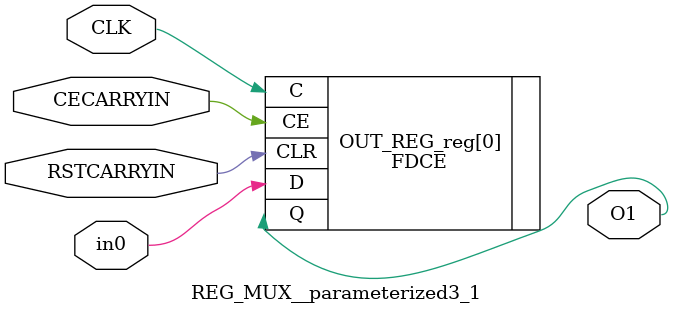
<source format=v>
`timescale 1 ps / 1 ps

(* A0REG = "1'b0" *) (* A1REG = "1'b1" *) (* B0REG = "1'b0" *) 
(* B1REG = "1'b1" *) (* B_INPUT = "DIRECT" *) (* CARRYINREG = "1'b1" *) 
(* CARRYINSEL = "OPMODE5" *) (* CARRYOUTREG = "1'b1" *) (* CREG = "1'b1" *) 
(* DREG = "1'b1" *) (* MREG = "1'b1" *) (* OPMODEREG = "1'b1" *) 
(* PREG = "1'b1" *) (* RSTTYPE = "SYNC" *) 
(* STRUCTURAL_NETLIST = "yes" *)
module DSP
   (A,
    B,
    D,
    C,
    CLK,
    CARRYIN,
    OPMODE,
    BCIN,
    RSTA,
    RSTB,
    RSTM,
    RSTP,
    RSTC,
    RSTD,
    RSTCARRYIN,
    RSTOPMODE,
    CEA,
    CEB,
    CEM,
    CEP,
    CEC,
    CED,
    CECARRYIN,
    CEOPMODE,
    PCIN,
    BCOUT,
    PCOUT,
    P,
    M,
    CARRYOUT,
    CARRYOUTF);
  input [17:0]A;
  input [17:0]B;
  input [17:0]D;
  input [47:0]C;
  input CLK;
  input CARRYIN;
  input [7:0]OPMODE;
  input [17:0]BCIN;
  input RSTA;
  input RSTB;
  input RSTM;
  input RSTP;
  input RSTC;
  input RSTD;
  input RSTCARRYIN;
  input RSTOPMODE;
  input CEA;
  input CEB;
  input CEM;
  input CEP;
  input CEC;
  input CED;
  input CECARRYIN;
  input CEOPMODE;
  input [47:0]PCIN;
  output [17:0]BCOUT;
  output [47:0]PCOUT;
  output [47:0]P;
  output [35:0]M;
  output CARRYOUT;
  output CARRYOUTF;

  wire \<const0> ;
  wire \<const1> ;
  wire [17:0]A;
  wire A1_n_0;
  wire A1_n_1;
  wire A1_n_10;
  wire A1_n_11;
  wire A1_n_12;
  wire A1_n_13;
  wire A1_n_14;
  wire A1_n_15;
  wire A1_n_16;
  wire A1_n_17;
  wire A1_n_2;
  wire A1_n_3;
  wire A1_n_4;
  wire A1_n_5;
  wire A1_n_6;
  wire A1_n_7;
  wire A1_n_8;
  wire A1_n_9;
  wire [17:0]A_IBUF;
  wire [17:0]B;
  wire [17:0]B1_MUX_IN;
  wire B1_n_0;
  wire [17:0]BCOUT;
  wire [17:0]BCOUT_OBUF;
  wire [17:0]B_IBUF;
  wire [47:0]C;
  wire CARRYOUT;
  wire CARRYOUTF;
  wire CARRYOUTF_OBUF;
  wire CEA;
  wire CEA_IBUF;
  wire CEB;
  wire CEB_IBUF;
  wire CEC;
  wire CECARRYIN;
  wire CECARRYIN_IBUF;
  wire CEC_IBUF;
  wire CED;
  wire CED_IBUF;
  wire CEM;
  wire CEM_IBUF;
  wire CEOPMODE;
  wire CEOPMODE_IBUF;
  wire CEP;
  wire CEP_IBUF;
  wire CLK;
  wire CLK_IBUF;
  wire CLK_IBUF_BUFG;
  wire CYI_n_0;
  wire CYO_MUX_IN;
  wire [47:0]C_IBUF;
  wire C_REG_n_0;
  wire C_REG_n_1;
  wire C_REG_n_10;
  wire C_REG_n_11;
  wire C_REG_n_12;
  wire C_REG_n_13;
  wire C_REG_n_14;
  wire C_REG_n_15;
  wire C_REG_n_16;
  wire C_REG_n_17;
  wire C_REG_n_18;
  wire C_REG_n_19;
  wire C_REG_n_2;
  wire C_REG_n_20;
  wire C_REG_n_21;
  wire C_REG_n_22;
  wire C_REG_n_23;
  wire C_REG_n_24;
  wire C_REG_n_25;
  wire C_REG_n_26;
  wire C_REG_n_27;
  wire C_REG_n_28;
  wire C_REG_n_29;
  wire C_REG_n_3;
  wire C_REG_n_30;
  wire C_REG_n_31;
  wire C_REG_n_32;
  wire C_REG_n_33;
  wire C_REG_n_34;
  wire C_REG_n_35;
  wire C_REG_n_36;
  wire C_REG_n_37;
  wire C_REG_n_38;
  wire C_REG_n_39;
  wire C_REG_n_4;
  wire C_REG_n_40;
  wire C_REG_n_41;
  wire C_REG_n_42;
  wire C_REG_n_43;
  wire C_REG_n_44;
  wire C_REG_n_45;
  wire C_REG_n_46;
  wire C_REG_n_47;
  wire C_REG_n_5;
  wire C_REG_n_6;
  wire C_REG_n_7;
  wire C_REG_n_8;
  wire C_REG_n_9;
  wire [17:0]D;
  wire [17:0]D_IBUF;
  wire D_REG_n_16;
  wire D_REG_n_17;
  wire D_REG_n_18;
  wire D_REG_n_19;
  wire D_REG_n_20;
  wire D_REG_n_21;
  wire D_REG_n_22;
  wire D_REG_n_23;
  wire D_REG_n_24;
  wire D_REG_n_25;
  wire D_REG_n_26;
  wire D_REG_n_27;
  wire D_REG_n_28;
  wire D_REG_n_29;
  wire D_REG_n_30;
  wire D_REG_n_31;
  wire D_REG_n_32;
  wire D_REG_n_33;
  wire D_REG_n_34;
  wire D_REG_n_35;
  wire GND_2;
  wire [35:0]M;
  wire M_MUX_IN_n_100;
  wire M_MUX_IN_n_101;
  wire M_MUX_IN_n_102;
  wire M_MUX_IN_n_103;
  wire M_MUX_IN_n_104;
  wire M_MUX_IN_n_105;
  wire M_MUX_IN_n_70;
  wire M_MUX_IN_n_71;
  wire M_MUX_IN_n_72;
  wire M_MUX_IN_n_73;
  wire M_MUX_IN_n_74;
  wire M_MUX_IN_n_75;
  wire M_MUX_IN_n_76;
  wire M_MUX_IN_n_77;
  wire M_MUX_IN_n_78;
  wire M_MUX_IN_n_79;
  wire M_MUX_IN_n_80;
  wire M_MUX_IN_n_81;
  wire M_MUX_IN_n_82;
  wire M_MUX_IN_n_83;
  wire M_MUX_IN_n_84;
  wire M_MUX_IN_n_85;
  wire M_MUX_IN_n_86;
  wire M_MUX_IN_n_87;
  wire M_MUX_IN_n_88;
  wire M_MUX_IN_n_89;
  wire M_MUX_IN_n_90;
  wire M_MUX_IN_n_91;
  wire M_MUX_IN_n_92;
  wire M_MUX_IN_n_93;
  wire M_MUX_IN_n_94;
  wire M_MUX_IN_n_95;
  wire M_MUX_IN_n_96;
  wire M_MUX_IN_n_97;
  wire M_MUX_IN_n_98;
  wire M_MUX_IN_n_99;
  wire [35:0]M_OBUF;
  wire \M_OBUF[35]_inst_i_2_n_0 ;
  wire [7:0]OPMODE;
  wire [7:0]OPMODE_IBUF;
  wire OPMODE_REG_n_0;
  wire OPMODE_REG_n_1;
  wire OPMODE_REG_n_10;
  wire OPMODE_REG_n_11;
  wire OPMODE_REG_n_12;
  wire OPMODE_REG_n_13;
  wire OPMODE_REG_n_14;
  wire OPMODE_REG_n_15;
  wire OPMODE_REG_n_16;
  wire OPMODE_REG_n_17;
  wire OPMODE_REG_n_18;
  wire OPMODE_REG_n_19;
  wire OPMODE_REG_n_2;
  wire OPMODE_REG_n_20;
  wire OPMODE_REG_n_21;
  wire OPMODE_REG_n_22;
  wire OPMODE_REG_n_23;
  wire OPMODE_REG_n_24;
  wire OPMODE_REG_n_25;
  wire OPMODE_REG_n_26;
  wire OPMODE_REG_n_27;
  wire OPMODE_REG_n_28;
  wire OPMODE_REG_n_29;
  wire OPMODE_REG_n_30;
  wire OPMODE_REG_n_31;
  wire OPMODE_REG_n_32;
  wire OPMODE_REG_n_33;
  wire OPMODE_REG_n_34;
  wire OPMODE_REG_n_35;
  wire OPMODE_REG_n_36;
  wire OPMODE_REG_n_37;
  wire OPMODE_REG_n_38;
  wire OPMODE_REG_n_39;
  wire OPMODE_REG_n_4;
  wire OPMODE_REG_n_40;
  wire OPMODE_REG_n_41;
  wire OPMODE_REG_n_42;
  wire OPMODE_REG_n_43;
  wire OPMODE_REG_n_44;
  wire OPMODE_REG_n_45;
  wire OPMODE_REG_n_46;
  wire OPMODE_REG_n_47;
  wire OPMODE_REG_n_48;
  wire OPMODE_REG_n_49;
  wire OPMODE_REG_n_50;
  wire OPMODE_REG_n_51;
  wire OPMODE_REG_n_52;
  wire OPMODE_REG_n_53;
  wire OPMODE_REG_n_54;
  wire OPMODE_REG_n_56;
  wire OPMODE_REG_n_57;
  wire OPMODE_REG_n_58;
  wire OPMODE_REG_n_59;
  wire OPMODE_REG_n_60;
  wire OPMODE_REG_n_61;
  wire OPMODE_REG_n_62;
  wire OPMODE_REG_n_63;
  wire OPMODE_REG_n_64;
  wire OPMODE_REG_n_65;
  wire OPMODE_REG_n_66;
  wire OPMODE_REG_n_67;
  wire OPMODE_REG_n_68;
  wire OPMODE_REG_n_69;
  wire OPMODE_REG_n_7;
  wire OPMODE_REG_n_70;
  wire OPMODE_REG_n_8;
  wire OPMODE_REG_n_9;
  wire [47:0]P;
  wire [47:0]PCIN;
  wire [47:0]PCIN_IBUF;
  wire [47:0]PCOUT;
  wire [47:0]P_OBUF;
  wire RSTA;
  wire RSTA_IBUF;
  wire RSTB;
  wire RSTB_IBUF;
  wire RSTC;
  wire RSTCARRYIN;
  wire RSTCARRYIN_IBUF;
  wire RSTC_IBUF;
  wire RSTD;
  wire RSTD_IBUF;
  wire RSTM;
  wire RSTM_IBUF;
  wire RSTOPMODE;
  wire RSTOPMODE_IBUF;
  wire RSTP;
  wire RSTP_IBUF;
  wire in;

  REG_MUX A1
       (.A_IBUF(A_IBUF),
        .C({A1_n_0,A1_n_1,A1_n_2,A1_n_3,A1_n_4,A1_n_5,A1_n_6,A1_n_7,A1_n_8,A1_n_9,A1_n_10,A1_n_11,A1_n_12,A1_n_13,A1_n_14,A1_n_15,A1_n_16,A1_n_17}),
        .CEA_IBUF(CEA_IBUF),
        .CLK(CLK_IBUF_BUFG),
        .RSTA_IBUF(RSTA_IBUF));
  IBUF \A_IBUF[0]_inst 
       (.I(A[0]),
        .O(A_IBUF[0]));
  IBUF \A_IBUF[10]_inst 
       (.I(A[10]),
        .O(A_IBUF[10]));
  IBUF \A_IBUF[11]_inst 
       (.I(A[11]),
        .O(A_IBUF[11]));
  IBUF \A_IBUF[12]_inst 
       (.I(A[12]),
        .O(A_IBUF[12]));
  IBUF \A_IBUF[13]_inst 
       (.I(A[13]),
        .O(A_IBUF[13]));
  IBUF \A_IBUF[14]_inst 
       (.I(A[14]),
        .O(A_IBUF[14]));
  IBUF \A_IBUF[15]_inst 
       (.I(A[15]),
        .O(A_IBUF[15]));
  IBUF \A_IBUF[16]_inst 
       (.I(A[16]),
        .O(A_IBUF[16]));
  IBUF \A_IBUF[17]_inst 
       (.I(A[17]),
        .O(A_IBUF[17]));
  IBUF \A_IBUF[1]_inst 
       (.I(A[1]),
        .O(A_IBUF[1]));
  IBUF \A_IBUF[2]_inst 
       (.I(A[2]),
        .O(A_IBUF[2]));
  IBUF \A_IBUF[3]_inst 
       (.I(A[3]),
        .O(A_IBUF[3]));
  IBUF \A_IBUF[4]_inst 
       (.I(A[4]),
        .O(A_IBUF[4]));
  IBUF \A_IBUF[5]_inst 
       (.I(A[5]),
        .O(A_IBUF[5]));
  IBUF \A_IBUF[6]_inst 
       (.I(A[6]),
        .O(A_IBUF[6]));
  IBUF \A_IBUF[7]_inst 
       (.I(A[7]),
        .O(A_IBUF[7]));
  IBUF \A_IBUF[8]_inst 
       (.I(A[8]),
        .O(A_IBUF[8]));
  IBUF \A_IBUF[9]_inst 
       (.I(A[9]),
        .O(A_IBUF[9]));
  REG_MUX_0 B1
       (.AR(RSTB_IBUF),
        .B_IBUF(B_IBUF[0]),
        .CLK(CLK_IBUF_BUFG),
        .D(B1_MUX_IN),
        .E(CEB_IBUF),
        .Q(BCOUT_OBUF),
        .S(B1_n_0));
  OBUF \BCOUT_OBUF[0]_inst 
       (.I(BCOUT_OBUF[0]),
        .O(BCOUT[0]));
  OBUF \BCOUT_OBUF[10]_inst 
       (.I(BCOUT_OBUF[10]),
        .O(BCOUT[10]));
  OBUF \BCOUT_OBUF[11]_inst 
       (.I(BCOUT_OBUF[11]),
        .O(BCOUT[11]));
  OBUF \BCOUT_OBUF[12]_inst 
       (.I(BCOUT_OBUF[12]),
        .O(BCOUT[12]));
  OBUF \BCOUT_OBUF[13]_inst 
       (.I(BCOUT_OBUF[13]),
        .O(BCOUT[13]));
  OBUF \BCOUT_OBUF[14]_inst 
       (.I(BCOUT_OBUF[14]),
        .O(BCOUT[14]));
  OBUF \BCOUT_OBUF[15]_inst 
       (.I(BCOUT_OBUF[15]),
        .O(BCOUT[15]));
  OBUF \BCOUT_OBUF[16]_inst 
       (.I(BCOUT_OBUF[16]),
        .O(BCOUT[16]));
  OBUF \BCOUT_OBUF[17]_inst 
       (.I(BCOUT_OBUF[17]),
        .O(BCOUT[17]));
  OBUF \BCOUT_OBUF[1]_inst 
       (.I(BCOUT_OBUF[1]),
        .O(BCOUT[1]));
  OBUF \BCOUT_OBUF[2]_inst 
       (.I(BCOUT_OBUF[2]),
        .O(BCOUT[2]));
  OBUF \BCOUT_OBUF[3]_inst 
       (.I(BCOUT_OBUF[3]),
        .O(BCOUT[3]));
  OBUF \BCOUT_OBUF[4]_inst 
       (.I(BCOUT_OBUF[4]),
        .O(BCOUT[4]));
  OBUF \BCOUT_OBUF[5]_inst 
       (.I(BCOUT_OBUF[5]),
        .O(BCOUT[5]));
  OBUF \BCOUT_OBUF[6]_inst 
       (.I(BCOUT_OBUF[6]),
        .O(BCOUT[6]));
  OBUF \BCOUT_OBUF[7]_inst 
       (.I(BCOUT_OBUF[7]),
        .O(BCOUT[7]));
  OBUF \BCOUT_OBUF[8]_inst 
       (.I(BCOUT_OBUF[8]),
        .O(BCOUT[8]));
  OBUF \BCOUT_OBUF[9]_inst 
       (.I(BCOUT_OBUF[9]),
        .O(BCOUT[9]));
  IBUF \B_IBUF[0]_inst 
       (.I(B[0]),
        .O(B_IBUF[0]));
  IBUF \B_IBUF[10]_inst 
       (.I(B[10]),
        .O(B_IBUF[10]));
  IBUF \B_IBUF[11]_inst 
       (.I(B[11]),
        .O(B_IBUF[11]));
  IBUF \B_IBUF[12]_inst 
       (.I(B[12]),
        .O(B_IBUF[12]));
  IBUF \B_IBUF[13]_inst 
       (.I(B[13]),
        .O(B_IBUF[13]));
  IBUF \B_IBUF[14]_inst 
       (.I(B[14]),
        .O(B_IBUF[14]));
  IBUF \B_IBUF[15]_inst 
       (.I(B[15]),
        .O(B_IBUF[15]));
  IBUF \B_IBUF[16]_inst 
       (.I(B[16]),
        .O(B_IBUF[16]));
  IBUF \B_IBUF[17]_inst 
       (.I(B[17]),
        .O(B_IBUF[17]));
  IBUF \B_IBUF[1]_inst 
       (.I(B[1]),
        .O(B_IBUF[1]));
  IBUF \B_IBUF[2]_inst 
       (.I(B[2]),
        .O(B_IBUF[2]));
  IBUF \B_IBUF[3]_inst 
       (.I(B[3]),
        .O(B_IBUF[3]));
  IBUF \B_IBUF[4]_inst 
       (.I(B[4]),
        .O(B_IBUF[4]));
  IBUF \B_IBUF[5]_inst 
       (.I(B[5]),
        .O(B_IBUF[5]));
  IBUF \B_IBUF[6]_inst 
       (.I(B[6]),
        .O(B_IBUF[6]));
  IBUF \B_IBUF[7]_inst 
       (.I(B[7]),
        .O(B_IBUF[7]));
  IBUF \B_IBUF[8]_inst 
       (.I(B[8]),
        .O(B_IBUF[8]));
  IBUF \B_IBUF[9]_inst 
       (.I(B[9]),
        .O(B_IBUF[9]));
  OBUF CARRYOUTF_OBUF_inst
       (.I(CARRYOUTF_OBUF),
        .O(CARRYOUTF));
  OBUF CARRYOUT_OBUF_inst
       (.I(CARRYOUTF_OBUF),
        .O(CARRYOUT));
  IBUF CEA_IBUF_inst
       (.I(CEA),
        .O(CEA_IBUF));
  IBUF CEB_IBUF_inst
       (.I(CEB),
        .O(CEB_IBUF));
  IBUF CECARRYIN_IBUF_inst
       (.I(CECARRYIN),
        .O(CECARRYIN_IBUF));
  IBUF CEC_IBUF_inst
       (.I(CEC),
        .O(CEC_IBUF));
  IBUF CED_IBUF_inst
       (.I(CED),
        .O(CED_IBUF));
  IBUF CEM_IBUF_inst
       (.I(CEM),
        .O(CEM_IBUF));
  IBUF CEOPMODE_IBUF_inst
       (.I(CEOPMODE),
        .O(CEOPMODE_IBUF));
  IBUF CEP_IBUF_inst
       (.I(CEP),
        .O(CEP_IBUF));
  BUFG CLK_IBUF_BUFG_inst
       (.I(CLK_IBUF),
        .O(CLK_IBUF_BUFG));
  IBUF CLK_IBUF_inst
       (.I(CLK),
        .O(CLK_IBUF));
  REG_MUX__parameterized3 CYI
       (.CECARRYIN(CECARRYIN_IBUF),
        .CLK(CLK_IBUF_BUFG),
        .\OUT_REG_reg[0]_0 (CYI_n_0),
        .Q(in),
        .RSTCARRYIN(RSTCARRYIN_IBUF));
  REG_MUX__parameterized3_1 CYO
       (.CECARRYIN(CECARRYIN_IBUF),
        .CLK(CLK_IBUF_BUFG),
        .O1(CARRYOUTF_OBUF),
        .RSTCARRYIN(RSTCARRYIN_IBUF),
        .in0(CYO_MUX_IN));
  IBUF \C_IBUF[0]_inst 
       (.I(C[0]),
        .O(C_IBUF[0]));
  IBUF \C_IBUF[10]_inst 
       (.I(C[10]),
        .O(C_IBUF[10]));
  IBUF \C_IBUF[11]_inst 
       (.I(C[11]),
        .O(C_IBUF[11]));
  IBUF \C_IBUF[12]_inst 
       (.I(C[12]),
        .O(C_IBUF[12]));
  IBUF \C_IBUF[13]_inst 
       (.I(C[13]),
        .O(C_IBUF[13]));
  IBUF \C_IBUF[14]_inst 
       (.I(C[14]),
        .O(C_IBUF[14]));
  IBUF \C_IBUF[15]_inst 
       (.I(C[15]),
        .O(C_IBUF[15]));
  IBUF \C_IBUF[16]_inst 
       (.I(C[16]),
        .O(C_IBUF[16]));
  IBUF \C_IBUF[17]_inst 
       (.I(C[17]),
        .O(C_IBUF[17]));
  IBUF \C_IBUF[18]_inst 
       (.I(C[18]),
        .O(C_IBUF[18]));
  IBUF \C_IBUF[19]_inst 
       (.I(C[19]),
        .O(C_IBUF[19]));
  IBUF \C_IBUF[1]_inst 
       (.I(C[1]),
        .O(C_IBUF[1]));
  IBUF \C_IBUF[20]_inst 
       (.I(C[20]),
        .O(C_IBUF[20]));
  IBUF \C_IBUF[21]_inst 
       (.I(C[21]),
        .O(C_IBUF[21]));
  IBUF \C_IBUF[22]_inst 
       (.I(C[22]),
        .O(C_IBUF[22]));
  IBUF \C_IBUF[23]_inst 
       (.I(C[23]),
        .O(C_IBUF[23]));
  IBUF \C_IBUF[24]_inst 
       (.I(C[24]),
        .O(C_IBUF[24]));
  IBUF \C_IBUF[25]_inst 
       (.I(C[25]),
        .O(C_IBUF[25]));
  IBUF \C_IBUF[26]_inst 
       (.I(C[26]),
        .O(C_IBUF[26]));
  IBUF \C_IBUF[27]_inst 
       (.I(C[27]),
        .O(C_IBUF[27]));
  IBUF \C_IBUF[28]_inst 
       (.I(C[28]),
        .O(C_IBUF[28]));
  IBUF \C_IBUF[29]_inst 
       (.I(C[29]),
        .O(C_IBUF[29]));
  IBUF \C_IBUF[2]_inst 
       (.I(C[2]),
        .O(C_IBUF[2]));
  IBUF \C_IBUF[30]_inst 
       (.I(C[30]),
        .O(C_IBUF[30]));
  IBUF \C_IBUF[31]_inst 
       (.I(C[31]),
        .O(C_IBUF[31]));
  IBUF \C_IBUF[32]_inst 
       (.I(C[32]),
        .O(C_IBUF[32]));
  IBUF \C_IBUF[33]_inst 
       (.I(C[33]),
        .O(C_IBUF[33]));
  IBUF \C_IBUF[34]_inst 
       (.I(C[34]),
        .O(C_IBUF[34]));
  IBUF \C_IBUF[35]_inst 
       (.I(C[35]),
        .O(C_IBUF[35]));
  IBUF \C_IBUF[36]_inst 
       (.I(C[36]),
        .O(C_IBUF[36]));
  IBUF \C_IBUF[37]_inst 
       (.I(C[37]),
        .O(C_IBUF[37]));
  IBUF \C_IBUF[38]_inst 
       (.I(C[38]),
        .O(C_IBUF[38]));
  IBUF \C_IBUF[39]_inst 
       (.I(C[39]),
        .O(C_IBUF[39]));
  IBUF \C_IBUF[3]_inst 
       (.I(C[3]),
        .O(C_IBUF[3]));
  IBUF \C_IBUF[40]_inst 
       (.I(C[40]),
        .O(C_IBUF[40]));
  IBUF \C_IBUF[41]_inst 
       (.I(C[41]),
        .O(C_IBUF[41]));
  IBUF \C_IBUF[42]_inst 
       (.I(C[42]),
        .O(C_IBUF[42]));
  IBUF \C_IBUF[43]_inst 
       (.I(C[43]),
        .O(C_IBUF[43]));
  IBUF \C_IBUF[44]_inst 
       (.I(C[44]),
        .O(C_IBUF[44]));
  IBUF \C_IBUF[45]_inst 
       (.I(C[45]),
        .O(C_IBUF[45]));
  IBUF \C_IBUF[46]_inst 
       (.I(C[46]),
        .O(C_IBUF[46]));
  IBUF \C_IBUF[47]_inst 
       (.I(C[47]),
        .O(C_IBUF[47]));
  IBUF \C_IBUF[4]_inst 
       (.I(C[4]),
        .O(C_IBUF[4]));
  IBUF \C_IBUF[5]_inst 
       (.I(C[5]),
        .O(C_IBUF[5]));
  IBUF \C_IBUF[6]_inst 
       (.I(C[6]),
        .O(C_IBUF[6]));
  IBUF \C_IBUF[7]_inst 
       (.I(C[7]),
        .O(C_IBUF[7]));
  IBUF \C_IBUF[8]_inst 
       (.I(C[8]),
        .O(C_IBUF[8]));
  IBUF \C_IBUF[9]_inst 
       (.I(C[9]),
        .O(C_IBUF[9]));
  REG_MUX__parameterized0 C_REG
       (.AR(RSTC_IBUF),
        .CLK(CLK_IBUF_BUFG),
        .D(C_IBUF),
        .E(CEC_IBUF),
        .Q({C_REG_n_0,C_REG_n_1,C_REG_n_2,C_REG_n_3,C_REG_n_4,C_REG_n_5,C_REG_n_6,C_REG_n_7,C_REG_n_8,C_REG_n_9,C_REG_n_10,C_REG_n_11,C_REG_n_12,C_REG_n_13,C_REG_n_14,C_REG_n_15,C_REG_n_16,C_REG_n_17,C_REG_n_18,C_REG_n_19,C_REG_n_20,C_REG_n_21,C_REG_n_22,C_REG_n_23,C_REG_n_24,C_REG_n_25,C_REG_n_26,C_REG_n_27,C_REG_n_28,C_REG_n_29,C_REG_n_30,C_REG_n_31,C_REG_n_32,C_REG_n_33,C_REG_n_34,C_REG_n_35,C_REG_n_36,C_REG_n_37,C_REG_n_38,C_REG_n_39,C_REG_n_40,C_REG_n_41,C_REG_n_42,C_REG_n_43,C_REG_n_44,C_REG_n_45,C_REG_n_46,C_REG_n_47}));
  IBUF \D_IBUF[0]_inst 
       (.I(D[0]),
        .O(D_IBUF[0]));
  IBUF \D_IBUF[10]_inst 
       (.I(D[10]),
        .O(D_IBUF[10]));
  IBUF \D_IBUF[11]_inst 
       (.I(D[11]),
        .O(D_IBUF[11]));
  IBUF \D_IBUF[12]_inst 
       (.I(D[12]),
        .O(D_IBUF[12]));
  IBUF \D_IBUF[13]_inst 
       (.I(D[13]),
        .O(D_IBUF[13]));
  IBUF \D_IBUF[14]_inst 
       (.I(D[14]),
        .O(D_IBUF[14]));
  IBUF \D_IBUF[15]_inst 
       (.I(D[15]),
        .O(D_IBUF[15]));
  IBUF \D_IBUF[16]_inst 
       (.I(D[16]),
        .O(D_IBUF[16]));
  IBUF \D_IBUF[17]_inst 
       (.I(D[17]),
        .O(D_IBUF[17]));
  IBUF \D_IBUF[1]_inst 
       (.I(D[1]),
        .O(D_IBUF[1]));
  IBUF \D_IBUF[2]_inst 
       (.I(D[2]),
        .O(D_IBUF[2]));
  IBUF \D_IBUF[3]_inst 
       (.I(D[3]),
        .O(D_IBUF[3]));
  IBUF \D_IBUF[4]_inst 
       (.I(D[4]),
        .O(D_IBUF[4]));
  IBUF \D_IBUF[5]_inst 
       (.I(D[5]),
        .O(D_IBUF[5]));
  IBUF \D_IBUF[6]_inst 
       (.I(D[6]),
        .O(D_IBUF[6]));
  IBUF \D_IBUF[7]_inst 
       (.I(D[7]),
        .O(D_IBUF[7]));
  IBUF \D_IBUF[8]_inst 
       (.I(D[8]),
        .O(D_IBUF[8]));
  IBUF \D_IBUF[9]_inst 
       (.I(D[9]),
        .O(D_IBUF[9]));
  REG_MUX_2 D_REG
       (.AR(RSTD_IBUF),
        .B_IBUF(B_IBUF[15:0]),
        .CLK(CLK_IBUF_BUFG),
        .D(B1_MUX_IN[15:0]),
        .E(CED_IBUF),
        .O({D_REG_n_34,D_REG_n_35}),
        .\OUT_REG_reg[11]_0 ({OPMODE_REG_n_63,OPMODE_REG_n_64,OPMODE_REG_n_65,OPMODE_REG_n_66}),
        .\OUT_REG_reg[15]_0 ({OPMODE_REG_n_67,OPMODE_REG_n_68,OPMODE_REG_n_69,OPMODE_REG_n_70}),
        .\OUT_REG_reg[17]_0 ({D_REG_n_16,D_REG_n_17,D_REG_n_18,D_REG_n_19,D_REG_n_20,D_REG_n_21,D_REG_n_22,D_REG_n_23,D_REG_n_24,D_REG_n_25,D_REG_n_26,D_REG_n_27,D_REG_n_28,D_REG_n_29,D_REG_n_30,D_REG_n_31,D_REG_n_32,D_REG_n_33}),
        .\OUT_REG_reg[17]_1 ({OPMODE_REG_n_0,OPMODE_REG_n_1}),
        .\OUT_REG_reg[17]_2 (D_IBUF),
        .\OUT_REG_reg[7]_0 ({OPMODE_REG_n_59,OPMODE_REG_n_60,OPMODE_REG_n_61,OPMODE_REG_n_62}),
        .Q({OPMODE_REG_n_2,OPMODE_REG_n_4}),
        .S({OPMODE_REG_n_56,OPMODE_REG_n_57,OPMODE_REG_n_58,B1_n_0}));
  GND GND
       (.G(\<const0> ));
  GND GND_1
       (.G(GND_2));
  (* METHODOLOGY_DRC_VIOS = "{SYNTH-12 {cell *THIS*}}" *) 
  DSP48E1 #(
    .ACASCREG(0),
    .ADREG(1),
    .ALUMODEREG(0),
    .AREG(0),
    .AUTORESET_PATDET("NO_RESET"),
    .A_INPUT("DIRECT"),
    .BCASCREG(0),
    .BREG(0),
    .B_INPUT("DIRECT"),
    .CARRYINREG(0),
    .CARRYINSELREG(0),
    .CREG(0),
    .DREG(1),
    .INMODEREG(0),
    .MASK(48'h3FFFFFFFFFFF),
    .MREG(0),
    .OPMODEREG(0),
    .PATTERN(48'h000000000000),
    .PREG(1),
    .SEL_MASK("MASK"),
    .SEL_PATTERN("PATTERN"),
    .USE_DPORT("FALSE"),
    .USE_MULT("MULTIPLY"),
    .USE_PATTERN_DETECT("NO_PATDET"),
    .USE_SIMD("ONE48")) 
    M_MUX_IN
       (.A({\<const0> ,\<const0> ,\<const0> ,\<const0> ,\<const0> ,\<const0> ,\<const0> ,\<const0> ,\<const0> ,\<const0> ,\<const0> ,\<const0> ,A1_n_0,A1_n_1,A1_n_2,A1_n_3,A1_n_4,A1_n_5,A1_n_6,A1_n_7,A1_n_8,A1_n_9,A1_n_10,A1_n_11,A1_n_12,A1_n_13,A1_n_14,A1_n_15,A1_n_16,A1_n_17}),
        .ACIN({\<const0> ,\<const0> ,\<const0> ,\<const0> ,\<const0> ,\<const0> ,\<const0> ,\<const0> ,\<const0> ,\<const0> ,\<const0> ,\<const0> ,\<const0> ,\<const0> ,\<const0> ,\<const0> ,\<const0> ,\<const0> ,\<const0> ,\<const0> ,\<const0> ,\<const0> ,\<const0> ,\<const0> ,\<const0> ,\<const0> ,\<const0> ,\<const0> ,\<const0> ,\<const0> }),
        .ALUMODE({\<const0> ,\<const0> ,\<const0> ,\<const0> }),
        .B({\<const0> ,BCOUT_OBUF[16:0]}),
        .BCIN({\<const0> ,\<const0> ,\<const0> ,\<const0> ,\<const0> ,\<const0> ,\<const0> ,\<const0> ,\<const0> ,\<const0> ,\<const0> ,\<const0> ,\<const0> ,\<const0> ,\<const0> ,\<const0> ,\<const0> ,\<const0> }),
        .C({\<const0> ,\<const0> ,\<const0> ,\<const0> ,\<const0> ,\<const0> ,\<const0> ,\<const0> ,\<const0> ,\<const0> ,\<const0> ,\<const0> ,\<const0> ,A1_n_0,A1_n_1,A1_n_2,A1_n_3,A1_n_4,A1_n_5,A1_n_6,A1_n_7,A1_n_8,A1_n_9,A1_n_10,A1_n_11,A1_n_12,A1_n_13,A1_n_14,A1_n_15,A1_n_16,A1_n_17,\<const0> ,\<const0> ,\<const0> ,\<const0> ,\<const0> ,\<const0> ,\<const0> ,\<const0> ,\<const0> ,\<const0> ,\<const0> ,\<const0> ,\<const0> ,\<const0> ,\<const0> ,\<const0> ,\<const0> }),
        .CARRYCASCIN(\<const0> ),
        .CARRYIN(\<const0> ),
        .CARRYINSEL({\<const0> ,\<const0> ,\<const0> }),
        .CEA1(\<const0> ),
        .CEA2(\<const0> ),
        .CEAD(\<const0> ),
        .CEALUMODE(\<const0> ),
        .CEB1(\<const0> ),
        .CEB2(\<const0> ),
        .CEC(\<const0> ),
        .CECARRYIN(\<const0> ),
        .CECTRL(\<const0> ),
        .CED(\<const0> ),
        .CEINMODE(\<const0> ),
        .CEM(\<const0> ),
        .CEP(CEM_IBUF),
        .CLK(CLK_IBUF_BUFG),
        .D({GND_2,GND_2,GND_2,GND_2,GND_2,GND_2,GND_2,GND_2,GND_2,GND_2,GND_2,GND_2,GND_2,GND_2,GND_2,GND_2,GND_2,GND_2,GND_2,GND_2,GND_2,GND_2,GND_2,GND_2,GND_2}),
        .INMODE({\<const0> ,\<const0> ,\<const0> ,\<const0> ,\<const0> }),
        .MULTSIGNIN(\<const0> ),
        .OPMODE({\<const0> ,BCOUT_OBUF[17],BCOUT_OBUF[17],\<const0> ,\<const1> ,\<const0> ,\<const1> }),
        .P({M_MUX_IN_n_70,M_MUX_IN_n_71,M_MUX_IN_n_72,M_MUX_IN_n_73,M_MUX_IN_n_74,M_MUX_IN_n_75,M_MUX_IN_n_76,M_MUX_IN_n_77,M_MUX_IN_n_78,M_MUX_IN_n_79,M_MUX_IN_n_80,M_MUX_IN_n_81,M_MUX_IN_n_82,M_MUX_IN_n_83,M_MUX_IN_n_84,M_MUX_IN_n_85,M_MUX_IN_n_86,M_MUX_IN_n_87,M_MUX_IN_n_88,M_MUX_IN_n_89,M_MUX_IN_n_90,M_MUX_IN_n_91,M_MUX_IN_n_92,M_MUX_IN_n_93,M_MUX_IN_n_94,M_MUX_IN_n_95,M_MUX_IN_n_96,M_MUX_IN_n_97,M_MUX_IN_n_98,M_MUX_IN_n_99,M_MUX_IN_n_100,M_MUX_IN_n_101,M_MUX_IN_n_102,M_MUX_IN_n_103,M_MUX_IN_n_104,M_MUX_IN_n_105}),
        .PCIN({\<const0> ,\<const0> ,\<const0> ,\<const0> ,\<const0> ,\<const0> ,\<const0> ,\<const0> ,\<const0> ,\<const0> ,\<const0> ,\<const0> ,\<const0> ,\<const0> ,\<const0> ,\<const0> ,\<const0> ,\<const0> ,\<const0> ,\<const0> ,\<const0> ,\<const0> ,\<const0> ,\<const0> ,\<const0> ,\<const0> ,\<const0> ,\<const0> ,\<const0> ,\<const0> ,\<const0> ,\<const0> ,\<const0> ,\<const0> ,\<const0> ,\<const0> ,\<const0> ,\<const0> ,\<const0> ,\<const0> ,\<const0> ,\<const0> ,\<const0> ,\<const0> ,\<const0> ,\<const0> ,\<const0> ,\<const0> }),
        .RSTA(\<const0> ),
        .RSTALLCARRYIN(\<const0> ),
        .RSTALUMODE(\<const0> ),
        .RSTB(\<const0> ),
        .RSTC(\<const0> ),
        .RSTCTRL(\<const0> ),
        .RSTD(\<const0> ),
        .RSTINMODE(\<const0> ),
        .RSTM(\<const0> ),
        .RSTP(\<const0> ));
  OBUF \M_OBUF[0]_inst 
       (.I(M_OBUF[0]),
        .O(M[0]));
  (* SOFT_HLUTNM = "soft_lutpair9" *) 
  LUT2 #(
    .INIT(4'h8)) 
    \M_OBUF[0]_inst_i_1 
       (.I0(M_MUX_IN_n_105),
        .I1(\M_OBUF[35]_inst_i_2_n_0 ),
        .O(M_OBUF[0]));
  OBUF \M_OBUF[10]_inst 
       (.I(M_OBUF[10]),
        .O(M[10]));
  (* SOFT_HLUTNM = "soft_lutpair14" *) 
  LUT2 #(
    .INIT(4'h8)) 
    \M_OBUF[10]_inst_i_1 
       (.I0(M_MUX_IN_n_95),
        .I1(\M_OBUF[35]_inst_i_2_n_0 ),
        .O(M_OBUF[10]));
  OBUF \M_OBUF[11]_inst 
       (.I(M_OBUF[11]),
        .O(M[11]));
  (* SOFT_HLUTNM = "soft_lutpair14" *) 
  LUT2 #(
    .INIT(4'h8)) 
    \M_OBUF[11]_inst_i_1 
       (.I0(M_MUX_IN_n_94),
        .I1(\M_OBUF[35]_inst_i_2_n_0 ),
        .O(M_OBUF[11]));
  OBUF \M_OBUF[12]_inst 
       (.I(M_OBUF[12]),
        .O(M[12]));
  (* SOFT_HLUTNM = "soft_lutpair15" *) 
  LUT2 #(
    .INIT(4'h8)) 
    \M_OBUF[12]_inst_i_1 
       (.I0(M_MUX_IN_n_93),
        .I1(\M_OBUF[35]_inst_i_2_n_0 ),
        .O(M_OBUF[12]));
  OBUF \M_OBUF[13]_inst 
       (.I(M_OBUF[13]),
        .O(M[13]));
  (* SOFT_HLUTNM = "soft_lutpair15" *) 
  LUT2 #(
    .INIT(4'h8)) 
    \M_OBUF[13]_inst_i_1 
       (.I0(M_MUX_IN_n_92),
        .I1(\M_OBUF[35]_inst_i_2_n_0 ),
        .O(M_OBUF[13]));
  OBUF \M_OBUF[14]_inst 
       (.I(M_OBUF[14]),
        .O(M[14]));
  (* SOFT_HLUTNM = "soft_lutpair16" *) 
  LUT2 #(
    .INIT(4'h8)) 
    \M_OBUF[14]_inst_i_1 
       (.I0(M_MUX_IN_n_91),
        .I1(\M_OBUF[35]_inst_i_2_n_0 ),
        .O(M_OBUF[14]));
  OBUF \M_OBUF[15]_inst 
       (.I(M_OBUF[15]),
        .O(M[15]));
  (* SOFT_HLUTNM = "soft_lutpair16" *) 
  LUT2 #(
    .INIT(4'h8)) 
    \M_OBUF[15]_inst_i_1 
       (.I0(M_MUX_IN_n_90),
        .I1(\M_OBUF[35]_inst_i_2_n_0 ),
        .O(M_OBUF[15]));
  OBUF \M_OBUF[16]_inst 
       (.I(M_OBUF[16]),
        .O(M[16]));
  (* SOFT_HLUTNM = "soft_lutpair17" *) 
  LUT2 #(
    .INIT(4'h8)) 
    \M_OBUF[16]_inst_i_1 
       (.I0(M_MUX_IN_n_89),
        .I1(\M_OBUF[35]_inst_i_2_n_0 ),
        .O(M_OBUF[16]));
  OBUF \M_OBUF[17]_inst 
       (.I(M_OBUF[17]),
        .O(M[17]));
  (* SOFT_HLUTNM = "soft_lutpair17" *) 
  LUT2 #(
    .INIT(4'h8)) 
    \M_OBUF[17]_inst_i_1 
       (.I0(M_MUX_IN_n_88),
        .I1(\M_OBUF[35]_inst_i_2_n_0 ),
        .O(M_OBUF[17]));
  OBUF \M_OBUF[18]_inst 
       (.I(M_OBUF[18]),
        .O(M[18]));
  (* SOFT_HLUTNM = "soft_lutpair18" *) 
  LUT2 #(
    .INIT(4'h8)) 
    \M_OBUF[18]_inst_i_1 
       (.I0(M_MUX_IN_n_87),
        .I1(\M_OBUF[35]_inst_i_2_n_0 ),
        .O(M_OBUF[18]));
  OBUF \M_OBUF[19]_inst 
       (.I(M_OBUF[19]),
        .O(M[19]));
  (* SOFT_HLUTNM = "soft_lutpair18" *) 
  LUT2 #(
    .INIT(4'h8)) 
    \M_OBUF[19]_inst_i_1 
       (.I0(M_MUX_IN_n_86),
        .I1(\M_OBUF[35]_inst_i_2_n_0 ),
        .O(M_OBUF[19]));
  OBUF \M_OBUF[1]_inst 
       (.I(M_OBUF[1]),
        .O(M[1]));
  (* SOFT_HLUTNM = "soft_lutpair9" *) 
  LUT2 #(
    .INIT(4'h8)) 
    \M_OBUF[1]_inst_i_1 
       (.I0(M_MUX_IN_n_104),
        .I1(\M_OBUF[35]_inst_i_2_n_0 ),
        .O(M_OBUF[1]));
  OBUF \M_OBUF[20]_inst 
       (.I(M_OBUF[20]),
        .O(M[20]));
  (* SOFT_HLUTNM = "soft_lutpair19" *) 
  LUT2 #(
    .INIT(4'h8)) 
    \M_OBUF[20]_inst_i_1 
       (.I0(M_MUX_IN_n_85),
        .I1(\M_OBUF[35]_inst_i_2_n_0 ),
        .O(M_OBUF[20]));
  OBUF \M_OBUF[21]_inst 
       (.I(M_OBUF[21]),
        .O(M[21]));
  (* SOFT_HLUTNM = "soft_lutpair19" *) 
  LUT2 #(
    .INIT(4'h8)) 
    \M_OBUF[21]_inst_i_1 
       (.I0(M_MUX_IN_n_84),
        .I1(\M_OBUF[35]_inst_i_2_n_0 ),
        .O(M_OBUF[21]));
  OBUF \M_OBUF[22]_inst 
       (.I(M_OBUF[22]),
        .O(M[22]));
  (* SOFT_HLUTNM = "soft_lutpair20" *) 
  LUT2 #(
    .INIT(4'h8)) 
    \M_OBUF[22]_inst_i_1 
       (.I0(M_MUX_IN_n_83),
        .I1(\M_OBUF[35]_inst_i_2_n_0 ),
        .O(M_OBUF[22]));
  OBUF \M_OBUF[23]_inst 
       (.I(M_OBUF[23]),
        .O(M[23]));
  (* SOFT_HLUTNM = "soft_lutpair20" *) 
  LUT2 #(
    .INIT(4'h8)) 
    \M_OBUF[23]_inst_i_1 
       (.I0(M_MUX_IN_n_82),
        .I1(\M_OBUF[35]_inst_i_2_n_0 ),
        .O(M_OBUF[23]));
  OBUF \M_OBUF[24]_inst 
       (.I(M_OBUF[24]),
        .O(M[24]));
  (* SOFT_HLUTNM = "soft_lutpair21" *) 
  LUT2 #(
    .INIT(4'h8)) 
    \M_OBUF[24]_inst_i_1 
       (.I0(M_MUX_IN_n_81),
        .I1(\M_OBUF[35]_inst_i_2_n_0 ),
        .O(M_OBUF[24]));
  OBUF \M_OBUF[25]_inst 
       (.I(M_OBUF[25]),
        .O(M[25]));
  (* SOFT_HLUTNM = "soft_lutpair21" *) 
  LUT2 #(
    .INIT(4'h8)) 
    \M_OBUF[25]_inst_i_1 
       (.I0(M_MUX_IN_n_80),
        .I1(\M_OBUF[35]_inst_i_2_n_0 ),
        .O(M_OBUF[25]));
  OBUF \M_OBUF[26]_inst 
       (.I(M_OBUF[26]),
        .O(M[26]));
  (* SOFT_HLUTNM = "soft_lutpair22" *) 
  LUT2 #(
    .INIT(4'h8)) 
    \M_OBUF[26]_inst_i_1 
       (.I0(M_MUX_IN_n_79),
        .I1(\M_OBUF[35]_inst_i_2_n_0 ),
        .O(M_OBUF[26]));
  OBUF \M_OBUF[27]_inst 
       (.I(M_OBUF[27]),
        .O(M[27]));
  (* SOFT_HLUTNM = "soft_lutpair22" *) 
  LUT2 #(
    .INIT(4'h8)) 
    \M_OBUF[27]_inst_i_1 
       (.I0(M_MUX_IN_n_78),
        .I1(\M_OBUF[35]_inst_i_2_n_0 ),
        .O(M_OBUF[27]));
  OBUF \M_OBUF[28]_inst 
       (.I(M_OBUF[28]),
        .O(M[28]));
  (* SOFT_HLUTNM = "soft_lutpair23" *) 
  LUT2 #(
    .INIT(4'h8)) 
    \M_OBUF[28]_inst_i_1 
       (.I0(M_MUX_IN_n_77),
        .I1(\M_OBUF[35]_inst_i_2_n_0 ),
        .O(M_OBUF[28]));
  OBUF \M_OBUF[29]_inst 
       (.I(M_OBUF[29]),
        .O(M[29]));
  (* SOFT_HLUTNM = "soft_lutpair23" *) 
  LUT2 #(
    .INIT(4'h8)) 
    \M_OBUF[29]_inst_i_1 
       (.I0(M_MUX_IN_n_76),
        .I1(\M_OBUF[35]_inst_i_2_n_0 ),
        .O(M_OBUF[29]));
  OBUF \M_OBUF[2]_inst 
       (.I(M_OBUF[2]),
        .O(M[2]));
  (* SOFT_HLUTNM = "soft_lutpair10" *) 
  LUT2 #(
    .INIT(4'h8)) 
    \M_OBUF[2]_inst_i_1 
       (.I0(M_MUX_IN_n_103),
        .I1(\M_OBUF[35]_inst_i_2_n_0 ),
        .O(M_OBUF[2]));
  OBUF \M_OBUF[30]_inst 
       (.I(M_OBUF[30]),
        .O(M[30]));
  (* SOFT_HLUTNM = "soft_lutpair24" *) 
  LUT2 #(
    .INIT(4'h8)) 
    \M_OBUF[30]_inst_i_1 
       (.I0(M_MUX_IN_n_75),
        .I1(\M_OBUF[35]_inst_i_2_n_0 ),
        .O(M_OBUF[30]));
  OBUF \M_OBUF[31]_inst 
       (.I(M_OBUF[31]),
        .O(M[31]));
  (* SOFT_HLUTNM = "soft_lutpair24" *) 
  LUT2 #(
    .INIT(4'h8)) 
    \M_OBUF[31]_inst_i_1 
       (.I0(M_MUX_IN_n_74),
        .I1(\M_OBUF[35]_inst_i_2_n_0 ),
        .O(M_OBUF[31]));
  OBUF \M_OBUF[32]_inst 
       (.I(M_OBUF[32]),
        .O(M[32]));
  (* SOFT_HLUTNM = "soft_lutpair25" *) 
  LUT2 #(
    .INIT(4'h8)) 
    \M_OBUF[32]_inst_i_1 
       (.I0(M_MUX_IN_n_73),
        .I1(\M_OBUF[35]_inst_i_2_n_0 ),
        .O(M_OBUF[32]));
  OBUF \M_OBUF[33]_inst 
       (.I(M_OBUF[33]),
        .O(M[33]));
  (* SOFT_HLUTNM = "soft_lutpair25" *) 
  LUT2 #(
    .INIT(4'h8)) 
    \M_OBUF[33]_inst_i_1 
       (.I0(M_MUX_IN_n_72),
        .I1(\M_OBUF[35]_inst_i_2_n_0 ),
        .O(M_OBUF[33]));
  OBUF \M_OBUF[34]_inst 
       (.I(M_OBUF[34]),
        .O(M[34]));
  (* SOFT_HLUTNM = "soft_lutpair26" *) 
  LUT2 #(
    .INIT(4'h8)) 
    \M_OBUF[34]_inst_i_1 
       (.I0(M_MUX_IN_n_71),
        .I1(\M_OBUF[35]_inst_i_2_n_0 ),
        .O(M_OBUF[34]));
  OBUF \M_OBUF[35]_inst 
       (.I(M_OBUF[35]),
        .O(M[35]));
  (* SOFT_HLUTNM = "soft_lutpair26" *) 
  LUT2 #(
    .INIT(4'h8)) 
    \M_OBUF[35]_inst_i_1 
       (.I0(M_MUX_IN_n_70),
        .I1(\M_OBUF[35]_inst_i_2_n_0 ),
        .O(M_OBUF[35]));
  FDCE #(
    .INIT(1'b0)) 
    \M_OBUF[35]_inst_i_2 
       (.C(CLK_IBUF_BUFG),
        .CE(CEM_IBUF),
        .CLR(RSTM_IBUF),
        .D(\<const1> ),
        .Q(\M_OBUF[35]_inst_i_2_n_0 ));
  OBUF \M_OBUF[3]_inst 
       (.I(M_OBUF[3]),
        .O(M[3]));
  (* SOFT_HLUTNM = "soft_lutpair10" *) 
  LUT2 #(
    .INIT(4'h8)) 
    \M_OBUF[3]_inst_i_1 
       (.I0(M_MUX_IN_n_102),
        .I1(\M_OBUF[35]_inst_i_2_n_0 ),
        .O(M_OBUF[3]));
  OBUF \M_OBUF[4]_inst 
       (.I(M_OBUF[4]),
        .O(M[4]));
  (* SOFT_HLUTNM = "soft_lutpair11" *) 
  LUT2 #(
    .INIT(4'h8)) 
    \M_OBUF[4]_inst_i_1 
       (.I0(M_MUX_IN_n_101),
        .I1(\M_OBUF[35]_inst_i_2_n_0 ),
        .O(M_OBUF[4]));
  OBUF \M_OBUF[5]_inst 
       (.I(M_OBUF[5]),
        .O(M[5]));
  (* SOFT_HLUTNM = "soft_lutpair11" *) 
  LUT2 #(
    .INIT(4'h8)) 
    \M_OBUF[5]_inst_i_1 
       (.I0(M_MUX_IN_n_100),
        .I1(\M_OBUF[35]_inst_i_2_n_0 ),
        .O(M_OBUF[5]));
  OBUF \M_OBUF[6]_inst 
       (.I(M_OBUF[6]),
        .O(M[6]));
  (* SOFT_HLUTNM = "soft_lutpair12" *) 
  LUT2 #(
    .INIT(4'h8)) 
    \M_OBUF[6]_inst_i_1 
       (.I0(M_MUX_IN_n_99),
        .I1(\M_OBUF[35]_inst_i_2_n_0 ),
        .O(M_OBUF[6]));
  OBUF \M_OBUF[7]_inst 
       (.I(M_OBUF[7]),
        .O(M[7]));
  (* SOFT_HLUTNM = "soft_lutpair12" *) 
  LUT2 #(
    .INIT(4'h8)) 
    \M_OBUF[7]_inst_i_1 
       (.I0(M_MUX_IN_n_98),
        .I1(\M_OBUF[35]_inst_i_2_n_0 ),
        .O(M_OBUF[7]));
  OBUF \M_OBUF[8]_inst 
       (.I(M_OBUF[8]),
        .O(M[8]));
  (* SOFT_HLUTNM = "soft_lutpair13" *) 
  LUT2 #(
    .INIT(4'h8)) 
    \M_OBUF[8]_inst_i_1 
       (.I0(M_MUX_IN_n_97),
        .I1(\M_OBUF[35]_inst_i_2_n_0 ),
        .O(M_OBUF[8]));
  OBUF \M_OBUF[9]_inst 
       (.I(M_OBUF[9]),
        .O(M[9]));
  (* SOFT_HLUTNM = "soft_lutpair13" *) 
  LUT2 #(
    .INIT(4'h8)) 
    \M_OBUF[9]_inst_i_1 
       (.I0(M_MUX_IN_n_96),
        .I1(\M_OBUF[35]_inst_i_2_n_0 ),
        .O(M_OBUF[9]));
  IBUF \OPMODE_IBUF[0]_inst 
       (.I(OPMODE[0]),
        .O(OPMODE_IBUF[0]));
  IBUF \OPMODE_IBUF[1]_inst 
       (.I(OPMODE[1]),
        .O(OPMODE_IBUF[1]));
  IBUF \OPMODE_IBUF[2]_inst 
       (.I(OPMODE[2]),
        .O(OPMODE_IBUF[2]));
  IBUF \OPMODE_IBUF[3]_inst 
       (.I(OPMODE[3]),
        .O(OPMODE_IBUF[3]));
  IBUF \OPMODE_IBUF[4]_inst 
       (.I(OPMODE[4]),
        .O(OPMODE_IBUF[4]));
  IBUF \OPMODE_IBUF[5]_inst 
       (.I(OPMODE[5]),
        .O(OPMODE_IBUF[5]));
  IBUF \OPMODE_IBUF[6]_inst 
       (.I(OPMODE[6]),
        .O(OPMODE_IBUF[6]));
  IBUF \OPMODE_IBUF[7]_inst 
       (.I(OPMODE[7]),
        .O(OPMODE_IBUF[7]));
  REG_MUX__parameterized1 OPMODE_REG
       (.AR(RSTOPMODE_IBUF),
        .BCOUT(BCOUT_OBUF),
        .B_IBUF(B_IBUF[17:1]),
        .C({A1_n_0,A1_n_1,A1_n_2,A1_n_3,A1_n_4,A1_n_5,A1_n_6,A1_n_7,A1_n_8,A1_n_9,A1_n_10,A1_n_11,A1_n_12,A1_n_13,A1_n_14,A1_n_15,A1_n_16,A1_n_17}),
        .CLK(CLK_IBUF_BUFG),
        .D(B1_MUX_IN[17:16]),
        .E(CEOPMODE_IBUF),
        .O({D_REG_n_34,D_REG_n_35}),
        .\OUT_REG[47]_i_6_0 ({C_REG_n_0,C_REG_n_1,C_REG_n_2,C_REG_n_3,C_REG_n_4,C_REG_n_5,C_REG_n_6,C_REG_n_7,C_REG_n_8,C_REG_n_9,C_REG_n_10,C_REG_n_11,C_REG_n_12,C_REG_n_13,C_REG_n_14,C_REG_n_15,C_REG_n_16,C_REG_n_17,C_REG_n_18,C_REG_n_19,C_REG_n_20,C_REG_n_21,C_REG_n_22,C_REG_n_23,C_REG_n_24,C_REG_n_25,C_REG_n_26,C_REG_n_27,C_REG_n_28,C_REG_n_29,C_REG_n_30,C_REG_n_31,C_REG_n_32,C_REG_n_33,C_REG_n_34,C_REG_n_35,C_REG_n_36,C_REG_n_37,C_REG_n_38,C_REG_n_39,C_REG_n_40,C_REG_n_41,C_REG_n_42,C_REG_n_43,C_REG_n_44,C_REG_n_45,C_REG_n_46,C_REG_n_47}),
        .\OUT_REG_reg[17]_i_2 ({D_REG_n_16,D_REG_n_17,D_REG_n_18,D_REG_n_19,D_REG_n_20,D_REG_n_21,D_REG_n_22,D_REG_n_23,D_REG_n_24,D_REG_n_25,D_REG_n_26,D_REG_n_27,D_REG_n_28,D_REG_n_29,D_REG_n_30,D_REG_n_31,D_REG_n_32,D_REG_n_33}),
        .\OUT_REG_reg[3]_0 (CYI_n_0),
        .\OUT_REG_reg[47]_i_11_0 (\M_OBUF[35]_inst_i_2_n_0 ),
        .\OUT_REG_reg[6]_0 ({OPMODE_REG_n_0,OPMODE_REG_n_1}),
        .\OUT_REG_reg[6]_1 ({OPMODE_REG_n_59,OPMODE_REG_n_60,OPMODE_REG_n_61,OPMODE_REG_n_62}),
        .\OUT_REG_reg[6]_2 ({OPMODE_REG_n_63,OPMODE_REG_n_64,OPMODE_REG_n_65,OPMODE_REG_n_66}),
        .\OUT_REG_reg[6]_3 ({OPMODE_REG_n_67,OPMODE_REG_n_68,OPMODE_REG_n_69,OPMODE_REG_n_70}),
        .\OUT_REG_reg[7]_0 ({OPMODE_REG_n_7,OPMODE_REG_n_8,OPMODE_REG_n_9,OPMODE_REG_n_10,OPMODE_REG_n_11,OPMODE_REG_n_12,OPMODE_REG_n_13,OPMODE_REG_n_14,OPMODE_REG_n_15,OPMODE_REG_n_16,OPMODE_REG_n_17,OPMODE_REG_n_18,OPMODE_REG_n_19,OPMODE_REG_n_20,OPMODE_REG_n_21,OPMODE_REG_n_22,OPMODE_REG_n_23,OPMODE_REG_n_24,OPMODE_REG_n_25,OPMODE_REG_n_26,OPMODE_REG_n_27,OPMODE_REG_n_28,OPMODE_REG_n_29,OPMODE_REG_n_30,OPMODE_REG_n_31,OPMODE_REG_n_32,OPMODE_REG_n_33,OPMODE_REG_n_34,OPMODE_REG_n_35,OPMODE_REG_n_36,OPMODE_REG_n_37,OPMODE_REG_n_38,OPMODE_REG_n_39,OPMODE_REG_n_40,OPMODE_REG_n_41,OPMODE_REG_n_42,OPMODE_REG_n_43,OPMODE_REG_n_44,OPMODE_REG_n_45,OPMODE_REG_n_46,OPMODE_REG_n_47,OPMODE_REG_n_48,OPMODE_REG_n_49,OPMODE_REG_n_50,OPMODE_REG_n_51,OPMODE_REG_n_52,OPMODE_REG_n_53,OPMODE_REG_n_54}),
        .\OUT_REG_reg[7]_1 (OPMODE_IBUF),
        .P({M_MUX_IN_n_70,M_MUX_IN_n_71,M_MUX_IN_n_72,M_MUX_IN_n_73,M_MUX_IN_n_74,M_MUX_IN_n_75,M_MUX_IN_n_76,M_MUX_IN_n_77,M_MUX_IN_n_78,M_MUX_IN_n_79,M_MUX_IN_n_80,M_MUX_IN_n_81,M_MUX_IN_n_82,M_MUX_IN_n_83,M_MUX_IN_n_84,M_MUX_IN_n_85,M_MUX_IN_n_86,M_MUX_IN_n_87,M_MUX_IN_n_88,M_MUX_IN_n_89,M_MUX_IN_n_90,M_MUX_IN_n_91,M_MUX_IN_n_92,M_MUX_IN_n_93,M_MUX_IN_n_94,M_MUX_IN_n_95,M_MUX_IN_n_96,M_MUX_IN_n_97,M_MUX_IN_n_98,M_MUX_IN_n_99,M_MUX_IN_n_100,M_MUX_IN_n_101,M_MUX_IN_n_102,M_MUX_IN_n_103,M_MUX_IN_n_104,M_MUX_IN_n_105}),
        .PCIN_IBUF(PCIN_IBUF),
        .PCOUT(P_OBUF),
        .Q({OPMODE_REG_n_2,in,OPMODE_REG_n_4}),
        .S({OPMODE_REG_n_56,OPMODE_REG_n_57,OPMODE_REG_n_58}),
        .in0(CYO_MUX_IN));
  IBUF \PCIN_IBUF[0]_inst 
       (.I(PCIN[0]),
        .O(PCIN_IBUF[0]));
  IBUF \PCIN_IBUF[10]_inst 
       (.I(PCIN[10]),
        .O(PCIN_IBUF[10]));
  IBUF \PCIN_IBUF[11]_inst 
       (.I(PCIN[11]),
        .O(PCIN_IBUF[11]));
  IBUF \PCIN_IBUF[12]_inst 
       (.I(PCIN[12]),
        .O(PCIN_IBUF[12]));
  IBUF \PCIN_IBUF[13]_inst 
       (.I(PCIN[13]),
        .O(PCIN_IBUF[13]));
  IBUF \PCIN_IBUF[14]_inst 
       (.I(PCIN[14]),
        .O(PCIN_IBUF[14]));
  IBUF \PCIN_IBUF[15]_inst 
       (.I(PCIN[15]),
        .O(PCIN_IBUF[15]));
  IBUF \PCIN_IBUF[16]_inst 
       (.I(PCIN[16]),
        .O(PCIN_IBUF[16]));
  IBUF \PCIN_IBUF[17]_inst 
       (.I(PCIN[17]),
        .O(PCIN_IBUF[17]));
  IBUF \PCIN_IBUF[18]_inst 
       (.I(PCIN[18]),
        .O(PCIN_IBUF[18]));
  IBUF \PCIN_IBUF[19]_inst 
       (.I(PCIN[19]),
        .O(PCIN_IBUF[19]));
  IBUF \PCIN_IBUF[1]_inst 
       (.I(PCIN[1]),
        .O(PCIN_IBUF[1]));
  IBUF \PCIN_IBUF[20]_inst 
       (.I(PCIN[20]),
        .O(PCIN_IBUF[20]));
  IBUF \PCIN_IBUF[21]_inst 
       (.I(PCIN[21]),
        .O(PCIN_IBUF[21]));
  IBUF \PCIN_IBUF[22]_inst 
       (.I(PCIN[22]),
        .O(PCIN_IBUF[22]));
  IBUF \PCIN_IBUF[23]_inst 
       (.I(PCIN[23]),
        .O(PCIN_IBUF[23]));
  IBUF \PCIN_IBUF[24]_inst 
       (.I(PCIN[24]),
        .O(PCIN_IBUF[24]));
  IBUF \PCIN_IBUF[25]_inst 
       (.I(PCIN[25]),
        .O(PCIN_IBUF[25]));
  IBUF \PCIN_IBUF[26]_inst 
       (.I(PCIN[26]),
        .O(PCIN_IBUF[26]));
  IBUF \PCIN_IBUF[27]_inst 
       (.I(PCIN[27]),
        .O(PCIN_IBUF[27]));
  IBUF \PCIN_IBUF[28]_inst 
       (.I(PCIN[28]),
        .O(PCIN_IBUF[28]));
  IBUF \PCIN_IBUF[29]_inst 
       (.I(PCIN[29]),
        .O(PCIN_IBUF[29]));
  IBUF \PCIN_IBUF[2]_inst 
       (.I(PCIN[2]),
        .O(PCIN_IBUF[2]));
  IBUF \PCIN_IBUF[30]_inst 
       (.I(PCIN[30]),
        .O(PCIN_IBUF[30]));
  IBUF \PCIN_IBUF[31]_inst 
       (.I(PCIN[31]),
        .O(PCIN_IBUF[31]));
  IBUF \PCIN_IBUF[32]_inst 
       (.I(PCIN[32]),
        .O(PCIN_IBUF[32]));
  IBUF \PCIN_IBUF[33]_inst 
       (.I(PCIN[33]),
        .O(PCIN_IBUF[33]));
  IBUF \PCIN_IBUF[34]_inst 
       (.I(PCIN[34]),
        .O(PCIN_IBUF[34]));
  IBUF \PCIN_IBUF[35]_inst 
       (.I(PCIN[35]),
        .O(PCIN_IBUF[35]));
  IBUF \PCIN_IBUF[36]_inst 
       (.I(PCIN[36]),
        .O(PCIN_IBUF[36]));
  IBUF \PCIN_IBUF[37]_inst 
       (.I(PCIN[37]),
        .O(PCIN_IBUF[37]));
  IBUF \PCIN_IBUF[38]_inst 
       (.I(PCIN[38]),
        .O(PCIN_IBUF[38]));
  IBUF \PCIN_IBUF[39]_inst 
       (.I(PCIN[39]),
        .O(PCIN_IBUF[39]));
  IBUF \PCIN_IBUF[3]_inst 
       (.I(PCIN[3]),
        .O(PCIN_IBUF[3]));
  IBUF \PCIN_IBUF[40]_inst 
       (.I(PCIN[40]),
        .O(PCIN_IBUF[40]));
  IBUF \PCIN_IBUF[41]_inst 
       (.I(PCIN[41]),
        .O(PCIN_IBUF[41]));
  IBUF \PCIN_IBUF[42]_inst 
       (.I(PCIN[42]),
        .O(PCIN_IBUF[42]));
  IBUF \PCIN_IBUF[43]_inst 
       (.I(PCIN[43]),
        .O(PCIN_IBUF[43]));
  IBUF \PCIN_IBUF[44]_inst 
       (.I(PCIN[44]),
        .O(PCIN_IBUF[44]));
  IBUF \PCIN_IBUF[45]_inst 
       (.I(PCIN[45]),
        .O(PCIN_IBUF[45]));
  IBUF \PCIN_IBUF[46]_inst 
       (.I(PCIN[46]),
        .O(PCIN_IBUF[46]));
  IBUF \PCIN_IBUF[47]_inst 
       (.I(PCIN[47]),
        .O(PCIN_IBUF[47]));
  IBUF \PCIN_IBUF[4]_inst 
       (.I(PCIN[4]),
        .O(PCIN_IBUF[4]));
  IBUF \PCIN_IBUF[5]_inst 
       (.I(PCIN[5]),
        .O(PCIN_IBUF[5]));
  IBUF \PCIN_IBUF[6]_inst 
       (.I(PCIN[6]),
        .O(PCIN_IBUF[6]));
  IBUF \PCIN_IBUF[7]_inst 
       (.I(PCIN[7]),
        .O(PCIN_IBUF[7]));
  IBUF \PCIN_IBUF[8]_inst 
       (.I(PCIN[8]),
        .O(PCIN_IBUF[8]));
  IBUF \PCIN_IBUF[9]_inst 
       (.I(PCIN[9]),
        .O(PCIN_IBUF[9]));
  OBUF \PCOUT_OBUF[0]_inst 
       (.I(P_OBUF[0]),
        .O(PCOUT[0]));
  OBUF \PCOUT_OBUF[10]_inst 
       (.I(P_OBUF[10]),
        .O(PCOUT[10]));
  OBUF \PCOUT_OBUF[11]_inst 
       (.I(P_OBUF[11]),
        .O(PCOUT[11]));
  OBUF \PCOUT_OBUF[12]_inst 
       (.I(P_OBUF[12]),
        .O(PCOUT[12]));
  OBUF \PCOUT_OBUF[13]_inst 
       (.I(P_OBUF[13]),
        .O(PCOUT[13]));
  OBUF \PCOUT_OBUF[14]_inst 
       (.I(P_OBUF[14]),
        .O(PCOUT[14]));
  OBUF \PCOUT_OBUF[15]_inst 
       (.I(P_OBUF[15]),
        .O(PCOUT[15]));
  OBUF \PCOUT_OBUF[16]_inst 
       (.I(P_OBUF[16]),
        .O(PCOUT[16]));
  OBUF \PCOUT_OBUF[17]_inst 
       (.I(P_OBUF[17]),
        .O(PCOUT[17]));
  OBUF \PCOUT_OBUF[18]_inst 
       (.I(P_OBUF[18]),
        .O(PCOUT[18]));
  OBUF \PCOUT_OBUF[19]_inst 
       (.I(P_OBUF[19]),
        .O(PCOUT[19]));
  OBUF \PCOUT_OBUF[1]_inst 
       (.I(P_OBUF[1]),
        .O(PCOUT[1]));
  OBUF \PCOUT_OBUF[20]_inst 
       (.I(P_OBUF[20]),
        .O(PCOUT[20]));
  OBUF \PCOUT_OBUF[21]_inst 
       (.I(P_OBUF[21]),
        .O(PCOUT[21]));
  OBUF \PCOUT_OBUF[22]_inst 
       (.I(P_OBUF[22]),
        .O(PCOUT[22]));
  OBUF \PCOUT_OBUF[23]_inst 
       (.I(P_OBUF[23]),
        .O(PCOUT[23]));
  OBUF \PCOUT_OBUF[24]_inst 
       (.I(P_OBUF[24]),
        .O(PCOUT[24]));
  OBUF \PCOUT_OBUF[25]_inst 
       (.I(P_OBUF[25]),
        .O(PCOUT[25]));
  OBUF \PCOUT_OBUF[26]_inst 
       (.I(P_OBUF[26]),
        .O(PCOUT[26]));
  OBUF \PCOUT_OBUF[27]_inst 
       (.I(P_OBUF[27]),
        .O(PCOUT[27]));
  OBUF \PCOUT_OBUF[28]_inst 
       (.I(P_OBUF[28]),
        .O(PCOUT[28]));
  OBUF \PCOUT_OBUF[29]_inst 
       (.I(P_OBUF[29]),
        .O(PCOUT[29]));
  OBUF \PCOUT_OBUF[2]_inst 
       (.I(P_OBUF[2]),
        .O(PCOUT[2]));
  OBUF \PCOUT_OBUF[30]_inst 
       (.I(P_OBUF[30]),
        .O(PCOUT[30]));
  OBUF \PCOUT_OBUF[31]_inst 
       (.I(P_OBUF[31]),
        .O(PCOUT[31]));
  OBUF \PCOUT_OBUF[32]_inst 
       (.I(P_OBUF[32]),
        .O(PCOUT[32]));
  OBUF \PCOUT_OBUF[33]_inst 
       (.I(P_OBUF[33]),
        .O(PCOUT[33]));
  OBUF \PCOUT_OBUF[34]_inst 
       (.I(P_OBUF[34]),
        .O(PCOUT[34]));
  OBUF \PCOUT_OBUF[35]_inst 
       (.I(P_OBUF[35]),
        .O(PCOUT[35]));
  OBUF \PCOUT_OBUF[36]_inst 
       (.I(P_OBUF[36]),
        .O(PCOUT[36]));
  OBUF \PCOUT_OBUF[37]_inst 
       (.I(P_OBUF[37]),
        .O(PCOUT[37]));
  OBUF \PCOUT_OBUF[38]_inst 
       (.I(P_OBUF[38]),
        .O(PCOUT[38]));
  OBUF \PCOUT_OBUF[39]_inst 
       (.I(P_OBUF[39]),
        .O(PCOUT[39]));
  OBUF \PCOUT_OBUF[3]_inst 
       (.I(P_OBUF[3]),
        .O(PCOUT[3]));
  OBUF \PCOUT_OBUF[40]_inst 
       (.I(P_OBUF[40]),
        .O(PCOUT[40]));
  OBUF \PCOUT_OBUF[41]_inst 
       (.I(P_OBUF[41]),
        .O(PCOUT[41]));
  OBUF \PCOUT_OBUF[42]_inst 
       (.I(P_OBUF[42]),
        .O(PCOUT[42]));
  OBUF \PCOUT_OBUF[43]_inst 
       (.I(P_OBUF[43]),
        .O(PCOUT[43]));
  OBUF \PCOUT_OBUF[44]_inst 
       (.I(P_OBUF[44]),
        .O(PCOUT[44]));
  OBUF \PCOUT_OBUF[45]_inst 
       (.I(P_OBUF[45]),
        .O(PCOUT[45]));
  OBUF \PCOUT_OBUF[46]_inst 
       (.I(P_OBUF[46]),
        .O(PCOUT[46]));
  OBUF \PCOUT_OBUF[47]_inst 
       (.I(P_OBUF[47]),
        .O(PCOUT[47]));
  OBUF \PCOUT_OBUF[4]_inst 
       (.I(P_OBUF[4]),
        .O(PCOUT[4]));
  OBUF \PCOUT_OBUF[5]_inst 
       (.I(P_OBUF[5]),
        .O(PCOUT[5]));
  OBUF \PCOUT_OBUF[6]_inst 
       (.I(P_OBUF[6]),
        .O(PCOUT[6]));
  OBUF \PCOUT_OBUF[7]_inst 
       (.I(P_OBUF[7]),
        .O(PCOUT[7]));
  OBUF \PCOUT_OBUF[8]_inst 
       (.I(P_OBUF[8]),
        .O(PCOUT[8]));
  OBUF \PCOUT_OBUF[9]_inst 
       (.I(P_OBUF[9]),
        .O(PCOUT[9]));
  OBUF \P_OBUF[0]_inst 
       (.I(P_OBUF[0]),
        .O(P[0]));
  OBUF \P_OBUF[10]_inst 
       (.I(P_OBUF[10]),
        .O(P[10]));
  OBUF \P_OBUF[11]_inst 
       (.I(P_OBUF[11]),
        .O(P[11]));
  OBUF \P_OBUF[12]_inst 
       (.I(P_OBUF[12]),
        .O(P[12]));
  OBUF \P_OBUF[13]_inst 
       (.I(P_OBUF[13]),
        .O(P[13]));
  OBUF \P_OBUF[14]_inst 
       (.I(P_OBUF[14]),
        .O(P[14]));
  OBUF \P_OBUF[15]_inst 
       (.I(P_OBUF[15]),
        .O(P[15]));
  OBUF \P_OBUF[16]_inst 
       (.I(P_OBUF[16]),
        .O(P[16]));
  OBUF \P_OBUF[17]_inst 
       (.I(P_OBUF[17]),
        .O(P[17]));
  OBUF \P_OBUF[18]_inst 
       (.I(P_OBUF[18]),
        .O(P[18]));
  OBUF \P_OBUF[19]_inst 
       (.I(P_OBUF[19]),
        .O(P[19]));
  OBUF \P_OBUF[1]_inst 
       (.I(P_OBUF[1]),
        .O(P[1]));
  OBUF \P_OBUF[20]_inst 
       (.I(P_OBUF[20]),
        .O(P[20]));
  OBUF \P_OBUF[21]_inst 
       (.I(P_OBUF[21]),
        .O(P[21]));
  OBUF \P_OBUF[22]_inst 
       (.I(P_OBUF[22]),
        .O(P[22]));
  OBUF \P_OBUF[23]_inst 
       (.I(P_OBUF[23]),
        .O(P[23]));
  OBUF \P_OBUF[24]_inst 
       (.I(P_OBUF[24]),
        .O(P[24]));
  OBUF \P_OBUF[25]_inst 
       (.I(P_OBUF[25]),
        .O(P[25]));
  OBUF \P_OBUF[26]_inst 
       (.I(P_OBUF[26]),
        .O(P[26]));
  OBUF \P_OBUF[27]_inst 
       (.I(P_OBUF[27]),
        .O(P[27]));
  OBUF \P_OBUF[28]_inst 
       (.I(P_OBUF[28]),
        .O(P[28]));
  OBUF \P_OBUF[29]_inst 
       (.I(P_OBUF[29]),
        .O(P[29]));
  OBUF \P_OBUF[2]_inst 
       (.I(P_OBUF[2]),
        .O(P[2]));
  OBUF \P_OBUF[30]_inst 
       (.I(P_OBUF[30]),
        .O(P[30]));
  OBUF \P_OBUF[31]_inst 
       (.I(P_OBUF[31]),
        .O(P[31]));
  OBUF \P_OBUF[32]_inst 
       (.I(P_OBUF[32]),
        .O(P[32]));
  OBUF \P_OBUF[33]_inst 
       (.I(P_OBUF[33]),
        .O(P[33]));
  OBUF \P_OBUF[34]_inst 
       (.I(P_OBUF[34]),
        .O(P[34]));
  OBUF \P_OBUF[35]_inst 
       (.I(P_OBUF[35]),
        .O(P[35]));
  OBUF \P_OBUF[36]_inst 
       (.I(P_OBUF[36]),
        .O(P[36]));
  OBUF \P_OBUF[37]_inst 
       (.I(P_OBUF[37]),
        .O(P[37]));
  OBUF \P_OBUF[38]_inst 
       (.I(P_OBUF[38]),
        .O(P[38]));
  OBUF \P_OBUF[39]_inst 
       (.I(P_OBUF[39]),
        .O(P[39]));
  OBUF \P_OBUF[3]_inst 
       (.I(P_OBUF[3]),
        .O(P[3]));
  OBUF \P_OBUF[40]_inst 
       (.I(P_OBUF[40]),
        .O(P[40]));
  OBUF \P_OBUF[41]_inst 
       (.I(P_OBUF[41]),
        .O(P[41]));
  OBUF \P_OBUF[42]_inst 
       (.I(P_OBUF[42]),
        .O(P[42]));
  OBUF \P_OBUF[43]_inst 
       (.I(P_OBUF[43]),
        .O(P[43]));
  OBUF \P_OBUF[44]_inst 
       (.I(P_OBUF[44]),
        .O(P[44]));
  OBUF \P_OBUF[45]_inst 
       (.I(P_OBUF[45]),
        .O(P[45]));
  OBUF \P_OBUF[46]_inst 
       (.I(P_OBUF[46]),
        .O(P[46]));
  OBUF \P_OBUF[47]_inst 
       (.I(P_OBUF[47]),
        .O(P[47]));
  OBUF \P_OBUF[4]_inst 
       (.I(P_OBUF[4]),
        .O(P[4]));
  OBUF \P_OBUF[5]_inst 
       (.I(P_OBUF[5]),
        .O(P[5]));
  OBUF \P_OBUF[6]_inst 
       (.I(P_OBUF[6]),
        .O(P[6]));
  OBUF \P_OBUF[7]_inst 
       (.I(P_OBUF[7]),
        .O(P[7]));
  OBUF \P_OBUF[8]_inst 
       (.I(P_OBUF[8]),
        .O(P[8]));
  OBUF \P_OBUF[9]_inst 
       (.I(P_OBUF[9]),
        .O(P[9]));
  REG_MUX__parameterized0_3 P_REG
       (.AR(RSTP_IBUF),
        .CLK(CLK_IBUF_BUFG),
        .D({OPMODE_REG_n_7,OPMODE_REG_n_8,OPMODE_REG_n_9,OPMODE_REG_n_10,OPMODE_REG_n_11,OPMODE_REG_n_12,OPMODE_REG_n_13,OPMODE_REG_n_14,OPMODE_REG_n_15,OPMODE_REG_n_16,OPMODE_REG_n_17,OPMODE_REG_n_18,OPMODE_REG_n_19,OPMODE_REG_n_20,OPMODE_REG_n_21,OPMODE_REG_n_22,OPMODE_REG_n_23,OPMODE_REG_n_24,OPMODE_REG_n_25,OPMODE_REG_n_26,OPMODE_REG_n_27,OPMODE_REG_n_28,OPMODE_REG_n_29,OPMODE_REG_n_30,OPMODE_REG_n_31,OPMODE_REG_n_32,OPMODE_REG_n_33,OPMODE_REG_n_34,OPMODE_REG_n_35,OPMODE_REG_n_36,OPMODE_REG_n_37,OPMODE_REG_n_38,OPMODE_REG_n_39,OPMODE_REG_n_40,OPMODE_REG_n_41,OPMODE_REG_n_42,OPMODE_REG_n_43,OPMODE_REG_n_44,OPMODE_REG_n_45,OPMODE_REG_n_46,OPMODE_REG_n_47,OPMODE_REG_n_48,OPMODE_REG_n_49,OPMODE_REG_n_50,OPMODE_REG_n_51,OPMODE_REG_n_52,OPMODE_REG_n_53,OPMODE_REG_n_54}),
        .E(CEP_IBUF),
        .Q(P_OBUF));
  IBUF RSTA_IBUF_inst
       (.I(RSTA),
        .O(RSTA_IBUF));
  IBUF RSTB_IBUF_inst
       (.I(RSTB),
        .O(RSTB_IBUF));
  IBUF RSTCARRYIN_IBUF_inst
       (.I(RSTCARRYIN),
        .O(RSTCARRYIN_IBUF));
  IBUF RSTC_IBUF_inst
       (.I(RSTC),
        .O(RSTC_IBUF));
  IBUF RSTD_IBUF_inst
       (.I(RSTD),
        .O(RSTD_IBUF));
  IBUF RSTM_IBUF_inst
       (.I(RSTM),
        .O(RSTM_IBUF));
  IBUF RSTOPMODE_IBUF_inst
       (.I(RSTOPMODE),
        .O(RSTOPMODE_IBUF));
  IBUF RSTP_IBUF_inst
       (.I(RSTP),
        .O(RSTP_IBUF));
  VCC VCC
       (.P(\<const1> ));
endmodule

module REG_MUX
   (C,
    CEA_IBUF,
    A_IBUF,
    CLK,
    RSTA_IBUF);
  output [17:0]C;
  input CEA_IBUF;
  input [17:0]A_IBUF;
  input CLK;
  input RSTA_IBUF;

  wire [17:0]A_IBUF;
  wire [17:0]C;
  wire CEA_IBUF;
  wire CLK;
  wire RSTA_IBUF;

  FDCE #(
    .INIT(1'b0)) 
    \OUT_REG_reg[0] 
       (.C(CLK),
        .CE(CEA_IBUF),
        .CLR(RSTA_IBUF),
        .D(A_IBUF[0]),
        .Q(C[0]));
  FDCE #(
    .INIT(1'b0)) 
    \OUT_REG_reg[10] 
       (.C(CLK),
        .CE(CEA_IBUF),
        .CLR(RSTA_IBUF),
        .D(A_IBUF[10]),
        .Q(C[10]));
  FDCE #(
    .INIT(1'b0)) 
    \OUT_REG_reg[11] 
       (.C(CLK),
        .CE(CEA_IBUF),
        .CLR(RSTA_IBUF),
        .D(A_IBUF[11]),
        .Q(C[11]));
  FDCE #(
    .INIT(1'b0)) 
    \OUT_REG_reg[12] 
       (.C(CLK),
        .CE(CEA_IBUF),
        .CLR(RSTA_IBUF),
        .D(A_IBUF[12]),
        .Q(C[12]));
  FDCE #(
    .INIT(1'b0)) 
    \OUT_REG_reg[13] 
       (.C(CLK),
        .CE(CEA_IBUF),
        .CLR(RSTA_IBUF),
        .D(A_IBUF[13]),
        .Q(C[13]));
  FDCE #(
    .INIT(1'b0)) 
    \OUT_REG_reg[14] 
       (.C(CLK),
        .CE(CEA_IBUF),
        .CLR(RSTA_IBUF),
        .D(A_IBUF[14]),
        .Q(C[14]));
  FDCE #(
    .INIT(1'b0)) 
    \OUT_REG_reg[15] 
       (.C(CLK),
        .CE(CEA_IBUF),
        .CLR(RSTA_IBUF),
        .D(A_IBUF[15]),
        .Q(C[15]));
  FDCE #(
    .INIT(1'b0)) 
    \OUT_REG_reg[16] 
       (.C(CLK),
        .CE(CEA_IBUF),
        .CLR(RSTA_IBUF),
        .D(A_IBUF[16]),
        .Q(C[16]));
  FDCE #(
    .INIT(1'b0)) 
    \OUT_REG_reg[17] 
       (.C(CLK),
        .CE(CEA_IBUF),
        .CLR(RSTA_IBUF),
        .D(A_IBUF[17]),
        .Q(C[17]));
  FDCE #(
    .INIT(1'b0)) 
    \OUT_REG_reg[1] 
       (.C(CLK),
        .CE(CEA_IBUF),
        .CLR(RSTA_IBUF),
        .D(A_IBUF[1]),
        .Q(C[1]));
  FDCE #(
    .INIT(1'b0)) 
    \OUT_REG_reg[2] 
       (.C(CLK),
        .CE(CEA_IBUF),
        .CLR(RSTA_IBUF),
        .D(A_IBUF[2]),
        .Q(C[2]));
  FDCE #(
    .INIT(1'b0)) 
    \OUT_REG_reg[3] 
       (.C(CLK),
        .CE(CEA_IBUF),
        .CLR(RSTA_IBUF),
        .D(A_IBUF[3]),
        .Q(C[3]));
  FDCE #(
    .INIT(1'b0)) 
    \OUT_REG_reg[4] 
       (.C(CLK),
        .CE(CEA_IBUF),
        .CLR(RSTA_IBUF),
        .D(A_IBUF[4]),
        .Q(C[4]));
  FDCE #(
    .INIT(1'b0)) 
    \OUT_REG_reg[5] 
       (.C(CLK),
        .CE(CEA_IBUF),
        .CLR(RSTA_IBUF),
        .D(A_IBUF[5]),
        .Q(C[5]));
  FDCE #(
    .INIT(1'b0)) 
    \OUT_REG_reg[6] 
       (.C(CLK),
        .CE(CEA_IBUF),
        .CLR(RSTA_IBUF),
        .D(A_IBUF[6]),
        .Q(C[6]));
  FDCE #(
    .INIT(1'b0)) 
    \OUT_REG_reg[7] 
       (.C(CLK),
        .CE(CEA_IBUF),
        .CLR(RSTA_IBUF),
        .D(A_IBUF[7]),
        .Q(C[7]));
  FDCE #(
    .INIT(1'b0)) 
    \OUT_REG_reg[8] 
       (.C(CLK),
        .CE(CEA_IBUF),
        .CLR(RSTA_IBUF),
        .D(A_IBUF[8]),
        .Q(C[8]));
  FDCE #(
    .INIT(1'b0)) 
    \OUT_REG_reg[9] 
       (.C(CLK),
        .CE(CEA_IBUF),
        .CLR(RSTA_IBUF),
        .D(A_IBUF[9]),
        .Q(C[9]));
endmodule

(* ORIG_REF_NAME = "REG_MUX" *) 
module REG_MUX_0
   (S,
    Q,
    B_IBUF,
    E,
    D,
    CLK,
    AR);
  output [0:0]S;
  output [17:0]Q;
  input [0:0]B_IBUF;
  input [0:0]E;
  input [17:0]D;
  input CLK;
  input [0:0]AR;

  wire [0:0]AR;
  wire [0:0]B_IBUF;
  wire CLK;
  wire [17:0]D;
  wire [0:0]E;
  wire [17:0]Q;
  wire [0:0]S;

  LUT1 #(
    .INIT(2'h2)) 
    \OUT_REG[3]_i_6 
       (.I0(B_IBUF),
        .O(S));
  FDCE #(
    .INIT(1'b0)) 
    \OUT_REG_reg[0] 
       (.C(CLK),
        .CE(E),
        .CLR(AR),
        .D(D[0]),
        .Q(Q[0]));
  FDCE #(
    .INIT(1'b0)) 
    \OUT_REG_reg[10] 
       (.C(CLK),
        .CE(E),
        .CLR(AR),
        .D(D[10]),
        .Q(Q[10]));
  FDCE #(
    .INIT(1'b0)) 
    \OUT_REG_reg[11] 
       (.C(CLK),
        .CE(E),
        .CLR(AR),
        .D(D[11]),
        .Q(Q[11]));
  FDCE #(
    .INIT(1'b0)) 
    \OUT_REG_reg[12] 
       (.C(CLK),
        .CE(E),
        .CLR(AR),
        .D(D[12]),
        .Q(Q[12]));
  FDCE #(
    .INIT(1'b0)) 
    \OUT_REG_reg[13] 
       (.C(CLK),
        .CE(E),
        .CLR(AR),
        .D(D[13]),
        .Q(Q[13]));
  FDCE #(
    .INIT(1'b0)) 
    \OUT_REG_reg[14] 
       (.C(CLK),
        .CE(E),
        .CLR(AR),
        .D(D[14]),
        .Q(Q[14]));
  FDCE #(
    .INIT(1'b0)) 
    \OUT_REG_reg[15] 
       (.C(CLK),
        .CE(E),
        .CLR(AR),
        .D(D[15]),
        .Q(Q[15]));
  FDCE #(
    .INIT(1'b0)) 
    \OUT_REG_reg[16] 
       (.C(CLK),
        .CE(E),
        .CLR(AR),
        .D(D[16]),
        .Q(Q[16]));
  FDCE #(
    .INIT(1'b0)) 
    \OUT_REG_reg[17] 
       (.C(CLK),
        .CE(E),
        .CLR(AR),
        .D(D[17]),
        .Q(Q[17]));
  FDCE #(
    .INIT(1'b0)) 
    \OUT_REG_reg[1] 
       (.C(CLK),
        .CE(E),
        .CLR(AR),
        .D(D[1]),
        .Q(Q[1]));
  FDCE #(
    .INIT(1'b0)) 
    \OUT_REG_reg[2] 
       (.C(CLK),
        .CE(E),
        .CLR(AR),
        .D(D[2]),
        .Q(Q[2]));
  FDCE #(
    .INIT(1'b0)) 
    \OUT_REG_reg[3] 
       (.C(CLK),
        .CE(E),
        .CLR(AR),
        .D(D[3]),
        .Q(Q[3]));
  FDCE #(
    .INIT(1'b0)) 
    \OUT_REG_reg[4] 
       (.C(CLK),
        .CE(E),
        .CLR(AR),
        .D(D[4]),
        .Q(Q[4]));
  FDCE #(
    .INIT(1'b0)) 
    \OUT_REG_reg[5] 
       (.C(CLK),
        .CE(E),
        .CLR(AR),
        .D(D[5]),
        .Q(Q[5]));
  FDCE #(
    .INIT(1'b0)) 
    \OUT_REG_reg[6] 
       (.C(CLK),
        .CE(E),
        .CLR(AR),
        .D(D[6]),
        .Q(Q[6]));
  FDCE #(
    .INIT(1'b0)) 
    \OUT_REG_reg[7] 
       (.C(CLK),
        .CE(E),
        .CLR(AR),
        .D(D[7]),
        .Q(Q[7]));
  FDCE #(
    .INIT(1'b0)) 
    \OUT_REG_reg[8] 
       (.C(CLK),
        .CE(E),
        .CLR(AR),
        .D(D[8]),
        .Q(Q[8]));
  FDCE #(
    .INIT(1'b0)) 
    \OUT_REG_reg[9] 
       (.C(CLK),
        .CE(E),
        .CLR(AR),
        .D(D[9]),
        .Q(Q[9]));
endmodule

(* ORIG_REF_NAME = "REG_MUX" *) 
module REG_MUX_2
   (D,
    \OUT_REG_reg[17]_0 ,
    O,
    Q,
    B_IBUF,
    S,
    \OUT_REG_reg[7]_0 ,
    \OUT_REG_reg[11]_0 ,
    \OUT_REG_reg[15]_0 ,
    \OUT_REG_reg[17]_1 ,
    E,
    \OUT_REG_reg[17]_2 ,
    CLK,
    AR);
  output [15:0]D;
  output [17:0]\OUT_REG_reg[17]_0 ;
  output [1:0]O;
  input [1:0]Q;
  input [15:0]B_IBUF;
  input [3:0]S;
  input [3:0]\OUT_REG_reg[7]_0 ;
  input [3:0]\OUT_REG_reg[11]_0 ;
  input [3:0]\OUT_REG_reg[15]_0 ;
  input [1:0]\OUT_REG_reg[17]_1 ;
  input [0:0]E;
  input [17:0]\OUT_REG_reg[17]_2 ;
  input CLK;
  input [0:0]AR;

  wire \<const0> ;
  wire [0:0]AR;
  wire [15:0]B_IBUF;
  wire CLK;
  wire [15:0]D;
  wire [0:0]E;
  wire [1:0]O;
  wire [3:0]\OUT_REG_reg[11]_0 ;
  wire \OUT_REG_reg[11]_i_2_n_0 ;
  wire \OUT_REG_reg[11]_i_2_n_1 ;
  wire \OUT_REG_reg[11]_i_2_n_2 ;
  wire \OUT_REG_reg[11]_i_2_n_3 ;
  wire \OUT_REG_reg[11]_i_2_n_4 ;
  wire \OUT_REG_reg[11]_i_2_n_5 ;
  wire \OUT_REG_reg[11]_i_2_n_6 ;
  wire \OUT_REG_reg[11]_i_2_n_7 ;
  wire [3:0]\OUT_REG_reg[15]_0 ;
  wire \OUT_REG_reg[15]_i_2_n_0 ;
  wire \OUT_REG_reg[15]_i_2_n_1 ;
  wire \OUT_REG_reg[15]_i_2_n_2 ;
  wire \OUT_REG_reg[15]_i_2_n_3 ;
  wire \OUT_REG_reg[15]_i_2_n_4 ;
  wire \OUT_REG_reg[15]_i_2_n_5 ;
  wire \OUT_REG_reg[15]_i_2_n_6 ;
  wire \OUT_REG_reg[15]_i_2_n_7 ;
  wire [17:0]\OUT_REG_reg[17]_0 ;
  wire [1:0]\OUT_REG_reg[17]_1 ;
  wire [17:0]\OUT_REG_reg[17]_2 ;
  wire \OUT_REG_reg[17]_i_2_n_3 ;
  wire \OUT_REG_reg[3]_i_2_n_0 ;
  wire \OUT_REG_reg[3]_i_2_n_1 ;
  wire \OUT_REG_reg[3]_i_2_n_2 ;
  wire \OUT_REG_reg[3]_i_2_n_3 ;
  wire \OUT_REG_reg[3]_i_2_n_4 ;
  wire \OUT_REG_reg[3]_i_2_n_5 ;
  wire \OUT_REG_reg[3]_i_2_n_6 ;
  wire \OUT_REG_reg[3]_i_2_n_7 ;
  wire [3:0]\OUT_REG_reg[7]_0 ;
  wire \OUT_REG_reg[7]_i_2_n_0 ;
  wire \OUT_REG_reg[7]_i_2_n_1 ;
  wire \OUT_REG_reg[7]_i_2_n_2 ;
  wire \OUT_REG_reg[7]_i_2_n_3 ;
  wire \OUT_REG_reg[7]_i_2_n_4 ;
  wire \OUT_REG_reg[7]_i_2_n_5 ;
  wire \OUT_REG_reg[7]_i_2_n_6 ;
  wire \OUT_REG_reg[7]_i_2_n_7 ;
  wire [1:0]Q;
  wire [3:0]S;

  GND GND
       (.G(\<const0> ));
  (* SOFT_HLUTNM = "soft_lutpair0" *) 
  LUT3 #(
    .INIT(8'hB8)) 
    \OUT_REG[0]_i_1 
       (.I0(\OUT_REG_reg[3]_i_2_n_7 ),
        .I1(Q[0]),
        .I2(B_IBUF[0]),
        .O(D[0]));
  (* SOFT_HLUTNM = "soft_lutpair5" *) 
  LUT3 #(
    .INIT(8'hB8)) 
    \OUT_REG[10]_i_1 
       (.I0(\OUT_REG_reg[11]_i_2_n_5 ),
        .I1(Q[0]),
        .I2(B_IBUF[10]),
        .O(D[10]));
  (* SOFT_HLUTNM = "soft_lutpair5" *) 
  LUT3 #(
    .INIT(8'hB8)) 
    \OUT_REG[11]_i_1 
       (.I0(\OUT_REG_reg[11]_i_2_n_4 ),
        .I1(Q[0]),
        .I2(B_IBUF[11]),
        .O(D[11]));
  (* SOFT_HLUTNM = "soft_lutpair6" *) 
  LUT3 #(
    .INIT(8'hB8)) 
    \OUT_REG[12]_i_1 
       (.I0(\OUT_REG_reg[15]_i_2_n_7 ),
        .I1(Q[0]),
        .I2(B_IBUF[12]),
        .O(D[12]));
  (* SOFT_HLUTNM = "soft_lutpair6" *) 
  LUT3 #(
    .INIT(8'hB8)) 
    \OUT_REG[13]_i_1 
       (.I0(\OUT_REG_reg[15]_i_2_n_6 ),
        .I1(Q[0]),
        .I2(B_IBUF[13]),
        .O(D[13]));
  (* SOFT_HLUTNM = "soft_lutpair7" *) 
  LUT3 #(
    .INIT(8'hB8)) 
    \OUT_REG[14]_i_1 
       (.I0(\OUT_REG_reg[15]_i_2_n_5 ),
        .I1(Q[0]),
        .I2(B_IBUF[14]),
        .O(D[14]));
  (* SOFT_HLUTNM = "soft_lutpair7" *) 
  LUT3 #(
    .INIT(8'hB8)) 
    \OUT_REG[15]_i_1 
       (.I0(\OUT_REG_reg[15]_i_2_n_4 ),
        .I1(Q[0]),
        .I2(B_IBUF[15]),
        .O(D[15]));
  (* SOFT_HLUTNM = "soft_lutpair0" *) 
  LUT3 #(
    .INIT(8'hB8)) 
    \OUT_REG[1]_i_1 
       (.I0(\OUT_REG_reg[3]_i_2_n_6 ),
        .I1(Q[0]),
        .I2(B_IBUF[1]),
        .O(D[1]));
  (* SOFT_HLUTNM = "soft_lutpair1" *) 
  LUT3 #(
    .INIT(8'hB8)) 
    \OUT_REG[2]_i_1 
       (.I0(\OUT_REG_reg[3]_i_2_n_5 ),
        .I1(Q[0]),
        .I2(B_IBUF[2]),
        .O(D[2]));
  (* SOFT_HLUTNM = "soft_lutpair1" *) 
  LUT3 #(
    .INIT(8'hB8)) 
    \OUT_REG[3]_i_1 
       (.I0(\OUT_REG_reg[3]_i_2_n_4 ),
        .I1(Q[0]),
        .I2(B_IBUF[3]),
        .O(D[3]));
  (* SOFT_HLUTNM = "soft_lutpair2" *) 
  LUT3 #(
    .INIT(8'hB8)) 
    \OUT_REG[4]_i_1 
       (.I0(\OUT_REG_reg[7]_i_2_n_7 ),
        .I1(Q[0]),
        .I2(B_IBUF[4]),
        .O(D[4]));
  (* SOFT_HLUTNM = "soft_lutpair2" *) 
  LUT3 #(
    .INIT(8'hB8)) 
    \OUT_REG[5]_i_1 
       (.I0(\OUT_REG_reg[7]_i_2_n_6 ),
        .I1(Q[0]),
        .I2(B_IBUF[5]),
        .O(D[5]));
  (* SOFT_HLUTNM = "soft_lutpair3" *) 
  LUT3 #(
    .INIT(8'hB8)) 
    \OUT_REG[6]_i_1 
       (.I0(\OUT_REG_reg[7]_i_2_n_5 ),
        .I1(Q[0]),
        .I2(B_IBUF[6]),
        .O(D[6]));
  (* SOFT_HLUTNM = "soft_lutpair3" *) 
  LUT3 #(
    .INIT(8'hB8)) 
    \OUT_REG[7]_i_1 
       (.I0(\OUT_REG_reg[7]_i_2_n_4 ),
        .I1(Q[0]),
        .I2(B_IBUF[7]),
        .O(D[7]));
  (* SOFT_HLUTNM = "soft_lutpair4" *) 
  LUT3 #(
    .INIT(8'hB8)) 
    \OUT_REG[8]_i_1 
       (.I0(\OUT_REG_reg[11]_i_2_n_7 ),
        .I1(Q[0]),
        .I2(B_IBUF[8]),
        .O(D[8]));
  (* SOFT_HLUTNM = "soft_lutpair4" *) 
  LUT3 #(
    .INIT(8'hB8)) 
    \OUT_REG[9]_i_1 
       (.I0(\OUT_REG_reg[11]_i_2_n_6 ),
        .I1(Q[0]),
        .I2(B_IBUF[9]),
        .O(D[9]));
  FDCE #(
    .INIT(1'b0)) 
    \OUT_REG_reg[0] 
       (.C(CLK),
        .CE(E),
        .CLR(AR),
        .D(\OUT_REG_reg[17]_2 [0]),
        .Q(\OUT_REG_reg[17]_0 [0]));
  FDCE #(
    .INIT(1'b0)) 
    \OUT_REG_reg[10] 
       (.C(CLK),
        .CE(E),
        .CLR(AR),
        .D(\OUT_REG_reg[17]_2 [10]),
        .Q(\OUT_REG_reg[17]_0 [10]));
  FDCE #(
    .INIT(1'b0)) 
    \OUT_REG_reg[11] 
       (.C(CLK),
        .CE(E),
        .CLR(AR),
        .D(\OUT_REG_reg[17]_2 [11]),
        .Q(\OUT_REG_reg[17]_0 [11]));
  (* METHODOLOGY_DRC_VIOS = "{SYNTH-8 {cell *THIS*}}" *) 
  CARRY4 \OUT_REG_reg[11]_i_2 
       (.CI(\OUT_REG_reg[7]_i_2_n_0 ),
        .CO({\OUT_REG_reg[11]_i_2_n_0 ,\OUT_REG_reg[11]_i_2_n_1 ,\OUT_REG_reg[11]_i_2_n_2 ,\OUT_REG_reg[11]_i_2_n_3 }),
        .CYINIT(\<const0> ),
        .DI(\OUT_REG_reg[17]_0 [11:8]),
        .O({\OUT_REG_reg[11]_i_2_n_4 ,\OUT_REG_reg[11]_i_2_n_5 ,\OUT_REG_reg[11]_i_2_n_6 ,\OUT_REG_reg[11]_i_2_n_7 }),
        .S(\OUT_REG_reg[11]_0 ));
  FDCE #(
    .INIT(1'b0)) 
    \OUT_REG_reg[12] 
       (.C(CLK),
        .CE(E),
        .CLR(AR),
        .D(\OUT_REG_reg[17]_2 [12]),
        .Q(\OUT_REG_reg[17]_0 [12]));
  FDCE #(
    .INIT(1'b0)) 
    \OUT_REG_reg[13] 
       (.C(CLK),
        .CE(E),
        .CLR(AR),
        .D(\OUT_REG_reg[17]_2 [13]),
        .Q(\OUT_REG_reg[17]_0 [13]));
  FDCE #(
    .INIT(1'b0)) 
    \OUT_REG_reg[14] 
       (.C(CLK),
        .CE(E),
        .CLR(AR),
        .D(\OUT_REG_reg[17]_2 [14]),
        .Q(\OUT_REG_reg[17]_0 [14]));
  FDCE #(
    .INIT(1'b0)) 
    \OUT_REG_reg[15] 
       (.C(CLK),
        .CE(E),
        .CLR(AR),
        .D(\OUT_REG_reg[17]_2 [15]),
        .Q(\OUT_REG_reg[17]_0 [15]));
  (* METHODOLOGY_DRC_VIOS = "{SYNTH-8 {cell *THIS*}}" *) 
  CARRY4 \OUT_REG_reg[15]_i_2 
       (.CI(\OUT_REG_reg[11]_i_2_n_0 ),
        .CO({\OUT_REG_reg[15]_i_2_n_0 ,\OUT_REG_reg[15]_i_2_n_1 ,\OUT_REG_reg[15]_i_2_n_2 ,\OUT_REG_reg[15]_i_2_n_3 }),
        .CYINIT(\<const0> ),
        .DI(\OUT_REG_reg[17]_0 [15:12]),
        .O({\OUT_REG_reg[15]_i_2_n_4 ,\OUT_REG_reg[15]_i_2_n_5 ,\OUT_REG_reg[15]_i_2_n_6 ,\OUT_REG_reg[15]_i_2_n_7 }),
        .S(\OUT_REG_reg[15]_0 ));
  FDCE #(
    .INIT(1'b0)) 
    \OUT_REG_reg[16] 
       (.C(CLK),
        .CE(E),
        .CLR(AR),
        .D(\OUT_REG_reg[17]_2 [16]),
        .Q(\OUT_REG_reg[17]_0 [16]));
  FDCE #(
    .INIT(1'b0)) 
    \OUT_REG_reg[17] 
       (.C(CLK),
        .CE(E),
        .CLR(AR),
        .D(\OUT_REG_reg[17]_2 [17]),
        .Q(\OUT_REG_reg[17]_0 [17]));
  (* METHODOLOGY_DRC_VIOS = "{SYNTH-8 {cell *THIS*}}" *) 
  CARRY4 \OUT_REG_reg[17]_i_2 
       (.CI(\OUT_REG_reg[15]_i_2_n_0 ),
        .CO(\OUT_REG_reg[17]_i_2_n_3 ),
        .CYINIT(\<const0> ),
        .DI({\<const0> ,\<const0> ,\<const0> ,\OUT_REG_reg[17]_0 [16]}),
        .O(O),
        .S({\<const0> ,\<const0> ,\OUT_REG_reg[17]_1 }));
  FDCE #(
    .INIT(1'b0)) 
    \OUT_REG_reg[1] 
       (.C(CLK),
        .CE(E),
        .CLR(AR),
        .D(\OUT_REG_reg[17]_2 [1]),
        .Q(\OUT_REG_reg[17]_0 [1]));
  FDCE #(
    .INIT(1'b0)) 
    \OUT_REG_reg[2] 
       (.C(CLK),
        .CE(E),
        .CLR(AR),
        .D(\OUT_REG_reg[17]_2 [2]),
        .Q(\OUT_REG_reg[17]_0 [2]));
  FDCE #(
    .INIT(1'b0)) 
    \OUT_REG_reg[3] 
       (.C(CLK),
        .CE(E),
        .CLR(AR),
        .D(\OUT_REG_reg[17]_2 [3]),
        .Q(\OUT_REG_reg[17]_0 [3]));
  (* METHODOLOGY_DRC_VIOS = "{SYNTH-8 {cell *THIS*}}" *) 
  CARRY4 \OUT_REG_reg[3]_i_2 
       (.CI(\<const0> ),
        .CO({\OUT_REG_reg[3]_i_2_n_0 ,\OUT_REG_reg[3]_i_2_n_1 ,\OUT_REG_reg[3]_i_2_n_2 ,\OUT_REG_reg[3]_i_2_n_3 }),
        .CYINIT(\OUT_REG_reg[17]_0 [0]),
        .DI({\OUT_REG_reg[17]_0 [3:1],Q[1]}),
        .O({\OUT_REG_reg[3]_i_2_n_4 ,\OUT_REG_reg[3]_i_2_n_5 ,\OUT_REG_reg[3]_i_2_n_6 ,\OUT_REG_reg[3]_i_2_n_7 }),
        .S(S));
  FDCE #(
    .INIT(1'b0)) 
    \OUT_REG_reg[4] 
       (.C(CLK),
        .CE(E),
        .CLR(AR),
        .D(\OUT_REG_reg[17]_2 [4]),
        .Q(\OUT_REG_reg[17]_0 [4]));
  FDCE #(
    .INIT(1'b0)) 
    \OUT_REG_reg[5] 
       (.C(CLK),
        .CE(E),
        .CLR(AR),
        .D(\OUT_REG_reg[17]_2 [5]),
        .Q(\OUT_REG_reg[17]_0 [5]));
  FDCE #(
    .INIT(1'b0)) 
    \OUT_REG_reg[6] 
       (.C(CLK),
        .CE(E),
        .CLR(AR),
        .D(\OUT_REG_reg[17]_2 [6]),
        .Q(\OUT_REG_reg[17]_0 [6]));
  FDCE #(
    .INIT(1'b0)) 
    \OUT_REG_reg[7] 
       (.C(CLK),
        .CE(E),
        .CLR(AR),
        .D(\OUT_REG_reg[17]_2 [7]),
        .Q(\OUT_REG_reg[17]_0 [7]));
  (* METHODOLOGY_DRC_VIOS = "{SYNTH-8 {cell *THIS*}}" *) 
  CARRY4 \OUT_REG_reg[7]_i_2 
       (.CI(\OUT_REG_reg[3]_i_2_n_0 ),
        .CO({\OUT_REG_reg[7]_i_2_n_0 ,\OUT_REG_reg[7]_i_2_n_1 ,\OUT_REG_reg[7]_i_2_n_2 ,\OUT_REG_reg[7]_i_2_n_3 }),
        .CYINIT(\<const0> ),
        .DI(\OUT_REG_reg[17]_0 [7:4]),
        .O({\OUT_REG_reg[7]_i_2_n_4 ,\OUT_REG_reg[7]_i_2_n_5 ,\OUT_REG_reg[7]_i_2_n_6 ,\OUT_REG_reg[7]_i_2_n_7 }),
        .S(\OUT_REG_reg[7]_0 ));
  FDCE #(
    .INIT(1'b0)) 
    \OUT_REG_reg[8] 
       (.C(CLK),
        .CE(E),
        .CLR(AR),
        .D(\OUT_REG_reg[17]_2 [8]),
        .Q(\OUT_REG_reg[17]_0 [8]));
  FDCE #(
    .INIT(1'b0)) 
    \OUT_REG_reg[9] 
       (.C(CLK),
        .CE(E),
        .CLR(AR),
        .D(\OUT_REG_reg[17]_2 [9]),
        .Q(\OUT_REG_reg[17]_0 [9]));
endmodule

(* ORIG_REF_NAME = "REG_MUX" *) 
module REG_MUX__parameterized0
   (Q,
    E,
    D,
    CLK,
    AR);
  output [47:0]Q;
  input [0:0]E;
  input [47:0]D;
  input CLK;
  input [0:0]AR;

  wire [0:0]AR;
  wire CLK;
  wire [47:0]D;
  wire [0:0]E;
  wire [47:0]Q;

  FDCE #(
    .INIT(1'b0)) 
    \OUT_REG_reg[0] 
       (.C(CLK),
        .CE(E),
        .CLR(AR),
        .D(D[0]),
        .Q(Q[0]));
  FDCE #(
    .INIT(1'b0)) 
    \OUT_REG_reg[10] 
       (.C(CLK),
        .CE(E),
        .CLR(AR),
        .D(D[10]),
        .Q(Q[10]));
  FDCE #(
    .INIT(1'b0)) 
    \OUT_REG_reg[11] 
       (.C(CLK),
        .CE(E),
        .CLR(AR),
        .D(D[11]),
        .Q(Q[11]));
  FDCE #(
    .INIT(1'b0)) 
    \OUT_REG_reg[12] 
       (.C(CLK),
        .CE(E),
        .CLR(AR),
        .D(D[12]),
        .Q(Q[12]));
  FDCE #(
    .INIT(1'b0)) 
    \OUT_REG_reg[13] 
       (.C(CLK),
        .CE(E),
        .CLR(AR),
        .D(D[13]),
        .Q(Q[13]));
  FDCE #(
    .INIT(1'b0)) 
    \OUT_REG_reg[14] 
       (.C(CLK),
        .CE(E),
        .CLR(AR),
        .D(D[14]),
        .Q(Q[14]));
  FDCE #(
    .INIT(1'b0)) 
    \OUT_REG_reg[15] 
       (.C(CLK),
        .CE(E),
        .CLR(AR),
        .D(D[15]),
        .Q(Q[15]));
  FDCE #(
    .INIT(1'b0)) 
    \OUT_REG_reg[16] 
       (.C(CLK),
        .CE(E),
        .CLR(AR),
        .D(D[16]),
        .Q(Q[16]));
  FDCE #(
    .INIT(1'b0)) 
    \OUT_REG_reg[17] 
       (.C(CLK),
        .CE(E),
        .CLR(AR),
        .D(D[17]),
        .Q(Q[17]));
  FDCE #(
    .INIT(1'b0)) 
    \OUT_REG_reg[18] 
       (.C(CLK),
        .CE(E),
        .CLR(AR),
        .D(D[18]),
        .Q(Q[18]));
  FDCE #(
    .INIT(1'b0)) 
    \OUT_REG_reg[19] 
       (.C(CLK),
        .CE(E),
        .CLR(AR),
        .D(D[19]),
        .Q(Q[19]));
  FDCE #(
    .INIT(1'b0)) 
    \OUT_REG_reg[1] 
       (.C(CLK),
        .CE(E),
        .CLR(AR),
        .D(D[1]),
        .Q(Q[1]));
  FDCE #(
    .INIT(1'b0)) 
    \OUT_REG_reg[20] 
       (.C(CLK),
        .CE(E),
        .CLR(AR),
        .D(D[20]),
        .Q(Q[20]));
  FDCE #(
    .INIT(1'b0)) 
    \OUT_REG_reg[21] 
       (.C(CLK),
        .CE(E),
        .CLR(AR),
        .D(D[21]),
        .Q(Q[21]));
  FDCE #(
    .INIT(1'b0)) 
    \OUT_REG_reg[22] 
       (.C(CLK),
        .CE(E),
        .CLR(AR),
        .D(D[22]),
        .Q(Q[22]));
  FDCE #(
    .INIT(1'b0)) 
    \OUT_REG_reg[23] 
       (.C(CLK),
        .CE(E),
        .CLR(AR),
        .D(D[23]),
        .Q(Q[23]));
  FDCE #(
    .INIT(1'b0)) 
    \OUT_REG_reg[24] 
       (.C(CLK),
        .CE(E),
        .CLR(AR),
        .D(D[24]),
        .Q(Q[24]));
  FDCE #(
    .INIT(1'b0)) 
    \OUT_REG_reg[25] 
       (.C(CLK),
        .CE(E),
        .CLR(AR),
        .D(D[25]),
        .Q(Q[25]));
  FDCE #(
    .INIT(1'b0)) 
    \OUT_REG_reg[26] 
       (.C(CLK),
        .CE(E),
        .CLR(AR),
        .D(D[26]),
        .Q(Q[26]));
  FDCE #(
    .INIT(1'b0)) 
    \OUT_REG_reg[27] 
       (.C(CLK),
        .CE(E),
        .CLR(AR),
        .D(D[27]),
        .Q(Q[27]));
  FDCE #(
    .INIT(1'b0)) 
    \OUT_REG_reg[28] 
       (.C(CLK),
        .CE(E),
        .CLR(AR),
        .D(D[28]),
        .Q(Q[28]));
  FDCE #(
    .INIT(1'b0)) 
    \OUT_REG_reg[29] 
       (.C(CLK),
        .CE(E),
        .CLR(AR),
        .D(D[29]),
        .Q(Q[29]));
  FDCE #(
    .INIT(1'b0)) 
    \OUT_REG_reg[2] 
       (.C(CLK),
        .CE(E),
        .CLR(AR),
        .D(D[2]),
        .Q(Q[2]));
  FDCE #(
    .INIT(1'b0)) 
    \OUT_REG_reg[30] 
       (.C(CLK),
        .CE(E),
        .CLR(AR),
        .D(D[30]),
        .Q(Q[30]));
  FDCE #(
    .INIT(1'b0)) 
    \OUT_REG_reg[31] 
       (.C(CLK),
        .CE(E),
        .CLR(AR),
        .D(D[31]),
        .Q(Q[31]));
  FDCE #(
    .INIT(1'b0)) 
    \OUT_REG_reg[32] 
       (.C(CLK),
        .CE(E),
        .CLR(AR),
        .D(D[32]),
        .Q(Q[32]));
  FDCE #(
    .INIT(1'b0)) 
    \OUT_REG_reg[33] 
       (.C(CLK),
        .CE(E),
        .CLR(AR),
        .D(D[33]),
        .Q(Q[33]));
  FDCE #(
    .INIT(1'b0)) 
    \OUT_REG_reg[34] 
       (.C(CLK),
        .CE(E),
        .CLR(AR),
        .D(D[34]),
        .Q(Q[34]));
  FDCE #(
    .INIT(1'b0)) 
    \OUT_REG_reg[35] 
       (.C(CLK),
        .CE(E),
        .CLR(AR),
        .D(D[35]),
        .Q(Q[35]));
  FDCE #(
    .INIT(1'b0)) 
    \OUT_REG_reg[36] 
       (.C(CLK),
        .CE(E),
        .CLR(AR),
        .D(D[36]),
        .Q(Q[36]));
  FDCE #(
    .INIT(1'b0)) 
    \OUT_REG_reg[37] 
       (.C(CLK),
        .CE(E),
        .CLR(AR),
        .D(D[37]),
        .Q(Q[37]));
  FDCE #(
    .INIT(1'b0)) 
    \OUT_REG_reg[38] 
       (.C(CLK),
        .CE(E),
        .CLR(AR),
        .D(D[38]),
        .Q(Q[38]));
  FDCE #(
    .INIT(1'b0)) 
    \OUT_REG_reg[39] 
       (.C(CLK),
        .CE(E),
        .CLR(AR),
        .D(D[39]),
        .Q(Q[39]));
  FDCE #(
    .INIT(1'b0)) 
    \OUT_REG_reg[3] 
       (.C(CLK),
        .CE(E),
        .CLR(AR),
        .D(D[3]),
        .Q(Q[3]));
  FDCE #(
    .INIT(1'b0)) 
    \OUT_REG_reg[40] 
       (.C(CLK),
        .CE(E),
        .CLR(AR),
        .D(D[40]),
        .Q(Q[40]));
  FDCE #(
    .INIT(1'b0)) 
    \OUT_REG_reg[41] 
       (.C(CLK),
        .CE(E),
        .CLR(AR),
        .D(D[41]),
        .Q(Q[41]));
  FDCE #(
    .INIT(1'b0)) 
    \OUT_REG_reg[42] 
       (.C(CLK),
        .CE(E),
        .CLR(AR),
        .D(D[42]),
        .Q(Q[42]));
  FDCE #(
    .INIT(1'b0)) 
    \OUT_REG_reg[43] 
       (.C(CLK),
        .CE(E),
        .CLR(AR),
        .D(D[43]),
        .Q(Q[43]));
  FDCE #(
    .INIT(1'b0)) 
    \OUT_REG_reg[44] 
       (.C(CLK),
        .CE(E),
        .CLR(AR),
        .D(D[44]),
        .Q(Q[44]));
  FDCE #(
    .INIT(1'b0)) 
    \OUT_REG_reg[45] 
       (.C(CLK),
        .CE(E),
        .CLR(AR),
        .D(D[45]),
        .Q(Q[45]));
  FDCE #(
    .INIT(1'b0)) 
    \OUT_REG_reg[46] 
       (.C(CLK),
        .CE(E),
        .CLR(AR),
        .D(D[46]),
        .Q(Q[46]));
  FDCE #(
    .INIT(1'b0)) 
    \OUT_REG_reg[47] 
       (.C(CLK),
        .CE(E),
        .CLR(AR),
        .D(D[47]),
        .Q(Q[47]));
  FDCE #(
    .INIT(1'b0)) 
    \OUT_REG_reg[4] 
       (.C(CLK),
        .CE(E),
        .CLR(AR),
        .D(D[4]),
        .Q(Q[4]));
  FDCE #(
    .INIT(1'b0)) 
    \OUT_REG_reg[5] 
       (.C(CLK),
        .CE(E),
        .CLR(AR),
        .D(D[5]),
        .Q(Q[5]));
  FDCE #(
    .INIT(1'b0)) 
    \OUT_REG_reg[6] 
       (.C(CLK),
        .CE(E),
        .CLR(AR),
        .D(D[6]),
        .Q(Q[6]));
  FDCE #(
    .INIT(1'b0)) 
    \OUT_REG_reg[7] 
       (.C(CLK),
        .CE(E),
        .CLR(AR),
        .D(D[7]),
        .Q(Q[7]));
  FDCE #(
    .INIT(1'b0)) 
    \OUT_REG_reg[8] 
       (.C(CLK),
        .CE(E),
        .CLR(AR),
        .D(D[8]),
        .Q(Q[8]));
  FDCE #(
    .INIT(1'b0)) 
    \OUT_REG_reg[9] 
       (.C(CLK),
        .CE(E),
        .CLR(AR),
        .D(D[9]),
        .Q(Q[9]));
endmodule

(* ORIG_REF_NAME = "REG_MUX" *) 
module REG_MUX__parameterized0_3
   (Q,
    E,
    D,
    CLK,
    AR);
  output [47:0]Q;
  input [0:0]E;
  input [47:0]D;
  input CLK;
  input [0:0]AR;

  wire [0:0]AR;
  wire CLK;
  wire [47:0]D;
  wire [0:0]E;
  wire [47:0]Q;

  FDCE #(
    .INIT(1'b0)) 
    \OUT_REG_reg[0] 
       (.C(CLK),
        .CE(E),
        .CLR(AR),
        .D(D[0]),
        .Q(Q[0]));
  FDCE #(
    .INIT(1'b0)) 
    \OUT_REG_reg[10] 
       (.C(CLK),
        .CE(E),
        .CLR(AR),
        .D(D[10]),
        .Q(Q[10]));
  FDCE #(
    .INIT(1'b0)) 
    \OUT_REG_reg[11] 
       (.C(CLK),
        .CE(E),
        .CLR(AR),
        .D(D[11]),
        .Q(Q[11]));
  FDCE #(
    .INIT(1'b0)) 
    \OUT_REG_reg[12] 
       (.C(CLK),
        .CE(E),
        .CLR(AR),
        .D(D[12]),
        .Q(Q[12]));
  FDCE #(
    .INIT(1'b0)) 
    \OUT_REG_reg[13] 
       (.C(CLK),
        .CE(E),
        .CLR(AR),
        .D(D[13]),
        .Q(Q[13]));
  FDCE #(
    .INIT(1'b0)) 
    \OUT_REG_reg[14] 
       (.C(CLK),
        .CE(E),
        .CLR(AR),
        .D(D[14]),
        .Q(Q[14]));
  FDCE #(
    .INIT(1'b0)) 
    \OUT_REG_reg[15] 
       (.C(CLK),
        .CE(E),
        .CLR(AR),
        .D(D[15]),
        .Q(Q[15]));
  FDCE #(
    .INIT(1'b0)) 
    \OUT_REG_reg[16] 
       (.C(CLK),
        .CE(E),
        .CLR(AR),
        .D(D[16]),
        .Q(Q[16]));
  FDCE #(
    .INIT(1'b0)) 
    \OUT_REG_reg[17] 
       (.C(CLK),
        .CE(E),
        .CLR(AR),
        .D(D[17]),
        .Q(Q[17]));
  FDCE #(
    .INIT(1'b0)) 
    \OUT_REG_reg[18] 
       (.C(CLK),
        .CE(E),
        .CLR(AR),
        .D(D[18]),
        .Q(Q[18]));
  FDCE #(
    .INIT(1'b0)) 
    \OUT_REG_reg[19] 
       (.C(CLK),
        .CE(E),
        .CLR(AR),
        .D(D[19]),
        .Q(Q[19]));
  FDCE #(
    .INIT(1'b0)) 
    \OUT_REG_reg[1] 
       (.C(CLK),
        .CE(E),
        .CLR(AR),
        .D(D[1]),
        .Q(Q[1]));
  FDCE #(
    .INIT(1'b0)) 
    \OUT_REG_reg[20] 
       (.C(CLK),
        .CE(E),
        .CLR(AR),
        .D(D[20]),
        .Q(Q[20]));
  FDCE #(
    .INIT(1'b0)) 
    \OUT_REG_reg[21] 
       (.C(CLK),
        .CE(E),
        .CLR(AR),
        .D(D[21]),
        .Q(Q[21]));
  FDCE #(
    .INIT(1'b0)) 
    \OUT_REG_reg[22] 
       (.C(CLK),
        .CE(E),
        .CLR(AR),
        .D(D[22]),
        .Q(Q[22]));
  FDCE #(
    .INIT(1'b0)) 
    \OUT_REG_reg[23] 
       (.C(CLK),
        .CE(E),
        .CLR(AR),
        .D(D[23]),
        .Q(Q[23]));
  FDCE #(
    .INIT(1'b0)) 
    \OUT_REG_reg[24] 
       (.C(CLK),
        .CE(E),
        .CLR(AR),
        .D(D[24]),
        .Q(Q[24]));
  FDCE #(
    .INIT(1'b0)) 
    \OUT_REG_reg[25] 
       (.C(CLK),
        .CE(E),
        .CLR(AR),
        .D(D[25]),
        .Q(Q[25]));
  FDCE #(
    .INIT(1'b0)) 
    \OUT_REG_reg[26] 
       (.C(CLK),
        .CE(E),
        .CLR(AR),
        .D(D[26]),
        .Q(Q[26]));
  FDCE #(
    .INIT(1'b0)) 
    \OUT_REG_reg[27] 
       (.C(CLK),
        .CE(E),
        .CLR(AR),
        .D(D[27]),
        .Q(Q[27]));
  FDCE #(
    .INIT(1'b0)) 
    \OUT_REG_reg[28] 
       (.C(CLK),
        .CE(E),
        .CLR(AR),
        .D(D[28]),
        .Q(Q[28]));
  FDCE #(
    .INIT(1'b0)) 
    \OUT_REG_reg[29] 
       (.C(CLK),
        .CE(E),
        .CLR(AR),
        .D(D[29]),
        .Q(Q[29]));
  FDCE #(
    .INIT(1'b0)) 
    \OUT_REG_reg[2] 
       (.C(CLK),
        .CE(E),
        .CLR(AR),
        .D(D[2]),
        .Q(Q[2]));
  FDCE #(
    .INIT(1'b0)) 
    \OUT_REG_reg[30] 
       (.C(CLK),
        .CE(E),
        .CLR(AR),
        .D(D[30]),
        .Q(Q[30]));
  FDCE #(
    .INIT(1'b0)) 
    \OUT_REG_reg[31] 
       (.C(CLK),
        .CE(E),
        .CLR(AR),
        .D(D[31]),
        .Q(Q[31]));
  FDCE #(
    .INIT(1'b0)) 
    \OUT_REG_reg[32] 
       (.C(CLK),
        .CE(E),
        .CLR(AR),
        .D(D[32]),
        .Q(Q[32]));
  FDCE #(
    .INIT(1'b0)) 
    \OUT_REG_reg[33] 
       (.C(CLK),
        .CE(E),
        .CLR(AR),
        .D(D[33]),
        .Q(Q[33]));
  FDCE #(
    .INIT(1'b0)) 
    \OUT_REG_reg[34] 
       (.C(CLK),
        .CE(E),
        .CLR(AR),
        .D(D[34]),
        .Q(Q[34]));
  FDCE #(
    .INIT(1'b0)) 
    \OUT_REG_reg[35] 
       (.C(CLK),
        .CE(E),
        .CLR(AR),
        .D(D[35]),
        .Q(Q[35]));
  FDCE #(
    .INIT(1'b0)) 
    \OUT_REG_reg[36] 
       (.C(CLK),
        .CE(E),
        .CLR(AR),
        .D(D[36]),
        .Q(Q[36]));
  FDCE #(
    .INIT(1'b0)) 
    \OUT_REG_reg[37] 
       (.C(CLK),
        .CE(E),
        .CLR(AR),
        .D(D[37]),
        .Q(Q[37]));
  FDCE #(
    .INIT(1'b0)) 
    \OUT_REG_reg[38] 
       (.C(CLK),
        .CE(E),
        .CLR(AR),
        .D(D[38]),
        .Q(Q[38]));
  FDCE #(
    .INIT(1'b0)) 
    \OUT_REG_reg[39] 
       (.C(CLK),
        .CE(E),
        .CLR(AR),
        .D(D[39]),
        .Q(Q[39]));
  FDCE #(
    .INIT(1'b0)) 
    \OUT_REG_reg[3] 
       (.C(CLK),
        .CE(E),
        .CLR(AR),
        .D(D[3]),
        .Q(Q[3]));
  FDCE #(
    .INIT(1'b0)) 
    \OUT_REG_reg[40] 
       (.C(CLK),
        .CE(E),
        .CLR(AR),
        .D(D[40]),
        .Q(Q[40]));
  FDCE #(
    .INIT(1'b0)) 
    \OUT_REG_reg[41] 
       (.C(CLK),
        .CE(E),
        .CLR(AR),
        .D(D[41]),
        .Q(Q[41]));
  FDCE #(
    .INIT(1'b0)) 
    \OUT_REG_reg[42] 
       (.C(CLK),
        .CE(E),
        .CLR(AR),
        .D(D[42]),
        .Q(Q[42]));
  FDCE #(
    .INIT(1'b0)) 
    \OUT_REG_reg[43] 
       (.C(CLK),
        .CE(E),
        .CLR(AR),
        .D(D[43]),
        .Q(Q[43]));
  FDCE #(
    .INIT(1'b0)) 
    \OUT_REG_reg[44] 
       (.C(CLK),
        .CE(E),
        .CLR(AR),
        .D(D[44]),
        .Q(Q[44]));
  FDCE #(
    .INIT(1'b0)) 
    \OUT_REG_reg[45] 
       (.C(CLK),
        .CE(E),
        .CLR(AR),
        .D(D[45]),
        .Q(Q[45]));
  FDCE #(
    .INIT(1'b0)) 
    \OUT_REG_reg[46] 
       (.C(CLK),
        .CE(E),
        .CLR(AR),
        .D(D[46]),
        .Q(Q[46]));
  FDCE #(
    .INIT(1'b0)) 
    \OUT_REG_reg[47] 
       (.C(CLK),
        .CE(E),
        .CLR(AR),
        .D(D[47]),
        .Q(Q[47]));
  FDCE #(
    .INIT(1'b0)) 
    \OUT_REG_reg[4] 
       (.C(CLK),
        .CE(E),
        .CLR(AR),
        .D(D[4]),
        .Q(Q[4]));
  FDCE #(
    .INIT(1'b0)) 
    \OUT_REG_reg[5] 
       (.C(CLK),
        .CE(E),
        .CLR(AR),
        .D(D[5]),
        .Q(Q[5]));
  FDCE #(
    .INIT(1'b0)) 
    \OUT_REG_reg[6] 
       (.C(CLK),
        .CE(E),
        .CLR(AR),
        .D(D[6]),
        .Q(Q[6]));
  FDCE #(
    .INIT(1'b0)) 
    \OUT_REG_reg[7] 
       (.C(CLK),
        .CE(E),
        .CLR(AR),
        .D(D[7]),
        .Q(Q[7]));
  FDCE #(
    .INIT(1'b0)) 
    \OUT_REG_reg[8] 
       (.C(CLK),
        .CE(E),
        .CLR(AR),
        .D(D[8]),
        .Q(Q[8]));
  FDCE #(
    .INIT(1'b0)) 
    \OUT_REG_reg[9] 
       (.C(CLK),
        .CE(E),
        .CLR(AR),
        .D(D[9]),
        .Q(Q[9]));
endmodule

(* ORIG_REF_NAME = "REG_MUX" *) 
module REG_MUX__parameterized1
   (\OUT_REG_reg[6]_0 ,
    Q,
    D,
    \OUT_REG_reg[7]_0 ,
    in0,
    S,
    \OUT_REG_reg[6]_1 ,
    \OUT_REG_reg[6]_2 ,
    \OUT_REG_reg[6]_3 ,
    B_IBUF,
    \OUT_REG_reg[17]_i_2 ,
    O,
    \OUT_REG[47]_i_6_0 ,
    PCIN_IBUF,
    PCOUT,
    BCOUT,
    P,
    \OUT_REG_reg[47]_i_11_0 ,
    C,
    \OUT_REG_reg[3]_0 ,
    E,
    \OUT_REG_reg[7]_1 ,
    CLK,
    AR);
  output [1:0]\OUT_REG_reg[6]_0 ;
  output [2:0]Q;
  output [1:0]D;
  output [47:0]\OUT_REG_reg[7]_0 ;
  output [0:0]in0;
  output [2:0]S;
  output [3:0]\OUT_REG_reg[6]_1 ;
  output [3:0]\OUT_REG_reg[6]_2 ;
  output [3:0]\OUT_REG_reg[6]_3 ;
  input [16:0]B_IBUF;
  input [17:0]\OUT_REG_reg[17]_i_2 ;
  input [1:0]O;
  input [47:0]\OUT_REG[47]_i_6_0 ;
  input [47:0]PCIN_IBUF;
  input [47:0]PCOUT;
  input [17:0]BCOUT;
  input [35:0]P;
  input \OUT_REG_reg[47]_i_11_0 ;
  input [17:0]C;
  input \OUT_REG_reg[3]_0 ;
  input [0:0]E;
  input [7:0]\OUT_REG_reg[7]_1 ;
  input CLK;
  input [0:0]AR;

  wire \<const0> ;
  wire \<const1> ;
  wire [0:0]AR;
  wire [17:0]BCOUT;
  wire [16:0]B_IBUF;
  wire [17:0]C;
  wire CLK;
  wire [1:0]D;
  wire [0:0]E;
  wire [1:0]O;
  wire \OUT_REG[0]_i_2_n_0 ;
  wire \OUT_REG[11]_i_19_n_0 ;
  wire \OUT_REG[11]_i_20_n_0 ;
  wire \OUT_REG[11]_i_21_n_0 ;
  wire \OUT_REG[11]_i_22_n_0 ;
  wire \OUT_REG[11]_i_2_n_0 ;
  wire \OUT_REG[11]_i_3__0_n_0 ;
  wire \OUT_REG[11]_i_4__0_n_0 ;
  wire \OUT_REG[11]_i_5__0_n_0 ;
  wire \OUT_REG[11]_i_6__0_n_0 ;
  wire \OUT_REG[11]_i_7_n_0 ;
  wire \OUT_REG[11]_i_8_n_0 ;
  wire \OUT_REG[11]_i_9_n_0 ;
  wire \OUT_REG[15]_i_19_n_0 ;
  wire \OUT_REG[15]_i_20_n_0 ;
  wire \OUT_REG[15]_i_21_n_0 ;
  wire \OUT_REG[15]_i_22_n_0 ;
  wire \OUT_REG[15]_i_2_n_0 ;
  wire \OUT_REG[15]_i_3__0_n_0 ;
  wire \OUT_REG[15]_i_4__0_n_0 ;
  wire \OUT_REG[15]_i_5__0_n_0 ;
  wire \OUT_REG[15]_i_6__0_n_0 ;
  wire \OUT_REG[15]_i_7_n_0 ;
  wire \OUT_REG[15]_i_8_n_0 ;
  wire \OUT_REG[15]_i_9_n_0 ;
  wire \OUT_REG[19]_i_19_n_0 ;
  wire \OUT_REG[19]_i_20_n_0 ;
  wire \OUT_REG[19]_i_21_n_0 ;
  wire \OUT_REG[19]_i_22_n_0 ;
  wire \OUT_REG[19]_i_2_n_0 ;
  wire \OUT_REG[19]_i_3_n_0 ;
  wire \OUT_REG[19]_i_4_n_0 ;
  wire \OUT_REG[19]_i_5_n_0 ;
  wire \OUT_REG[19]_i_6_n_0 ;
  wire \OUT_REG[19]_i_7_n_0 ;
  wire \OUT_REG[19]_i_8_n_0 ;
  wire \OUT_REG[19]_i_9_n_0 ;
  wire \OUT_REG[23]_i_19_n_0 ;
  wire \OUT_REG[23]_i_20_n_0 ;
  wire \OUT_REG[23]_i_21_n_0 ;
  wire \OUT_REG[23]_i_22_n_0 ;
  wire \OUT_REG[23]_i_2_n_0 ;
  wire \OUT_REG[23]_i_3_n_0 ;
  wire \OUT_REG[23]_i_4_n_0 ;
  wire \OUT_REG[23]_i_5_n_0 ;
  wire \OUT_REG[23]_i_6_n_0 ;
  wire \OUT_REG[23]_i_7_n_0 ;
  wire \OUT_REG[23]_i_8_n_0 ;
  wire \OUT_REG[23]_i_9_n_0 ;
  wire \OUT_REG[27]_i_19_n_0 ;
  wire \OUT_REG[27]_i_20_n_0 ;
  wire \OUT_REG[27]_i_21_n_0 ;
  wire \OUT_REG[27]_i_22_n_0 ;
  wire \OUT_REG[27]_i_2_n_0 ;
  wire \OUT_REG[27]_i_3_n_0 ;
  wire \OUT_REG[27]_i_4_n_0 ;
  wire \OUT_REG[27]_i_5_n_0 ;
  wire \OUT_REG[27]_i_6_n_0 ;
  wire \OUT_REG[27]_i_7_n_0 ;
  wire \OUT_REG[27]_i_8_n_0 ;
  wire \OUT_REG[27]_i_9_n_0 ;
  wire \OUT_REG[31]_i_19_n_0 ;
  wire \OUT_REG[31]_i_20_n_0 ;
  wire \OUT_REG[31]_i_21_n_0 ;
  wire \OUT_REG[31]_i_22_n_0 ;
  wire \OUT_REG[31]_i_2_n_0 ;
  wire \OUT_REG[31]_i_3_n_0 ;
  wire \OUT_REG[31]_i_4_n_0 ;
  wire \OUT_REG[31]_i_5_n_0 ;
  wire \OUT_REG[31]_i_6_n_0 ;
  wire \OUT_REG[31]_i_7_n_0 ;
  wire \OUT_REG[31]_i_8_n_0 ;
  wire \OUT_REG[31]_i_9_n_0 ;
  wire \OUT_REG[35]_i_19_n_0 ;
  wire \OUT_REG[35]_i_20_n_0 ;
  wire \OUT_REG[35]_i_21_n_0 ;
  wire \OUT_REG[35]_i_22_n_0 ;
  wire \OUT_REG[35]_i_2_n_0 ;
  wire \OUT_REG[35]_i_3_n_0 ;
  wire \OUT_REG[35]_i_4_n_0 ;
  wire \OUT_REG[35]_i_5_n_0 ;
  wire \OUT_REG[35]_i_6_n_0 ;
  wire \OUT_REG[35]_i_7_n_0 ;
  wire \OUT_REG[35]_i_8_n_0 ;
  wire \OUT_REG[35]_i_9_n_0 ;
  wire \OUT_REG[39]_i_19_n_0 ;
  wire \OUT_REG[39]_i_20_n_0 ;
  wire \OUT_REG[39]_i_21_n_0 ;
  wire \OUT_REG[39]_i_22_n_0 ;
  wire \OUT_REG[39]_i_2_n_0 ;
  wire \OUT_REG[39]_i_3_n_0 ;
  wire \OUT_REG[39]_i_4_n_0 ;
  wire \OUT_REG[39]_i_5_n_0 ;
  wire \OUT_REG[39]_i_6_n_0 ;
  wire \OUT_REG[39]_i_7_n_0 ;
  wire \OUT_REG[39]_i_8_n_0 ;
  wire \OUT_REG[39]_i_9_n_0 ;
  wire \OUT_REG[3]_i_2_n_0 ;
  wire \OUT_REG[3]_i_3__0_n_0 ;
  wire \OUT_REG[3]_i_4__0_n_0 ;
  wire \OUT_REG[3]_i_5__0_n_0 ;
  wire \OUT_REG[3]_i_6__0_n_0 ;
  wire \OUT_REG[3]_i_7_n_0 ;
  wire \OUT_REG[3]_i_8_n_0 ;
  wire \OUT_REG[43]_i_19_n_0 ;
  wire \OUT_REG[43]_i_20_n_0 ;
  wire \OUT_REG[43]_i_21_n_0 ;
  wire \OUT_REG[43]_i_22_n_0 ;
  wire \OUT_REG[43]_i_2_n_0 ;
  wire \OUT_REG[43]_i_3_n_0 ;
  wire \OUT_REG[43]_i_4_n_0 ;
  wire \OUT_REG[43]_i_5_n_0 ;
  wire \OUT_REG[43]_i_6_n_0 ;
  wire \OUT_REG[43]_i_7_n_0 ;
  wire \OUT_REG[43]_i_8_n_0 ;
  wire \OUT_REG[43]_i_9_n_0 ;
  wire \OUT_REG[47]_i_22_n_0 ;
  wire \OUT_REG[47]_i_23_n_0 ;
  wire \OUT_REG[47]_i_24_n_0 ;
  wire \OUT_REG[47]_i_25_n_0 ;
  wire \OUT_REG[47]_i_26_n_0 ;
  wire \OUT_REG[47]_i_27_n_0 ;
  wire \OUT_REG[47]_i_28_n_0 ;
  wire \OUT_REG[47]_i_29_n_0 ;
  wire \OUT_REG[47]_i_2_n_0 ;
  wire \OUT_REG[47]_i_3_n_0 ;
  wire \OUT_REG[47]_i_4_n_0 ;
  wire \OUT_REG[47]_i_5_n_0 ;
  wire [47:0]\OUT_REG[47]_i_6_0 ;
  wire \OUT_REG[47]_i_6_n_0 ;
  wire \OUT_REG[47]_i_7_n_0 ;
  wire \OUT_REG[47]_i_8_n_0 ;
  wire \OUT_REG[47]_i_9_n_0 ;
  wire \OUT_REG[7]_i_19_n_0 ;
  wire \OUT_REG[7]_i_20_n_0 ;
  wire \OUT_REG[7]_i_21_n_0 ;
  wire \OUT_REG[7]_i_22_n_0 ;
  wire \OUT_REG[7]_i_2_n_0 ;
  wire \OUT_REG[7]_i_3__0_n_0 ;
  wire \OUT_REG[7]_i_4__0_n_0 ;
  wire \OUT_REG[7]_i_5__0_n_0 ;
  wire \OUT_REG[7]_i_6__0_n_0 ;
  wire \OUT_REG[7]_i_7_n_0 ;
  wire \OUT_REG[7]_i_8_n_0 ;
  wire \OUT_REG[7]_i_9_n_0 ;
  wire \OUT_REG_reg[11]_i_17_n_0 ;
  wire \OUT_REG_reg[11]_i_17_n_1 ;
  wire \OUT_REG_reg[11]_i_17_n_2 ;
  wire \OUT_REG_reg[11]_i_17_n_3 ;
  wire \OUT_REG_reg[11]_i_1_n_0 ;
  wire \OUT_REG_reg[11]_i_1_n_1 ;
  wire \OUT_REG_reg[11]_i_1_n_2 ;
  wire \OUT_REG_reg[11]_i_1_n_3 ;
  wire \OUT_REG_reg[15]_i_17_n_0 ;
  wire \OUT_REG_reg[15]_i_17_n_1 ;
  wire \OUT_REG_reg[15]_i_17_n_2 ;
  wire \OUT_REG_reg[15]_i_17_n_3 ;
  wire \OUT_REG_reg[15]_i_1_n_0 ;
  wire \OUT_REG_reg[15]_i_1_n_1 ;
  wire \OUT_REG_reg[15]_i_1_n_2 ;
  wire \OUT_REG_reg[15]_i_1_n_3 ;
  wire [17:0]\OUT_REG_reg[17]_i_2 ;
  wire \OUT_REG_reg[19]_i_17_n_0 ;
  wire \OUT_REG_reg[19]_i_17_n_1 ;
  wire \OUT_REG_reg[19]_i_17_n_2 ;
  wire \OUT_REG_reg[19]_i_17_n_3 ;
  wire \OUT_REG_reg[19]_i_1_n_0 ;
  wire \OUT_REG_reg[19]_i_1_n_1 ;
  wire \OUT_REG_reg[19]_i_1_n_2 ;
  wire \OUT_REG_reg[19]_i_1_n_3 ;
  wire \OUT_REG_reg[23]_i_17_n_0 ;
  wire \OUT_REG_reg[23]_i_17_n_1 ;
  wire \OUT_REG_reg[23]_i_17_n_2 ;
  wire \OUT_REG_reg[23]_i_17_n_3 ;
  wire \OUT_REG_reg[23]_i_1_n_0 ;
  wire \OUT_REG_reg[23]_i_1_n_1 ;
  wire \OUT_REG_reg[23]_i_1_n_2 ;
  wire \OUT_REG_reg[23]_i_1_n_3 ;
  wire \OUT_REG_reg[27]_i_17_n_0 ;
  wire \OUT_REG_reg[27]_i_17_n_1 ;
  wire \OUT_REG_reg[27]_i_17_n_2 ;
  wire \OUT_REG_reg[27]_i_17_n_3 ;
  wire \OUT_REG_reg[27]_i_1_n_0 ;
  wire \OUT_REG_reg[27]_i_1_n_1 ;
  wire \OUT_REG_reg[27]_i_1_n_2 ;
  wire \OUT_REG_reg[27]_i_1_n_3 ;
  wire \OUT_REG_reg[31]_i_17_n_0 ;
  wire \OUT_REG_reg[31]_i_17_n_1 ;
  wire \OUT_REG_reg[31]_i_17_n_2 ;
  wire \OUT_REG_reg[31]_i_17_n_3 ;
  wire \OUT_REG_reg[31]_i_1_n_0 ;
  wire \OUT_REG_reg[31]_i_1_n_1 ;
  wire \OUT_REG_reg[31]_i_1_n_2 ;
  wire \OUT_REG_reg[31]_i_1_n_3 ;
  wire \OUT_REG_reg[35]_i_17_n_0 ;
  wire \OUT_REG_reg[35]_i_17_n_1 ;
  wire \OUT_REG_reg[35]_i_17_n_2 ;
  wire \OUT_REG_reg[35]_i_17_n_3 ;
  wire \OUT_REG_reg[35]_i_1_n_0 ;
  wire \OUT_REG_reg[35]_i_1_n_1 ;
  wire \OUT_REG_reg[35]_i_1_n_2 ;
  wire \OUT_REG_reg[35]_i_1_n_3 ;
  wire \OUT_REG_reg[39]_i_17_n_0 ;
  wire \OUT_REG_reg[39]_i_17_n_1 ;
  wire \OUT_REG_reg[39]_i_17_n_2 ;
  wire \OUT_REG_reg[39]_i_17_n_3 ;
  wire \OUT_REG_reg[39]_i_1_n_0 ;
  wire \OUT_REG_reg[39]_i_1_n_1 ;
  wire \OUT_REG_reg[39]_i_1_n_2 ;
  wire \OUT_REG_reg[39]_i_1_n_3 ;
  wire \OUT_REG_reg[3]_0 ;
  wire \OUT_REG_reg[3]_i_1_n_0 ;
  wire \OUT_REG_reg[3]_i_1_n_1 ;
  wire \OUT_REG_reg[3]_i_1_n_2 ;
  wire \OUT_REG_reg[3]_i_1_n_3 ;
  wire \OUT_REG_reg[43]_i_17_n_0 ;
  wire \OUT_REG_reg[43]_i_17_n_1 ;
  wire \OUT_REG_reg[43]_i_17_n_2 ;
  wire \OUT_REG_reg[43]_i_17_n_3 ;
  wire \OUT_REG_reg[43]_i_1_n_0 ;
  wire \OUT_REG_reg[43]_i_1_n_1 ;
  wire \OUT_REG_reg[43]_i_1_n_2 ;
  wire \OUT_REG_reg[43]_i_1_n_3 ;
  wire \OUT_REG_reg[47]_i_11_0 ;
  wire \OUT_REG_reg[47]_i_11_n_0 ;
  wire \OUT_REG_reg[47]_i_11_n_1 ;
  wire \OUT_REG_reg[47]_i_11_n_2 ;
  wire \OUT_REG_reg[47]_i_11_n_3 ;
  wire \OUT_REG_reg[47]_i_18_n_0 ;
  wire \OUT_REG_reg[47]_i_18_n_1 ;
  wire \OUT_REG_reg[47]_i_18_n_2 ;
  wire \OUT_REG_reg[47]_i_18_n_3 ;
  wire \OUT_REG_reg[47]_i_1_n_0 ;
  wire \OUT_REG_reg[47]_i_1_n_1 ;
  wire \OUT_REG_reg[47]_i_1_n_2 ;
  wire \OUT_REG_reg[47]_i_1_n_3 ;
  wire [1:0]\OUT_REG_reg[6]_0 ;
  wire [3:0]\OUT_REG_reg[6]_1 ;
  wire [3:0]\OUT_REG_reg[6]_2 ;
  wire [3:0]\OUT_REG_reg[6]_3 ;
  wire [47:0]\OUT_REG_reg[7]_0 ;
  wire [7:0]\OUT_REG_reg[7]_1 ;
  wire \OUT_REG_reg[7]_i_17_n_0 ;
  wire \OUT_REG_reg[7]_i_17_n_1 ;
  wire \OUT_REG_reg[7]_i_17_n_2 ;
  wire \OUT_REG_reg[7]_i_17_n_3 ;
  wire \OUT_REG_reg[7]_i_1_n_0 ;
  wire \OUT_REG_reg[7]_i_1_n_1 ;
  wire \OUT_REG_reg[7]_i_1_n_2 ;
  wire \OUT_REG_reg[7]_i_1_n_3 ;
  wire \OUT_REG_reg_n_0_[0] ;
  wire \OUT_REG_reg_n_0_[1] ;
  wire \OUT_REG_reg_n_0_[2] ;
  wire \OUT_REG_reg_n_0_[3] ;
  wire [35:0]P;
  wire [47:0]PCIN_IBUF;
  wire [47:0]PCOUT;
  wire [2:0]Q;
  wire [2:0]S;
  wire [47:0]X_MUX_OUT;
  wire [47:0]Z_MUX_OUT;
  wire [0:0]in0;
  wire [48:0]in2;
  wire p_0_in;

  GND GND
       (.G(\<const0> ));
  LUT5 #(
    .INIT(32'h30CFA0A0)) 
    \OUT_REG[0]_i_2 
       (.I0(X_MUX_OUT[47]),
        .I1(in2[47]),
        .I2(Z_MUX_OUT[47]),
        .I3(in2[48]),
        .I4(p_0_in),
        .O(\OUT_REG[0]_i_2_n_0 ));
  LUT5 #(
    .INIT(32'hAFC0A0C0)) 
    \OUT_REG[11]_i_10 
       (.I0(\OUT_REG[47]_i_6_0 [10]),
        .I1(PCIN_IBUF[10]),
        .I2(\OUT_REG_reg_n_0_[2] ),
        .I3(\OUT_REG_reg_n_0_[3] ),
        .I4(PCOUT[10]),
        .O(Z_MUX_OUT[10]));
  LUT6 #(
    .INIT(64'hAAFFC000AA00C000)) 
    \OUT_REG[11]_i_11 
       (.I0(BCOUT[10]),
        .I1(P[10]),
        .I2(\OUT_REG_reg[47]_i_11_0 ),
        .I3(\OUT_REG_reg_n_0_[0] ),
        .I4(\OUT_REG_reg_n_0_[1] ),
        .I5(PCOUT[10]),
        .O(X_MUX_OUT[10]));
  LUT5 #(
    .INIT(32'hAFC0A0C0)) 
    \OUT_REG[11]_i_12 
       (.I0(\OUT_REG[47]_i_6_0 [9]),
        .I1(PCIN_IBUF[9]),
        .I2(\OUT_REG_reg_n_0_[2] ),
        .I3(\OUT_REG_reg_n_0_[3] ),
        .I4(PCOUT[9]),
        .O(Z_MUX_OUT[9]));
  LUT6 #(
    .INIT(64'hAAFFC000AA00C000)) 
    \OUT_REG[11]_i_13 
       (.I0(BCOUT[9]),
        .I1(P[9]),
        .I2(\OUT_REG_reg[47]_i_11_0 ),
        .I3(\OUT_REG_reg_n_0_[0] ),
        .I4(\OUT_REG_reg_n_0_[1] ),
        .I5(PCOUT[9]),
        .O(X_MUX_OUT[9]));
  LUT5 #(
    .INIT(32'hAFC0A0C0)) 
    \OUT_REG[11]_i_14 
       (.I0(\OUT_REG[47]_i_6_0 [8]),
        .I1(PCIN_IBUF[8]),
        .I2(\OUT_REG_reg_n_0_[2] ),
        .I3(\OUT_REG_reg_n_0_[3] ),
        .I4(PCOUT[8]),
        .O(Z_MUX_OUT[8]));
  LUT6 #(
    .INIT(64'hAAFFC000AA00C000)) 
    \OUT_REG[11]_i_15 
       (.I0(BCOUT[8]),
        .I1(P[8]),
        .I2(\OUT_REG_reg[47]_i_11_0 ),
        .I3(\OUT_REG_reg_n_0_[0] ),
        .I4(\OUT_REG_reg_n_0_[1] ),
        .I5(PCOUT[8]),
        .O(X_MUX_OUT[8]));
  LUT5 #(
    .INIT(32'hAFC0A0C0)) 
    \OUT_REG[11]_i_16 
       (.I0(\OUT_REG[47]_i_6_0 [7]),
        .I1(PCIN_IBUF[7]),
        .I2(\OUT_REG_reg_n_0_[2] ),
        .I3(\OUT_REG_reg_n_0_[3] ),
        .I4(PCOUT[7]),
        .O(Z_MUX_OUT[7]));
  LUT6 #(
    .INIT(64'hAAFFC000AA00C000)) 
    \OUT_REG[11]_i_18 
       (.I0(BCOUT[7]),
        .I1(P[7]),
        .I2(\OUT_REG_reg[47]_i_11_0 ),
        .I3(\OUT_REG_reg_n_0_[0] ),
        .I4(\OUT_REG_reg_n_0_[1] ),
        .I5(PCOUT[7]),
        .O(X_MUX_OUT[7]));
  LUT6 #(
    .INIT(64'hAAFFC000AA00C000)) 
    \OUT_REG[11]_i_19 
       (.I0(BCOUT[7]),
        .I1(P[7]),
        .I2(\OUT_REG_reg[47]_i_11_0 ),
        .I3(\OUT_REG_reg_n_0_[0] ),
        .I4(\OUT_REG_reg_n_0_[1] ),
        .I5(PCOUT[7]),
        .O(\OUT_REG[11]_i_19_n_0 ));
  (* HLUTNM = "lutpair10" *) 
  LUT4 #(
    .INIT(16'h2A20)) 
    \OUT_REG[11]_i_2 
       (.I0(Z_MUX_OUT[10]),
        .I1(in2[10]),
        .I2(p_0_in),
        .I3(X_MUX_OUT[10]),
        .O(\OUT_REG[11]_i_2_n_0 ));
  LUT6 #(
    .INIT(64'hAAFFC000AA00C000)) 
    \OUT_REG[11]_i_20 
       (.I0(BCOUT[6]),
        .I1(P[6]),
        .I2(\OUT_REG_reg[47]_i_11_0 ),
        .I3(\OUT_REG_reg_n_0_[0] ),
        .I4(\OUT_REG_reg_n_0_[1] ),
        .I5(PCOUT[6]),
        .O(\OUT_REG[11]_i_20_n_0 ));
  LUT6 #(
    .INIT(64'hAAFFC000AA00C000)) 
    \OUT_REG[11]_i_21 
       (.I0(BCOUT[5]),
        .I1(P[5]),
        .I2(\OUT_REG_reg[47]_i_11_0 ),
        .I3(\OUT_REG_reg_n_0_[0] ),
        .I4(\OUT_REG_reg_n_0_[1] ),
        .I5(PCOUT[5]),
        .O(\OUT_REG[11]_i_21_n_0 ));
  LUT6 #(
    .INIT(64'hAAFFC000AA00C000)) 
    \OUT_REG[11]_i_22 
       (.I0(BCOUT[4]),
        .I1(P[4]),
        .I2(\OUT_REG_reg[47]_i_11_0 ),
        .I3(\OUT_REG_reg_n_0_[0] ),
        .I4(\OUT_REG_reg_n_0_[1] ),
        .I5(PCOUT[4]),
        .O(\OUT_REG[11]_i_22_n_0 ));
  LUT3 #(
    .INIT(8'h96)) 
    \OUT_REG[11]_i_3 
       (.I0(B_IBUF[10]),
        .I1(Q[2]),
        .I2(\OUT_REG_reg[17]_i_2 [11]),
        .O(\OUT_REG_reg[6]_2 [3]));
  (* HLUTNM = "lutpair9" *) 
  LUT4 #(
    .INIT(16'h2A20)) 
    \OUT_REG[11]_i_3__0 
       (.I0(Z_MUX_OUT[9]),
        .I1(in2[9]),
        .I2(p_0_in),
        .I3(X_MUX_OUT[9]),
        .O(\OUT_REG[11]_i_3__0_n_0 ));
  LUT3 #(
    .INIT(8'h96)) 
    \OUT_REG[11]_i_4 
       (.I0(B_IBUF[9]),
        .I1(Q[2]),
        .I2(\OUT_REG_reg[17]_i_2 [10]),
        .O(\OUT_REG_reg[6]_2 [2]));
  (* HLUTNM = "lutpair8" *) 
  LUT4 #(
    .INIT(16'h2A20)) 
    \OUT_REG[11]_i_4__0 
       (.I0(Z_MUX_OUT[8]),
        .I1(in2[8]),
        .I2(p_0_in),
        .I3(X_MUX_OUT[8]),
        .O(\OUT_REG[11]_i_4__0_n_0 ));
  LUT3 #(
    .INIT(8'h96)) 
    \OUT_REG[11]_i_5 
       (.I0(B_IBUF[8]),
        .I1(Q[2]),
        .I2(\OUT_REG_reg[17]_i_2 [9]),
        .O(\OUT_REG_reg[6]_2 [1]));
  (* HLUTNM = "lutpair7" *) 
  LUT4 #(
    .INIT(16'h2A20)) 
    \OUT_REG[11]_i_5__0 
       (.I0(Z_MUX_OUT[7]),
        .I1(in2[7]),
        .I2(p_0_in),
        .I3(X_MUX_OUT[7]),
        .O(\OUT_REG[11]_i_5__0_n_0 ));
  LUT3 #(
    .INIT(8'h96)) 
    \OUT_REG[11]_i_6 
       (.I0(B_IBUF[7]),
        .I1(Q[2]),
        .I2(\OUT_REG_reg[17]_i_2 [8]),
        .O(\OUT_REG_reg[6]_2 [0]));
  (* HLUTNM = "lutpair11" *) 
  LUT5 #(
    .INIT(32'h6A65959A)) 
    \OUT_REG[11]_i_6__0 
       (.I0(Z_MUX_OUT[11]),
        .I1(in2[11]),
        .I2(p_0_in),
        .I3(X_MUX_OUT[11]),
        .I4(\OUT_REG[11]_i_2_n_0 ),
        .O(\OUT_REG[11]_i_6__0_n_0 ));
  (* HLUTNM = "lutpair10" *) 
  LUT5 #(
    .INIT(32'h6A65959A)) 
    \OUT_REG[11]_i_7 
       (.I0(Z_MUX_OUT[10]),
        .I1(in2[10]),
        .I2(p_0_in),
        .I3(X_MUX_OUT[10]),
        .I4(\OUT_REG[11]_i_3__0_n_0 ),
        .O(\OUT_REG[11]_i_7_n_0 ));
  (* HLUTNM = "lutpair9" *) 
  LUT5 #(
    .INIT(32'h6A65959A)) 
    \OUT_REG[11]_i_8 
       (.I0(Z_MUX_OUT[9]),
        .I1(in2[9]),
        .I2(p_0_in),
        .I3(X_MUX_OUT[9]),
        .I4(\OUT_REG[11]_i_4__0_n_0 ),
        .O(\OUT_REG[11]_i_8_n_0 ));
  (* HLUTNM = "lutpair8" *) 
  LUT5 #(
    .INIT(32'h6A65959A)) 
    \OUT_REG[11]_i_9 
       (.I0(Z_MUX_OUT[8]),
        .I1(in2[8]),
        .I2(p_0_in),
        .I3(X_MUX_OUT[8]),
        .I4(\OUT_REG[11]_i_5__0_n_0 ),
        .O(\OUT_REG[11]_i_9_n_0 ));
  LUT5 #(
    .INIT(32'hAFC0A0C0)) 
    \OUT_REG[15]_i_10 
       (.I0(\OUT_REG[47]_i_6_0 [14]),
        .I1(PCIN_IBUF[14]),
        .I2(\OUT_REG_reg_n_0_[2] ),
        .I3(\OUT_REG_reg_n_0_[3] ),
        .I4(PCOUT[14]),
        .O(Z_MUX_OUT[14]));
  LUT6 #(
    .INIT(64'hAAFFC000AA00C000)) 
    \OUT_REG[15]_i_11 
       (.I0(BCOUT[14]),
        .I1(P[14]),
        .I2(\OUT_REG_reg[47]_i_11_0 ),
        .I3(\OUT_REG_reg_n_0_[0] ),
        .I4(\OUT_REG_reg_n_0_[1] ),
        .I5(PCOUT[14]),
        .O(X_MUX_OUT[14]));
  LUT5 #(
    .INIT(32'hAFC0A0C0)) 
    \OUT_REG[15]_i_12 
       (.I0(\OUT_REG[47]_i_6_0 [13]),
        .I1(PCIN_IBUF[13]),
        .I2(\OUT_REG_reg_n_0_[2] ),
        .I3(\OUT_REG_reg_n_0_[3] ),
        .I4(PCOUT[13]),
        .O(Z_MUX_OUT[13]));
  LUT6 #(
    .INIT(64'hAAFFC000AA00C000)) 
    \OUT_REG[15]_i_13 
       (.I0(BCOUT[13]),
        .I1(P[13]),
        .I2(\OUT_REG_reg[47]_i_11_0 ),
        .I3(\OUT_REG_reg_n_0_[0] ),
        .I4(\OUT_REG_reg_n_0_[1] ),
        .I5(PCOUT[13]),
        .O(X_MUX_OUT[13]));
  LUT5 #(
    .INIT(32'hAFC0A0C0)) 
    \OUT_REG[15]_i_14 
       (.I0(\OUT_REG[47]_i_6_0 [12]),
        .I1(PCIN_IBUF[12]),
        .I2(\OUT_REG_reg_n_0_[2] ),
        .I3(\OUT_REG_reg_n_0_[3] ),
        .I4(PCOUT[12]),
        .O(Z_MUX_OUT[12]));
  LUT6 #(
    .INIT(64'hAAFFC000AA00C000)) 
    \OUT_REG[15]_i_15 
       (.I0(BCOUT[12]),
        .I1(P[12]),
        .I2(\OUT_REG_reg[47]_i_11_0 ),
        .I3(\OUT_REG_reg_n_0_[0] ),
        .I4(\OUT_REG_reg_n_0_[1] ),
        .I5(PCOUT[12]),
        .O(X_MUX_OUT[12]));
  LUT5 #(
    .INIT(32'hAFC0A0C0)) 
    \OUT_REG[15]_i_16 
       (.I0(\OUT_REG[47]_i_6_0 [11]),
        .I1(PCIN_IBUF[11]),
        .I2(\OUT_REG_reg_n_0_[2] ),
        .I3(\OUT_REG_reg_n_0_[3] ),
        .I4(PCOUT[11]),
        .O(Z_MUX_OUT[11]));
  LUT6 #(
    .INIT(64'hAAFFC000AA00C000)) 
    \OUT_REG[15]_i_18 
       (.I0(BCOUT[11]),
        .I1(P[11]),
        .I2(\OUT_REG_reg[47]_i_11_0 ),
        .I3(\OUT_REG_reg_n_0_[0] ),
        .I4(\OUT_REG_reg_n_0_[1] ),
        .I5(PCOUT[11]),
        .O(X_MUX_OUT[11]));
  LUT6 #(
    .INIT(64'hAAFFC000AA00C000)) 
    \OUT_REG[15]_i_19 
       (.I0(BCOUT[11]),
        .I1(P[11]),
        .I2(\OUT_REG_reg[47]_i_11_0 ),
        .I3(\OUT_REG_reg_n_0_[0] ),
        .I4(\OUT_REG_reg_n_0_[1] ),
        .I5(PCOUT[11]),
        .O(\OUT_REG[15]_i_19_n_0 ));
  (* HLUTNM = "lutpair14" *) 
  LUT4 #(
    .INIT(16'h2A20)) 
    \OUT_REG[15]_i_2 
       (.I0(Z_MUX_OUT[14]),
        .I1(in2[14]),
        .I2(p_0_in),
        .I3(X_MUX_OUT[14]),
        .O(\OUT_REG[15]_i_2_n_0 ));
  LUT6 #(
    .INIT(64'hAAFFC000AA00C000)) 
    \OUT_REG[15]_i_20 
       (.I0(BCOUT[10]),
        .I1(P[10]),
        .I2(\OUT_REG_reg[47]_i_11_0 ),
        .I3(\OUT_REG_reg_n_0_[0] ),
        .I4(\OUT_REG_reg_n_0_[1] ),
        .I5(PCOUT[10]),
        .O(\OUT_REG[15]_i_20_n_0 ));
  LUT6 #(
    .INIT(64'hAAFFC000AA00C000)) 
    \OUT_REG[15]_i_21 
       (.I0(BCOUT[9]),
        .I1(P[9]),
        .I2(\OUT_REG_reg[47]_i_11_0 ),
        .I3(\OUT_REG_reg_n_0_[0] ),
        .I4(\OUT_REG_reg_n_0_[1] ),
        .I5(PCOUT[9]),
        .O(\OUT_REG[15]_i_21_n_0 ));
  LUT6 #(
    .INIT(64'hAAFFC000AA00C000)) 
    \OUT_REG[15]_i_22 
       (.I0(BCOUT[8]),
        .I1(P[8]),
        .I2(\OUT_REG_reg[47]_i_11_0 ),
        .I3(\OUT_REG_reg_n_0_[0] ),
        .I4(\OUT_REG_reg_n_0_[1] ),
        .I5(PCOUT[8]),
        .O(\OUT_REG[15]_i_22_n_0 ));
  LUT3 #(
    .INIT(8'h96)) 
    \OUT_REG[15]_i_3 
       (.I0(B_IBUF[14]),
        .I1(Q[2]),
        .I2(\OUT_REG_reg[17]_i_2 [15]),
        .O(\OUT_REG_reg[6]_3 [3]));
  (* HLUTNM = "lutpair13" *) 
  LUT4 #(
    .INIT(16'h2A20)) 
    \OUT_REG[15]_i_3__0 
       (.I0(Z_MUX_OUT[13]),
        .I1(in2[13]),
        .I2(p_0_in),
        .I3(X_MUX_OUT[13]),
        .O(\OUT_REG[15]_i_3__0_n_0 ));
  LUT3 #(
    .INIT(8'h96)) 
    \OUT_REG[15]_i_4 
       (.I0(B_IBUF[13]),
        .I1(Q[2]),
        .I2(\OUT_REG_reg[17]_i_2 [14]),
        .O(\OUT_REG_reg[6]_3 [2]));
  (* HLUTNM = "lutpair12" *) 
  LUT4 #(
    .INIT(16'h2A20)) 
    \OUT_REG[15]_i_4__0 
       (.I0(Z_MUX_OUT[12]),
        .I1(in2[12]),
        .I2(p_0_in),
        .I3(X_MUX_OUT[12]),
        .O(\OUT_REG[15]_i_4__0_n_0 ));
  LUT3 #(
    .INIT(8'h96)) 
    \OUT_REG[15]_i_5 
       (.I0(B_IBUF[12]),
        .I1(Q[2]),
        .I2(\OUT_REG_reg[17]_i_2 [13]),
        .O(\OUT_REG_reg[6]_3 [1]));
  (* HLUTNM = "lutpair11" *) 
  LUT4 #(
    .INIT(16'h2A20)) 
    \OUT_REG[15]_i_5__0 
       (.I0(Z_MUX_OUT[11]),
        .I1(in2[11]),
        .I2(p_0_in),
        .I3(X_MUX_OUT[11]),
        .O(\OUT_REG[15]_i_5__0_n_0 ));
  LUT3 #(
    .INIT(8'h96)) 
    \OUT_REG[15]_i_6 
       (.I0(B_IBUF[11]),
        .I1(Q[2]),
        .I2(\OUT_REG_reg[17]_i_2 [12]),
        .O(\OUT_REG_reg[6]_3 [0]));
  (* HLUTNM = "lutpair15" *) 
  LUT5 #(
    .INIT(32'h6A65959A)) 
    \OUT_REG[15]_i_6__0 
       (.I0(Z_MUX_OUT[15]),
        .I1(in2[15]),
        .I2(p_0_in),
        .I3(X_MUX_OUT[15]),
        .I4(\OUT_REG[15]_i_2_n_0 ),
        .O(\OUT_REG[15]_i_6__0_n_0 ));
  (* HLUTNM = "lutpair14" *) 
  LUT5 #(
    .INIT(32'h6A65959A)) 
    \OUT_REG[15]_i_7 
       (.I0(Z_MUX_OUT[14]),
        .I1(in2[14]),
        .I2(p_0_in),
        .I3(X_MUX_OUT[14]),
        .I4(\OUT_REG[15]_i_3__0_n_0 ),
        .O(\OUT_REG[15]_i_7_n_0 ));
  (* HLUTNM = "lutpair13" *) 
  LUT5 #(
    .INIT(32'h6A65959A)) 
    \OUT_REG[15]_i_8 
       (.I0(Z_MUX_OUT[13]),
        .I1(in2[13]),
        .I2(p_0_in),
        .I3(X_MUX_OUT[13]),
        .I4(\OUT_REG[15]_i_4__0_n_0 ),
        .O(\OUT_REG[15]_i_8_n_0 ));
  (* HLUTNM = "lutpair12" *) 
  LUT5 #(
    .INIT(32'h6A65959A)) 
    \OUT_REG[15]_i_9 
       (.I0(Z_MUX_OUT[12]),
        .I1(in2[12]),
        .I2(p_0_in),
        .I3(X_MUX_OUT[12]),
        .I4(\OUT_REG[15]_i_5__0_n_0 ),
        .O(\OUT_REG[15]_i_9_n_0 ));
  (* SOFT_HLUTNM = "soft_lutpair8" *) 
  LUT3 #(
    .INIT(8'hB8)) 
    \OUT_REG[16]_i_1 
       (.I0(O[0]),
        .I1(Q[0]),
        .I2(B_IBUF[15]),
        .O(D[0]));
  (* SOFT_HLUTNM = "soft_lutpair8" *) 
  LUT3 #(
    .INIT(8'hB8)) 
    \OUT_REG[17]_i_1 
       (.I0(O[1]),
        .I1(Q[0]),
        .I2(B_IBUF[16]),
        .O(D[1]));
  LUT3 #(
    .INIT(8'h96)) 
    \OUT_REG[17]_i_3 
       (.I0(B_IBUF[16]),
        .I1(Q[2]),
        .I2(\OUT_REG_reg[17]_i_2 [17]),
        .O(\OUT_REG_reg[6]_0 [1]));
  LUT3 #(
    .INIT(8'h96)) 
    \OUT_REG[17]_i_4 
       (.I0(B_IBUF[15]),
        .I1(Q[2]),
        .I2(\OUT_REG_reg[17]_i_2 [16]),
        .O(\OUT_REG_reg[6]_0 [0]));
  LUT5 #(
    .INIT(32'hAFC0A0C0)) 
    \OUT_REG[19]_i_10 
       (.I0(\OUT_REG[47]_i_6_0 [18]),
        .I1(PCIN_IBUF[18]),
        .I2(\OUT_REG_reg_n_0_[2] ),
        .I3(\OUT_REG_reg_n_0_[3] ),
        .I4(PCOUT[18]),
        .O(Z_MUX_OUT[18]));
  LUT6 #(
    .INIT(64'hAAFFC000AA00C000)) 
    \OUT_REG[19]_i_11 
       (.I0(C[0]),
        .I1(P[18]),
        .I2(\OUT_REG_reg[47]_i_11_0 ),
        .I3(\OUT_REG_reg_n_0_[0] ),
        .I4(\OUT_REG_reg_n_0_[1] ),
        .I5(PCOUT[18]),
        .O(X_MUX_OUT[18]));
  LUT5 #(
    .INIT(32'hAFC0A0C0)) 
    \OUT_REG[19]_i_12 
       (.I0(\OUT_REG[47]_i_6_0 [17]),
        .I1(PCIN_IBUF[17]),
        .I2(\OUT_REG_reg_n_0_[2] ),
        .I3(\OUT_REG_reg_n_0_[3] ),
        .I4(PCOUT[17]),
        .O(Z_MUX_OUT[17]));
  LUT6 #(
    .INIT(64'hAAFFC000AA00C000)) 
    \OUT_REG[19]_i_13 
       (.I0(BCOUT[17]),
        .I1(P[17]),
        .I2(\OUT_REG_reg[47]_i_11_0 ),
        .I3(\OUT_REG_reg_n_0_[0] ),
        .I4(\OUT_REG_reg_n_0_[1] ),
        .I5(PCOUT[17]),
        .O(X_MUX_OUT[17]));
  LUT5 #(
    .INIT(32'hAFC0A0C0)) 
    \OUT_REG[19]_i_14 
       (.I0(\OUT_REG[47]_i_6_0 [16]),
        .I1(PCIN_IBUF[16]),
        .I2(\OUT_REG_reg_n_0_[2] ),
        .I3(\OUT_REG_reg_n_0_[3] ),
        .I4(PCOUT[16]),
        .O(Z_MUX_OUT[16]));
  LUT6 #(
    .INIT(64'hAAFFC000AA00C000)) 
    \OUT_REG[19]_i_15 
       (.I0(BCOUT[16]),
        .I1(P[16]),
        .I2(\OUT_REG_reg[47]_i_11_0 ),
        .I3(\OUT_REG_reg_n_0_[0] ),
        .I4(\OUT_REG_reg_n_0_[1] ),
        .I5(PCOUT[16]),
        .O(X_MUX_OUT[16]));
  LUT5 #(
    .INIT(32'hAFC0A0C0)) 
    \OUT_REG[19]_i_16 
       (.I0(\OUT_REG[47]_i_6_0 [15]),
        .I1(PCIN_IBUF[15]),
        .I2(\OUT_REG_reg_n_0_[2] ),
        .I3(\OUT_REG_reg_n_0_[3] ),
        .I4(PCOUT[15]),
        .O(Z_MUX_OUT[15]));
  LUT6 #(
    .INIT(64'hAAFFC000AA00C000)) 
    \OUT_REG[19]_i_18 
       (.I0(BCOUT[15]),
        .I1(P[15]),
        .I2(\OUT_REG_reg[47]_i_11_0 ),
        .I3(\OUT_REG_reg_n_0_[0] ),
        .I4(\OUT_REG_reg_n_0_[1] ),
        .I5(PCOUT[15]),
        .O(X_MUX_OUT[15]));
  LUT6 #(
    .INIT(64'hAAFFC000AA00C000)) 
    \OUT_REG[19]_i_19 
       (.I0(BCOUT[15]),
        .I1(P[15]),
        .I2(\OUT_REG_reg[47]_i_11_0 ),
        .I3(\OUT_REG_reg_n_0_[0] ),
        .I4(\OUT_REG_reg_n_0_[1] ),
        .I5(PCOUT[15]),
        .O(\OUT_REG[19]_i_19_n_0 ));
  (* HLUTNM = "lutpair18" *) 
  LUT4 #(
    .INIT(16'h2A20)) 
    \OUT_REG[19]_i_2 
       (.I0(Z_MUX_OUT[18]),
        .I1(in2[18]),
        .I2(p_0_in),
        .I3(X_MUX_OUT[18]),
        .O(\OUT_REG[19]_i_2_n_0 ));
  LUT6 #(
    .INIT(64'hAAFFC000AA00C000)) 
    \OUT_REG[19]_i_20 
       (.I0(BCOUT[14]),
        .I1(P[14]),
        .I2(\OUT_REG_reg[47]_i_11_0 ),
        .I3(\OUT_REG_reg_n_0_[0] ),
        .I4(\OUT_REG_reg_n_0_[1] ),
        .I5(PCOUT[14]),
        .O(\OUT_REG[19]_i_20_n_0 ));
  LUT6 #(
    .INIT(64'hAAFFC000AA00C000)) 
    \OUT_REG[19]_i_21 
       (.I0(BCOUT[13]),
        .I1(P[13]),
        .I2(\OUT_REG_reg[47]_i_11_0 ),
        .I3(\OUT_REG_reg_n_0_[0] ),
        .I4(\OUT_REG_reg_n_0_[1] ),
        .I5(PCOUT[13]),
        .O(\OUT_REG[19]_i_21_n_0 ));
  LUT6 #(
    .INIT(64'hAAFFC000AA00C000)) 
    \OUT_REG[19]_i_22 
       (.I0(BCOUT[12]),
        .I1(P[12]),
        .I2(\OUT_REG_reg[47]_i_11_0 ),
        .I3(\OUT_REG_reg_n_0_[0] ),
        .I4(\OUT_REG_reg_n_0_[1] ),
        .I5(PCOUT[12]),
        .O(\OUT_REG[19]_i_22_n_0 ));
  (* HLUTNM = "lutpair17" *) 
  LUT4 #(
    .INIT(16'h2A20)) 
    \OUT_REG[19]_i_3 
       (.I0(Z_MUX_OUT[17]),
        .I1(in2[17]),
        .I2(p_0_in),
        .I3(X_MUX_OUT[17]),
        .O(\OUT_REG[19]_i_3_n_0 ));
  (* HLUTNM = "lutpair16" *) 
  LUT4 #(
    .INIT(16'h2A20)) 
    \OUT_REG[19]_i_4 
       (.I0(Z_MUX_OUT[16]),
        .I1(in2[16]),
        .I2(p_0_in),
        .I3(X_MUX_OUT[16]),
        .O(\OUT_REG[19]_i_4_n_0 ));
  (* HLUTNM = "lutpair15" *) 
  LUT4 #(
    .INIT(16'h2A20)) 
    \OUT_REG[19]_i_5 
       (.I0(Z_MUX_OUT[15]),
        .I1(in2[15]),
        .I2(p_0_in),
        .I3(X_MUX_OUT[15]),
        .O(\OUT_REG[19]_i_5_n_0 ));
  (* HLUTNM = "lutpair19" *) 
  LUT5 #(
    .INIT(32'h6A65959A)) 
    \OUT_REG[19]_i_6 
       (.I0(Z_MUX_OUT[19]),
        .I1(in2[19]),
        .I2(p_0_in),
        .I3(X_MUX_OUT[19]),
        .I4(\OUT_REG[19]_i_2_n_0 ),
        .O(\OUT_REG[19]_i_6_n_0 ));
  (* HLUTNM = "lutpair18" *) 
  LUT5 #(
    .INIT(32'h6A65959A)) 
    \OUT_REG[19]_i_7 
       (.I0(Z_MUX_OUT[18]),
        .I1(in2[18]),
        .I2(p_0_in),
        .I3(X_MUX_OUT[18]),
        .I4(\OUT_REG[19]_i_3_n_0 ),
        .O(\OUT_REG[19]_i_7_n_0 ));
  (* HLUTNM = "lutpair17" *) 
  LUT5 #(
    .INIT(32'h6A65959A)) 
    \OUT_REG[19]_i_8 
       (.I0(Z_MUX_OUT[17]),
        .I1(in2[17]),
        .I2(p_0_in),
        .I3(X_MUX_OUT[17]),
        .I4(\OUT_REG[19]_i_4_n_0 ),
        .O(\OUT_REG[19]_i_8_n_0 ));
  (* HLUTNM = "lutpair16" *) 
  LUT5 #(
    .INIT(32'h6A65959A)) 
    \OUT_REG[19]_i_9 
       (.I0(Z_MUX_OUT[16]),
        .I1(in2[16]),
        .I2(p_0_in),
        .I3(X_MUX_OUT[16]),
        .I4(\OUT_REG[19]_i_5_n_0 ),
        .O(\OUT_REG[19]_i_9_n_0 ));
  LUT5 #(
    .INIT(32'hAFC0A0C0)) 
    \OUT_REG[23]_i_10 
       (.I0(\OUT_REG[47]_i_6_0 [22]),
        .I1(PCIN_IBUF[22]),
        .I2(\OUT_REG_reg_n_0_[2] ),
        .I3(\OUT_REG_reg_n_0_[3] ),
        .I4(PCOUT[22]),
        .O(Z_MUX_OUT[22]));
  LUT6 #(
    .INIT(64'hAAFFC000AA00C000)) 
    \OUT_REG[23]_i_11 
       (.I0(C[4]),
        .I1(P[22]),
        .I2(\OUT_REG_reg[47]_i_11_0 ),
        .I3(\OUT_REG_reg_n_0_[0] ),
        .I4(\OUT_REG_reg_n_0_[1] ),
        .I5(PCOUT[22]),
        .O(X_MUX_OUT[22]));
  LUT5 #(
    .INIT(32'hAFC0A0C0)) 
    \OUT_REG[23]_i_12 
       (.I0(\OUT_REG[47]_i_6_0 [21]),
        .I1(PCIN_IBUF[21]),
        .I2(\OUT_REG_reg_n_0_[2] ),
        .I3(\OUT_REG_reg_n_0_[3] ),
        .I4(PCOUT[21]),
        .O(Z_MUX_OUT[21]));
  LUT6 #(
    .INIT(64'hAAFFC000AA00C000)) 
    \OUT_REG[23]_i_13 
       (.I0(C[3]),
        .I1(P[21]),
        .I2(\OUT_REG_reg[47]_i_11_0 ),
        .I3(\OUT_REG_reg_n_0_[0] ),
        .I4(\OUT_REG_reg_n_0_[1] ),
        .I5(PCOUT[21]),
        .O(X_MUX_OUT[21]));
  LUT5 #(
    .INIT(32'hAFC0A0C0)) 
    \OUT_REG[23]_i_14 
       (.I0(\OUT_REG[47]_i_6_0 [20]),
        .I1(PCIN_IBUF[20]),
        .I2(\OUT_REG_reg_n_0_[2] ),
        .I3(\OUT_REG_reg_n_0_[3] ),
        .I4(PCOUT[20]),
        .O(Z_MUX_OUT[20]));
  LUT6 #(
    .INIT(64'hAAFFC000AA00C000)) 
    \OUT_REG[23]_i_15 
       (.I0(C[2]),
        .I1(P[20]),
        .I2(\OUT_REG_reg[47]_i_11_0 ),
        .I3(\OUT_REG_reg_n_0_[0] ),
        .I4(\OUT_REG_reg_n_0_[1] ),
        .I5(PCOUT[20]),
        .O(X_MUX_OUT[20]));
  LUT5 #(
    .INIT(32'hAFC0A0C0)) 
    \OUT_REG[23]_i_16 
       (.I0(\OUT_REG[47]_i_6_0 [19]),
        .I1(PCIN_IBUF[19]),
        .I2(\OUT_REG_reg_n_0_[2] ),
        .I3(\OUT_REG_reg_n_0_[3] ),
        .I4(PCOUT[19]),
        .O(Z_MUX_OUT[19]));
  LUT6 #(
    .INIT(64'hAAFFC000AA00C000)) 
    \OUT_REG[23]_i_18 
       (.I0(C[1]),
        .I1(P[19]),
        .I2(\OUT_REG_reg[47]_i_11_0 ),
        .I3(\OUT_REG_reg_n_0_[0] ),
        .I4(\OUT_REG_reg_n_0_[1] ),
        .I5(PCOUT[19]),
        .O(X_MUX_OUT[19]));
  LUT6 #(
    .INIT(64'hAAFFC000AA00C000)) 
    \OUT_REG[23]_i_19 
       (.I0(C[1]),
        .I1(P[19]),
        .I2(\OUT_REG_reg[47]_i_11_0 ),
        .I3(\OUT_REG_reg_n_0_[0] ),
        .I4(\OUT_REG_reg_n_0_[1] ),
        .I5(PCOUT[19]),
        .O(\OUT_REG[23]_i_19_n_0 ));
  (* HLUTNM = "lutpair22" *) 
  LUT4 #(
    .INIT(16'h2A20)) 
    \OUT_REG[23]_i_2 
       (.I0(Z_MUX_OUT[22]),
        .I1(in2[22]),
        .I2(p_0_in),
        .I3(X_MUX_OUT[22]),
        .O(\OUT_REG[23]_i_2_n_0 ));
  LUT6 #(
    .INIT(64'hAAFFC000AA00C000)) 
    \OUT_REG[23]_i_20 
       (.I0(C[0]),
        .I1(P[18]),
        .I2(\OUT_REG_reg[47]_i_11_0 ),
        .I3(\OUT_REG_reg_n_0_[0] ),
        .I4(\OUT_REG_reg_n_0_[1] ),
        .I5(PCOUT[18]),
        .O(\OUT_REG[23]_i_20_n_0 ));
  LUT6 #(
    .INIT(64'hAAFFC000AA00C000)) 
    \OUT_REG[23]_i_21 
       (.I0(BCOUT[17]),
        .I1(P[17]),
        .I2(\OUT_REG_reg[47]_i_11_0 ),
        .I3(\OUT_REG_reg_n_0_[0] ),
        .I4(\OUT_REG_reg_n_0_[1] ),
        .I5(PCOUT[17]),
        .O(\OUT_REG[23]_i_21_n_0 ));
  LUT6 #(
    .INIT(64'hAAFFC000AA00C000)) 
    \OUT_REG[23]_i_22 
       (.I0(BCOUT[16]),
        .I1(P[16]),
        .I2(\OUT_REG_reg[47]_i_11_0 ),
        .I3(\OUT_REG_reg_n_0_[0] ),
        .I4(\OUT_REG_reg_n_0_[1] ),
        .I5(PCOUT[16]),
        .O(\OUT_REG[23]_i_22_n_0 ));
  (* HLUTNM = "lutpair21" *) 
  LUT4 #(
    .INIT(16'h2A20)) 
    \OUT_REG[23]_i_3 
       (.I0(Z_MUX_OUT[21]),
        .I1(in2[21]),
        .I2(p_0_in),
        .I3(X_MUX_OUT[21]),
        .O(\OUT_REG[23]_i_3_n_0 ));
  (* HLUTNM = "lutpair20" *) 
  LUT4 #(
    .INIT(16'h2A20)) 
    \OUT_REG[23]_i_4 
       (.I0(Z_MUX_OUT[20]),
        .I1(in2[20]),
        .I2(p_0_in),
        .I3(X_MUX_OUT[20]),
        .O(\OUT_REG[23]_i_4_n_0 ));
  (* HLUTNM = "lutpair19" *) 
  LUT4 #(
    .INIT(16'h2A20)) 
    \OUT_REG[23]_i_5 
       (.I0(Z_MUX_OUT[19]),
        .I1(in2[19]),
        .I2(p_0_in),
        .I3(X_MUX_OUT[19]),
        .O(\OUT_REG[23]_i_5_n_0 ));
  (* HLUTNM = "lutpair23" *) 
  LUT5 #(
    .INIT(32'h6A65959A)) 
    \OUT_REG[23]_i_6 
       (.I0(Z_MUX_OUT[23]),
        .I1(in2[23]),
        .I2(p_0_in),
        .I3(X_MUX_OUT[23]),
        .I4(\OUT_REG[23]_i_2_n_0 ),
        .O(\OUT_REG[23]_i_6_n_0 ));
  (* HLUTNM = "lutpair22" *) 
  LUT5 #(
    .INIT(32'h6A65959A)) 
    \OUT_REG[23]_i_7 
       (.I0(Z_MUX_OUT[22]),
        .I1(in2[22]),
        .I2(p_0_in),
        .I3(X_MUX_OUT[22]),
        .I4(\OUT_REG[23]_i_3_n_0 ),
        .O(\OUT_REG[23]_i_7_n_0 ));
  (* HLUTNM = "lutpair21" *) 
  LUT5 #(
    .INIT(32'h6A65959A)) 
    \OUT_REG[23]_i_8 
       (.I0(Z_MUX_OUT[21]),
        .I1(in2[21]),
        .I2(p_0_in),
        .I3(X_MUX_OUT[21]),
        .I4(\OUT_REG[23]_i_4_n_0 ),
        .O(\OUT_REG[23]_i_8_n_0 ));
  (* HLUTNM = "lutpair20" *) 
  LUT5 #(
    .INIT(32'h6A65959A)) 
    \OUT_REG[23]_i_9 
       (.I0(Z_MUX_OUT[20]),
        .I1(in2[20]),
        .I2(p_0_in),
        .I3(X_MUX_OUT[20]),
        .I4(\OUT_REG[23]_i_5_n_0 ),
        .O(\OUT_REG[23]_i_9_n_0 ));
  LUT5 #(
    .INIT(32'hAFC0A0C0)) 
    \OUT_REG[27]_i_10 
       (.I0(\OUT_REG[47]_i_6_0 [26]),
        .I1(PCIN_IBUF[26]),
        .I2(\OUT_REG_reg_n_0_[2] ),
        .I3(\OUT_REG_reg_n_0_[3] ),
        .I4(PCOUT[26]),
        .O(Z_MUX_OUT[26]));
  LUT6 #(
    .INIT(64'hAAFFC000AA00C000)) 
    \OUT_REG[27]_i_11 
       (.I0(C[8]),
        .I1(P[26]),
        .I2(\OUT_REG_reg[47]_i_11_0 ),
        .I3(\OUT_REG_reg_n_0_[0] ),
        .I4(\OUT_REG_reg_n_0_[1] ),
        .I5(PCOUT[26]),
        .O(X_MUX_OUT[26]));
  LUT5 #(
    .INIT(32'hAFC0A0C0)) 
    \OUT_REG[27]_i_12 
       (.I0(\OUT_REG[47]_i_6_0 [25]),
        .I1(PCIN_IBUF[25]),
        .I2(\OUT_REG_reg_n_0_[2] ),
        .I3(\OUT_REG_reg_n_0_[3] ),
        .I4(PCOUT[25]),
        .O(Z_MUX_OUT[25]));
  LUT6 #(
    .INIT(64'hAAFFC000AA00C000)) 
    \OUT_REG[27]_i_13 
       (.I0(C[7]),
        .I1(P[25]),
        .I2(\OUT_REG_reg[47]_i_11_0 ),
        .I3(\OUT_REG_reg_n_0_[0] ),
        .I4(\OUT_REG_reg_n_0_[1] ),
        .I5(PCOUT[25]),
        .O(X_MUX_OUT[25]));
  LUT5 #(
    .INIT(32'hAFC0A0C0)) 
    \OUT_REG[27]_i_14 
       (.I0(\OUT_REG[47]_i_6_0 [24]),
        .I1(PCIN_IBUF[24]),
        .I2(\OUT_REG_reg_n_0_[2] ),
        .I3(\OUT_REG_reg_n_0_[3] ),
        .I4(PCOUT[24]),
        .O(Z_MUX_OUT[24]));
  LUT6 #(
    .INIT(64'hAAFFC000AA00C000)) 
    \OUT_REG[27]_i_15 
       (.I0(C[6]),
        .I1(P[24]),
        .I2(\OUT_REG_reg[47]_i_11_0 ),
        .I3(\OUT_REG_reg_n_0_[0] ),
        .I4(\OUT_REG_reg_n_0_[1] ),
        .I5(PCOUT[24]),
        .O(X_MUX_OUT[24]));
  LUT5 #(
    .INIT(32'hAFC0A0C0)) 
    \OUT_REG[27]_i_16 
       (.I0(\OUT_REG[47]_i_6_0 [23]),
        .I1(PCIN_IBUF[23]),
        .I2(\OUT_REG_reg_n_0_[2] ),
        .I3(\OUT_REG_reg_n_0_[3] ),
        .I4(PCOUT[23]),
        .O(Z_MUX_OUT[23]));
  LUT6 #(
    .INIT(64'hAAFFC000AA00C000)) 
    \OUT_REG[27]_i_18 
       (.I0(C[5]),
        .I1(P[23]),
        .I2(\OUT_REG_reg[47]_i_11_0 ),
        .I3(\OUT_REG_reg_n_0_[0] ),
        .I4(\OUT_REG_reg_n_0_[1] ),
        .I5(PCOUT[23]),
        .O(X_MUX_OUT[23]));
  LUT6 #(
    .INIT(64'hAAFFC000AA00C000)) 
    \OUT_REG[27]_i_19 
       (.I0(C[5]),
        .I1(P[23]),
        .I2(\OUT_REG_reg[47]_i_11_0 ),
        .I3(\OUT_REG_reg_n_0_[0] ),
        .I4(\OUT_REG_reg_n_0_[1] ),
        .I5(PCOUT[23]),
        .O(\OUT_REG[27]_i_19_n_0 ));
  (* HLUTNM = "lutpair26" *) 
  LUT4 #(
    .INIT(16'h2A20)) 
    \OUT_REG[27]_i_2 
       (.I0(Z_MUX_OUT[26]),
        .I1(in2[26]),
        .I2(p_0_in),
        .I3(X_MUX_OUT[26]),
        .O(\OUT_REG[27]_i_2_n_0 ));
  LUT6 #(
    .INIT(64'hAAFFC000AA00C000)) 
    \OUT_REG[27]_i_20 
       (.I0(C[4]),
        .I1(P[22]),
        .I2(\OUT_REG_reg[47]_i_11_0 ),
        .I3(\OUT_REG_reg_n_0_[0] ),
        .I4(\OUT_REG_reg_n_0_[1] ),
        .I5(PCOUT[22]),
        .O(\OUT_REG[27]_i_20_n_0 ));
  LUT6 #(
    .INIT(64'hAAFFC000AA00C000)) 
    \OUT_REG[27]_i_21 
       (.I0(C[3]),
        .I1(P[21]),
        .I2(\OUT_REG_reg[47]_i_11_0 ),
        .I3(\OUT_REG_reg_n_0_[0] ),
        .I4(\OUT_REG_reg_n_0_[1] ),
        .I5(PCOUT[21]),
        .O(\OUT_REG[27]_i_21_n_0 ));
  LUT6 #(
    .INIT(64'hAAFFC000AA00C000)) 
    \OUT_REG[27]_i_22 
       (.I0(C[2]),
        .I1(P[20]),
        .I2(\OUT_REG_reg[47]_i_11_0 ),
        .I3(\OUT_REG_reg_n_0_[0] ),
        .I4(\OUT_REG_reg_n_0_[1] ),
        .I5(PCOUT[20]),
        .O(\OUT_REG[27]_i_22_n_0 ));
  (* HLUTNM = "lutpair25" *) 
  LUT4 #(
    .INIT(16'h2A20)) 
    \OUT_REG[27]_i_3 
       (.I0(Z_MUX_OUT[25]),
        .I1(in2[25]),
        .I2(p_0_in),
        .I3(X_MUX_OUT[25]),
        .O(\OUT_REG[27]_i_3_n_0 ));
  (* HLUTNM = "lutpair24" *) 
  LUT4 #(
    .INIT(16'h2A20)) 
    \OUT_REG[27]_i_4 
       (.I0(Z_MUX_OUT[24]),
        .I1(in2[24]),
        .I2(p_0_in),
        .I3(X_MUX_OUT[24]),
        .O(\OUT_REG[27]_i_4_n_0 ));
  (* HLUTNM = "lutpair23" *) 
  LUT4 #(
    .INIT(16'h2A20)) 
    \OUT_REG[27]_i_5 
       (.I0(Z_MUX_OUT[23]),
        .I1(in2[23]),
        .I2(p_0_in),
        .I3(X_MUX_OUT[23]),
        .O(\OUT_REG[27]_i_5_n_0 ));
  (* HLUTNM = "lutpair27" *) 
  LUT5 #(
    .INIT(32'h6A65959A)) 
    \OUT_REG[27]_i_6 
       (.I0(Z_MUX_OUT[27]),
        .I1(in2[27]),
        .I2(p_0_in),
        .I3(X_MUX_OUT[27]),
        .I4(\OUT_REG[27]_i_2_n_0 ),
        .O(\OUT_REG[27]_i_6_n_0 ));
  (* HLUTNM = "lutpair26" *) 
  LUT5 #(
    .INIT(32'h6A65959A)) 
    \OUT_REG[27]_i_7 
       (.I0(Z_MUX_OUT[26]),
        .I1(in2[26]),
        .I2(p_0_in),
        .I3(X_MUX_OUT[26]),
        .I4(\OUT_REG[27]_i_3_n_0 ),
        .O(\OUT_REG[27]_i_7_n_0 ));
  (* HLUTNM = "lutpair25" *) 
  LUT5 #(
    .INIT(32'h6A65959A)) 
    \OUT_REG[27]_i_8 
       (.I0(Z_MUX_OUT[25]),
        .I1(in2[25]),
        .I2(p_0_in),
        .I3(X_MUX_OUT[25]),
        .I4(\OUT_REG[27]_i_4_n_0 ),
        .O(\OUT_REG[27]_i_8_n_0 ));
  (* HLUTNM = "lutpair24" *) 
  LUT5 #(
    .INIT(32'h6A65959A)) 
    \OUT_REG[27]_i_9 
       (.I0(Z_MUX_OUT[24]),
        .I1(in2[24]),
        .I2(p_0_in),
        .I3(X_MUX_OUT[24]),
        .I4(\OUT_REG[27]_i_5_n_0 ),
        .O(\OUT_REG[27]_i_9_n_0 ));
  LUT5 #(
    .INIT(32'hAFC0A0C0)) 
    \OUT_REG[31]_i_10 
       (.I0(\OUT_REG[47]_i_6_0 [30]),
        .I1(PCIN_IBUF[30]),
        .I2(\OUT_REG_reg_n_0_[2] ),
        .I3(\OUT_REG_reg_n_0_[3] ),
        .I4(PCOUT[30]),
        .O(Z_MUX_OUT[30]));
  LUT6 #(
    .INIT(64'hAAFFC000AA00C000)) 
    \OUT_REG[31]_i_11 
       (.I0(C[12]),
        .I1(P[30]),
        .I2(\OUT_REG_reg[47]_i_11_0 ),
        .I3(\OUT_REG_reg_n_0_[0] ),
        .I4(\OUT_REG_reg_n_0_[1] ),
        .I5(PCOUT[30]),
        .O(X_MUX_OUT[30]));
  LUT5 #(
    .INIT(32'hAFC0A0C0)) 
    \OUT_REG[31]_i_12 
       (.I0(\OUT_REG[47]_i_6_0 [29]),
        .I1(PCIN_IBUF[29]),
        .I2(\OUT_REG_reg_n_0_[2] ),
        .I3(\OUT_REG_reg_n_0_[3] ),
        .I4(PCOUT[29]),
        .O(Z_MUX_OUT[29]));
  LUT6 #(
    .INIT(64'hAAFFC000AA00C000)) 
    \OUT_REG[31]_i_13 
       (.I0(C[11]),
        .I1(P[29]),
        .I2(\OUT_REG_reg[47]_i_11_0 ),
        .I3(\OUT_REG_reg_n_0_[0] ),
        .I4(\OUT_REG_reg_n_0_[1] ),
        .I5(PCOUT[29]),
        .O(X_MUX_OUT[29]));
  LUT5 #(
    .INIT(32'hAFC0A0C0)) 
    \OUT_REG[31]_i_14 
       (.I0(\OUT_REG[47]_i_6_0 [28]),
        .I1(PCIN_IBUF[28]),
        .I2(\OUT_REG_reg_n_0_[2] ),
        .I3(\OUT_REG_reg_n_0_[3] ),
        .I4(PCOUT[28]),
        .O(Z_MUX_OUT[28]));
  LUT6 #(
    .INIT(64'hAAFFC000AA00C000)) 
    \OUT_REG[31]_i_15 
       (.I0(C[10]),
        .I1(P[28]),
        .I2(\OUT_REG_reg[47]_i_11_0 ),
        .I3(\OUT_REG_reg_n_0_[0] ),
        .I4(\OUT_REG_reg_n_0_[1] ),
        .I5(PCOUT[28]),
        .O(X_MUX_OUT[28]));
  LUT5 #(
    .INIT(32'hAFC0A0C0)) 
    \OUT_REG[31]_i_16 
       (.I0(\OUT_REG[47]_i_6_0 [27]),
        .I1(PCIN_IBUF[27]),
        .I2(\OUT_REG_reg_n_0_[2] ),
        .I3(\OUT_REG_reg_n_0_[3] ),
        .I4(PCOUT[27]),
        .O(Z_MUX_OUT[27]));
  LUT6 #(
    .INIT(64'hAAFFC000AA00C000)) 
    \OUT_REG[31]_i_18 
       (.I0(C[9]),
        .I1(P[27]),
        .I2(\OUT_REG_reg[47]_i_11_0 ),
        .I3(\OUT_REG_reg_n_0_[0] ),
        .I4(\OUT_REG_reg_n_0_[1] ),
        .I5(PCOUT[27]),
        .O(X_MUX_OUT[27]));
  LUT6 #(
    .INIT(64'hAAFFC000AA00C000)) 
    \OUT_REG[31]_i_19 
       (.I0(C[9]),
        .I1(P[27]),
        .I2(\OUT_REG_reg[47]_i_11_0 ),
        .I3(\OUT_REG_reg_n_0_[0] ),
        .I4(\OUT_REG_reg_n_0_[1] ),
        .I5(PCOUT[27]),
        .O(\OUT_REG[31]_i_19_n_0 ));
  (* HLUTNM = "lutpair30" *) 
  LUT4 #(
    .INIT(16'h2A20)) 
    \OUT_REG[31]_i_2 
       (.I0(Z_MUX_OUT[30]),
        .I1(in2[30]),
        .I2(p_0_in),
        .I3(X_MUX_OUT[30]),
        .O(\OUT_REG[31]_i_2_n_0 ));
  LUT6 #(
    .INIT(64'hAAFFC000AA00C000)) 
    \OUT_REG[31]_i_20 
       (.I0(C[8]),
        .I1(P[26]),
        .I2(\OUT_REG_reg[47]_i_11_0 ),
        .I3(\OUT_REG_reg_n_0_[0] ),
        .I4(\OUT_REG_reg_n_0_[1] ),
        .I5(PCOUT[26]),
        .O(\OUT_REG[31]_i_20_n_0 ));
  LUT6 #(
    .INIT(64'hAAFFC000AA00C000)) 
    \OUT_REG[31]_i_21 
       (.I0(C[7]),
        .I1(P[25]),
        .I2(\OUT_REG_reg[47]_i_11_0 ),
        .I3(\OUT_REG_reg_n_0_[0] ),
        .I4(\OUT_REG_reg_n_0_[1] ),
        .I5(PCOUT[25]),
        .O(\OUT_REG[31]_i_21_n_0 ));
  LUT6 #(
    .INIT(64'hAAFFC000AA00C000)) 
    \OUT_REG[31]_i_22 
       (.I0(C[6]),
        .I1(P[24]),
        .I2(\OUT_REG_reg[47]_i_11_0 ),
        .I3(\OUT_REG_reg_n_0_[0] ),
        .I4(\OUT_REG_reg_n_0_[1] ),
        .I5(PCOUT[24]),
        .O(\OUT_REG[31]_i_22_n_0 ));
  (* HLUTNM = "lutpair29" *) 
  LUT4 #(
    .INIT(16'h2A20)) 
    \OUT_REG[31]_i_3 
       (.I0(Z_MUX_OUT[29]),
        .I1(in2[29]),
        .I2(p_0_in),
        .I3(X_MUX_OUT[29]),
        .O(\OUT_REG[31]_i_3_n_0 ));
  (* HLUTNM = "lutpair28" *) 
  LUT4 #(
    .INIT(16'h2A20)) 
    \OUT_REG[31]_i_4 
       (.I0(Z_MUX_OUT[28]),
        .I1(in2[28]),
        .I2(p_0_in),
        .I3(X_MUX_OUT[28]),
        .O(\OUT_REG[31]_i_4_n_0 ));
  (* HLUTNM = "lutpair27" *) 
  LUT4 #(
    .INIT(16'h2A20)) 
    \OUT_REG[31]_i_5 
       (.I0(Z_MUX_OUT[27]),
        .I1(in2[27]),
        .I2(p_0_in),
        .I3(X_MUX_OUT[27]),
        .O(\OUT_REG[31]_i_5_n_0 ));
  (* HLUTNM = "lutpair31" *) 
  LUT5 #(
    .INIT(32'h6A65959A)) 
    \OUT_REG[31]_i_6 
       (.I0(Z_MUX_OUT[31]),
        .I1(in2[31]),
        .I2(p_0_in),
        .I3(X_MUX_OUT[31]),
        .I4(\OUT_REG[31]_i_2_n_0 ),
        .O(\OUT_REG[31]_i_6_n_0 ));
  (* HLUTNM = "lutpair30" *) 
  LUT5 #(
    .INIT(32'h6A65959A)) 
    \OUT_REG[31]_i_7 
       (.I0(Z_MUX_OUT[30]),
        .I1(in2[30]),
        .I2(p_0_in),
        .I3(X_MUX_OUT[30]),
        .I4(\OUT_REG[31]_i_3_n_0 ),
        .O(\OUT_REG[31]_i_7_n_0 ));
  (* HLUTNM = "lutpair29" *) 
  LUT5 #(
    .INIT(32'h6A65959A)) 
    \OUT_REG[31]_i_8 
       (.I0(Z_MUX_OUT[29]),
        .I1(in2[29]),
        .I2(p_0_in),
        .I3(X_MUX_OUT[29]),
        .I4(\OUT_REG[31]_i_4_n_0 ),
        .O(\OUT_REG[31]_i_8_n_0 ));
  (* HLUTNM = "lutpair28" *) 
  LUT5 #(
    .INIT(32'h6A65959A)) 
    \OUT_REG[31]_i_9 
       (.I0(Z_MUX_OUT[28]),
        .I1(in2[28]),
        .I2(p_0_in),
        .I3(X_MUX_OUT[28]),
        .I4(\OUT_REG[31]_i_5_n_0 ),
        .O(\OUT_REG[31]_i_9_n_0 ));
  LUT5 #(
    .INIT(32'hAFC0A0C0)) 
    \OUT_REG[35]_i_10 
       (.I0(\OUT_REG[47]_i_6_0 [34]),
        .I1(PCIN_IBUF[34]),
        .I2(\OUT_REG_reg_n_0_[2] ),
        .I3(\OUT_REG_reg_n_0_[3] ),
        .I4(PCOUT[34]),
        .O(Z_MUX_OUT[34]));
  LUT6 #(
    .INIT(64'hAAFFC000AA00C000)) 
    \OUT_REG[35]_i_11 
       (.I0(C[16]),
        .I1(P[34]),
        .I2(\OUT_REG_reg[47]_i_11_0 ),
        .I3(\OUT_REG_reg_n_0_[0] ),
        .I4(\OUT_REG_reg_n_0_[1] ),
        .I5(PCOUT[34]),
        .O(X_MUX_OUT[34]));
  LUT5 #(
    .INIT(32'hAFC0A0C0)) 
    \OUT_REG[35]_i_12 
       (.I0(\OUT_REG[47]_i_6_0 [33]),
        .I1(PCIN_IBUF[33]),
        .I2(\OUT_REG_reg_n_0_[2] ),
        .I3(\OUT_REG_reg_n_0_[3] ),
        .I4(PCOUT[33]),
        .O(Z_MUX_OUT[33]));
  LUT6 #(
    .INIT(64'hAAFFC000AA00C000)) 
    \OUT_REG[35]_i_13 
       (.I0(C[15]),
        .I1(P[33]),
        .I2(\OUT_REG_reg[47]_i_11_0 ),
        .I3(\OUT_REG_reg_n_0_[0] ),
        .I4(\OUT_REG_reg_n_0_[1] ),
        .I5(PCOUT[33]),
        .O(X_MUX_OUT[33]));
  LUT5 #(
    .INIT(32'hAFC0A0C0)) 
    \OUT_REG[35]_i_14 
       (.I0(\OUT_REG[47]_i_6_0 [32]),
        .I1(PCIN_IBUF[32]),
        .I2(\OUT_REG_reg_n_0_[2] ),
        .I3(\OUT_REG_reg_n_0_[3] ),
        .I4(PCOUT[32]),
        .O(Z_MUX_OUT[32]));
  LUT6 #(
    .INIT(64'hAAFFC000AA00C000)) 
    \OUT_REG[35]_i_15 
       (.I0(C[14]),
        .I1(P[32]),
        .I2(\OUT_REG_reg[47]_i_11_0 ),
        .I3(\OUT_REG_reg_n_0_[0] ),
        .I4(\OUT_REG_reg_n_0_[1] ),
        .I5(PCOUT[32]),
        .O(X_MUX_OUT[32]));
  LUT5 #(
    .INIT(32'hAFC0A0C0)) 
    \OUT_REG[35]_i_16 
       (.I0(\OUT_REG[47]_i_6_0 [31]),
        .I1(PCIN_IBUF[31]),
        .I2(\OUT_REG_reg_n_0_[2] ),
        .I3(\OUT_REG_reg_n_0_[3] ),
        .I4(PCOUT[31]),
        .O(Z_MUX_OUT[31]));
  LUT6 #(
    .INIT(64'hAAFFC000AA00C000)) 
    \OUT_REG[35]_i_18 
       (.I0(C[13]),
        .I1(P[31]),
        .I2(\OUT_REG_reg[47]_i_11_0 ),
        .I3(\OUT_REG_reg_n_0_[0] ),
        .I4(\OUT_REG_reg_n_0_[1] ),
        .I5(PCOUT[31]),
        .O(X_MUX_OUT[31]));
  LUT6 #(
    .INIT(64'hAAFFC000AA00C000)) 
    \OUT_REG[35]_i_19 
       (.I0(C[13]),
        .I1(P[31]),
        .I2(\OUT_REG_reg[47]_i_11_0 ),
        .I3(\OUT_REG_reg_n_0_[0] ),
        .I4(\OUT_REG_reg_n_0_[1] ),
        .I5(PCOUT[31]),
        .O(\OUT_REG[35]_i_19_n_0 ));
  (* HLUTNM = "lutpair34" *) 
  LUT4 #(
    .INIT(16'h2A20)) 
    \OUT_REG[35]_i_2 
       (.I0(Z_MUX_OUT[34]),
        .I1(in2[34]),
        .I2(p_0_in),
        .I3(X_MUX_OUT[34]),
        .O(\OUT_REG[35]_i_2_n_0 ));
  LUT6 #(
    .INIT(64'hAAFFC000AA00C000)) 
    \OUT_REG[35]_i_20 
       (.I0(C[12]),
        .I1(P[30]),
        .I2(\OUT_REG_reg[47]_i_11_0 ),
        .I3(\OUT_REG_reg_n_0_[0] ),
        .I4(\OUT_REG_reg_n_0_[1] ),
        .I5(PCOUT[30]),
        .O(\OUT_REG[35]_i_20_n_0 ));
  LUT6 #(
    .INIT(64'hAAFFC000AA00C000)) 
    \OUT_REG[35]_i_21 
       (.I0(C[11]),
        .I1(P[29]),
        .I2(\OUT_REG_reg[47]_i_11_0 ),
        .I3(\OUT_REG_reg_n_0_[0] ),
        .I4(\OUT_REG_reg_n_0_[1] ),
        .I5(PCOUT[29]),
        .O(\OUT_REG[35]_i_21_n_0 ));
  LUT6 #(
    .INIT(64'hAAFFC000AA00C000)) 
    \OUT_REG[35]_i_22 
       (.I0(C[10]),
        .I1(P[28]),
        .I2(\OUT_REG_reg[47]_i_11_0 ),
        .I3(\OUT_REG_reg_n_0_[0] ),
        .I4(\OUT_REG_reg_n_0_[1] ),
        .I5(PCOUT[28]),
        .O(\OUT_REG[35]_i_22_n_0 ));
  (* HLUTNM = "lutpair33" *) 
  LUT4 #(
    .INIT(16'h2A20)) 
    \OUT_REG[35]_i_3 
       (.I0(Z_MUX_OUT[33]),
        .I1(in2[33]),
        .I2(p_0_in),
        .I3(X_MUX_OUT[33]),
        .O(\OUT_REG[35]_i_3_n_0 ));
  (* HLUTNM = "lutpair32" *) 
  LUT4 #(
    .INIT(16'h2A20)) 
    \OUT_REG[35]_i_4 
       (.I0(Z_MUX_OUT[32]),
        .I1(in2[32]),
        .I2(p_0_in),
        .I3(X_MUX_OUT[32]),
        .O(\OUT_REG[35]_i_4_n_0 ));
  (* HLUTNM = "lutpair31" *) 
  LUT4 #(
    .INIT(16'h2A20)) 
    \OUT_REG[35]_i_5 
       (.I0(Z_MUX_OUT[31]),
        .I1(in2[31]),
        .I2(p_0_in),
        .I3(X_MUX_OUT[31]),
        .O(\OUT_REG[35]_i_5_n_0 ));
  (* HLUTNM = "lutpair35" *) 
  LUT5 #(
    .INIT(32'h6A65959A)) 
    \OUT_REG[35]_i_6 
       (.I0(Z_MUX_OUT[35]),
        .I1(in2[35]),
        .I2(p_0_in),
        .I3(X_MUX_OUT[35]),
        .I4(\OUT_REG[35]_i_2_n_0 ),
        .O(\OUT_REG[35]_i_6_n_0 ));
  (* HLUTNM = "lutpair34" *) 
  LUT5 #(
    .INIT(32'h6A65959A)) 
    \OUT_REG[35]_i_7 
       (.I0(Z_MUX_OUT[34]),
        .I1(in2[34]),
        .I2(p_0_in),
        .I3(X_MUX_OUT[34]),
        .I4(\OUT_REG[35]_i_3_n_0 ),
        .O(\OUT_REG[35]_i_7_n_0 ));
  (* HLUTNM = "lutpair33" *) 
  LUT5 #(
    .INIT(32'h6A65959A)) 
    \OUT_REG[35]_i_8 
       (.I0(Z_MUX_OUT[33]),
        .I1(in2[33]),
        .I2(p_0_in),
        .I3(X_MUX_OUT[33]),
        .I4(\OUT_REG[35]_i_4_n_0 ),
        .O(\OUT_REG[35]_i_8_n_0 ));
  (* HLUTNM = "lutpair32" *) 
  LUT5 #(
    .INIT(32'h6A65959A)) 
    \OUT_REG[35]_i_9 
       (.I0(Z_MUX_OUT[32]),
        .I1(in2[32]),
        .I2(p_0_in),
        .I3(X_MUX_OUT[32]),
        .I4(\OUT_REG[35]_i_5_n_0 ),
        .O(\OUT_REG[35]_i_9_n_0 ));
  LUT5 #(
    .INIT(32'hAFC0A0C0)) 
    \OUT_REG[39]_i_10 
       (.I0(\OUT_REG[47]_i_6_0 [38]),
        .I1(PCIN_IBUF[38]),
        .I2(\OUT_REG_reg_n_0_[2] ),
        .I3(\OUT_REG_reg_n_0_[3] ),
        .I4(PCOUT[38]),
        .O(Z_MUX_OUT[38]));
  LUT6 #(
    .INIT(64'hAAFFC000AA00C000)) 
    \OUT_REG[39]_i_11 
       (.I0(\OUT_REG_reg[17]_i_2 [2]),
        .I1(P[35]),
        .I2(\OUT_REG_reg[47]_i_11_0 ),
        .I3(\OUT_REG_reg_n_0_[0] ),
        .I4(\OUT_REG_reg_n_0_[1] ),
        .I5(PCOUT[38]),
        .O(X_MUX_OUT[38]));
  LUT5 #(
    .INIT(32'hAFC0A0C0)) 
    \OUT_REG[39]_i_12 
       (.I0(\OUT_REG[47]_i_6_0 [37]),
        .I1(PCIN_IBUF[37]),
        .I2(\OUT_REG_reg_n_0_[2] ),
        .I3(\OUT_REG_reg_n_0_[3] ),
        .I4(PCOUT[37]),
        .O(Z_MUX_OUT[37]));
  LUT6 #(
    .INIT(64'hAAFFC000AA00C000)) 
    \OUT_REG[39]_i_13 
       (.I0(\OUT_REG_reg[17]_i_2 [1]),
        .I1(P[35]),
        .I2(\OUT_REG_reg[47]_i_11_0 ),
        .I3(\OUT_REG_reg_n_0_[0] ),
        .I4(\OUT_REG_reg_n_0_[1] ),
        .I5(PCOUT[37]),
        .O(X_MUX_OUT[37]));
  LUT5 #(
    .INIT(32'hAFC0A0C0)) 
    \OUT_REG[39]_i_14 
       (.I0(\OUT_REG[47]_i_6_0 [36]),
        .I1(PCIN_IBUF[36]),
        .I2(\OUT_REG_reg_n_0_[2] ),
        .I3(\OUT_REG_reg_n_0_[3] ),
        .I4(PCOUT[36]),
        .O(Z_MUX_OUT[36]));
  LUT6 #(
    .INIT(64'hAAFFC000AA00C000)) 
    \OUT_REG[39]_i_15 
       (.I0(\OUT_REG_reg[17]_i_2 [0]),
        .I1(P[35]),
        .I2(\OUT_REG_reg[47]_i_11_0 ),
        .I3(\OUT_REG_reg_n_0_[0] ),
        .I4(\OUT_REG_reg_n_0_[1] ),
        .I5(PCOUT[36]),
        .O(X_MUX_OUT[36]));
  LUT5 #(
    .INIT(32'hAFC0A0C0)) 
    \OUT_REG[39]_i_16 
       (.I0(\OUT_REG[47]_i_6_0 [35]),
        .I1(PCIN_IBUF[35]),
        .I2(\OUT_REG_reg_n_0_[2] ),
        .I3(\OUT_REG_reg_n_0_[3] ),
        .I4(PCOUT[35]),
        .O(Z_MUX_OUT[35]));
  LUT6 #(
    .INIT(64'hAAFFC000AA00C000)) 
    \OUT_REG[39]_i_18 
       (.I0(C[17]),
        .I1(P[35]),
        .I2(\OUT_REG_reg[47]_i_11_0 ),
        .I3(\OUT_REG_reg_n_0_[0] ),
        .I4(\OUT_REG_reg_n_0_[1] ),
        .I5(PCOUT[35]),
        .O(X_MUX_OUT[35]));
  LUT6 #(
    .INIT(64'hAAFFC000AA00C000)) 
    \OUT_REG[39]_i_19 
       (.I0(C[17]),
        .I1(P[35]),
        .I2(\OUT_REG_reg[47]_i_11_0 ),
        .I3(\OUT_REG_reg_n_0_[0] ),
        .I4(\OUT_REG_reg_n_0_[1] ),
        .I5(PCOUT[35]),
        .O(\OUT_REG[39]_i_19_n_0 ));
  (* HLUTNM = "lutpair38" *) 
  LUT4 #(
    .INIT(16'h2A20)) 
    \OUT_REG[39]_i_2 
       (.I0(Z_MUX_OUT[38]),
        .I1(in2[38]),
        .I2(p_0_in),
        .I3(X_MUX_OUT[38]),
        .O(\OUT_REG[39]_i_2_n_0 ));
  LUT6 #(
    .INIT(64'hAAFFC000AA00C000)) 
    \OUT_REG[39]_i_20 
       (.I0(C[16]),
        .I1(P[34]),
        .I2(\OUT_REG_reg[47]_i_11_0 ),
        .I3(\OUT_REG_reg_n_0_[0] ),
        .I4(\OUT_REG_reg_n_0_[1] ),
        .I5(PCOUT[34]),
        .O(\OUT_REG[39]_i_20_n_0 ));
  LUT6 #(
    .INIT(64'hAAFFC000AA00C000)) 
    \OUT_REG[39]_i_21 
       (.I0(C[15]),
        .I1(P[33]),
        .I2(\OUT_REG_reg[47]_i_11_0 ),
        .I3(\OUT_REG_reg_n_0_[0] ),
        .I4(\OUT_REG_reg_n_0_[1] ),
        .I5(PCOUT[33]),
        .O(\OUT_REG[39]_i_21_n_0 ));
  LUT6 #(
    .INIT(64'hAAFFC000AA00C000)) 
    \OUT_REG[39]_i_22 
       (.I0(C[14]),
        .I1(P[32]),
        .I2(\OUT_REG_reg[47]_i_11_0 ),
        .I3(\OUT_REG_reg_n_0_[0] ),
        .I4(\OUT_REG_reg_n_0_[1] ),
        .I5(PCOUT[32]),
        .O(\OUT_REG[39]_i_22_n_0 ));
  (* HLUTNM = "lutpair37" *) 
  LUT4 #(
    .INIT(16'h2A20)) 
    \OUT_REG[39]_i_3 
       (.I0(Z_MUX_OUT[37]),
        .I1(in2[37]),
        .I2(p_0_in),
        .I3(X_MUX_OUT[37]),
        .O(\OUT_REG[39]_i_3_n_0 ));
  (* HLUTNM = "lutpair36" *) 
  LUT4 #(
    .INIT(16'h2A20)) 
    \OUT_REG[39]_i_4 
       (.I0(Z_MUX_OUT[36]),
        .I1(in2[36]),
        .I2(p_0_in),
        .I3(X_MUX_OUT[36]),
        .O(\OUT_REG[39]_i_4_n_0 ));
  (* HLUTNM = "lutpair35" *) 
  LUT4 #(
    .INIT(16'h2A20)) 
    \OUT_REG[39]_i_5 
       (.I0(Z_MUX_OUT[35]),
        .I1(in2[35]),
        .I2(p_0_in),
        .I3(X_MUX_OUT[35]),
        .O(\OUT_REG[39]_i_5_n_0 ));
  (* HLUTNM = "lutpair39" *) 
  LUT5 #(
    .INIT(32'h6A65959A)) 
    \OUT_REG[39]_i_6 
       (.I0(Z_MUX_OUT[39]),
        .I1(in2[39]),
        .I2(p_0_in),
        .I3(X_MUX_OUT[39]),
        .I4(\OUT_REG[39]_i_2_n_0 ),
        .O(\OUT_REG[39]_i_6_n_0 ));
  (* HLUTNM = "lutpair38" *) 
  LUT5 #(
    .INIT(32'h6A65959A)) 
    \OUT_REG[39]_i_7 
       (.I0(Z_MUX_OUT[38]),
        .I1(in2[38]),
        .I2(p_0_in),
        .I3(X_MUX_OUT[38]),
        .I4(\OUT_REG[39]_i_3_n_0 ),
        .O(\OUT_REG[39]_i_7_n_0 ));
  (* HLUTNM = "lutpair37" *) 
  LUT5 #(
    .INIT(32'h6A65959A)) 
    \OUT_REG[39]_i_8 
       (.I0(Z_MUX_OUT[37]),
        .I1(in2[37]),
        .I2(p_0_in),
        .I3(X_MUX_OUT[37]),
        .I4(\OUT_REG[39]_i_4_n_0 ),
        .O(\OUT_REG[39]_i_8_n_0 ));
  (* HLUTNM = "lutpair36" *) 
  LUT5 #(
    .INIT(32'h6A65959A)) 
    \OUT_REG[39]_i_9 
       (.I0(Z_MUX_OUT[36]),
        .I1(in2[36]),
        .I2(p_0_in),
        .I3(X_MUX_OUT[36]),
        .I4(\OUT_REG[39]_i_5_n_0 ),
        .O(\OUT_REG[39]_i_9_n_0 ));
  LUT6 #(
    .INIT(64'hAAFFC000AA00C000)) 
    \OUT_REG[3]_i_10 
       (.I0(BCOUT[2]),
        .I1(P[2]),
        .I2(\OUT_REG_reg[47]_i_11_0 ),
        .I3(\OUT_REG_reg_n_0_[0] ),
        .I4(\OUT_REG_reg_n_0_[1] ),
        .I5(PCOUT[2]),
        .O(X_MUX_OUT[2]));
  LUT5 #(
    .INIT(32'hAFC0A0C0)) 
    \OUT_REG[3]_i_11 
       (.I0(\OUT_REG[47]_i_6_0 [1]),
        .I1(PCIN_IBUF[1]),
        .I2(\OUT_REG_reg_n_0_[2] ),
        .I3(\OUT_REG_reg_n_0_[3] ),
        .I4(PCOUT[1]),
        .O(Z_MUX_OUT[1]));
  LUT6 #(
    .INIT(64'hAAFFC000AA00C000)) 
    \OUT_REG[3]_i_12 
       (.I0(BCOUT[1]),
        .I1(P[1]),
        .I2(\OUT_REG_reg[47]_i_11_0 ),
        .I3(\OUT_REG_reg_n_0_[0] ),
        .I4(\OUT_REG_reg_n_0_[1] ),
        .I5(PCOUT[1]),
        .O(X_MUX_OUT[1]));
  LUT5 #(
    .INIT(32'hAFC0A0C0)) 
    \OUT_REG[3]_i_13 
       (.I0(\OUT_REG[47]_i_6_0 [0]),
        .I1(PCIN_IBUF[0]),
        .I2(\OUT_REG_reg_n_0_[2] ),
        .I3(\OUT_REG_reg_n_0_[3] ),
        .I4(PCOUT[0]),
        .O(Z_MUX_OUT[0]));
  LUT6 #(
    .INIT(64'hAAFFC000AA00C000)) 
    \OUT_REG[3]_i_14 
       (.I0(BCOUT[0]),
        .I1(P[0]),
        .I2(\OUT_REG_reg[47]_i_11_0 ),
        .I3(\OUT_REG_reg_n_0_[0] ),
        .I4(\OUT_REG_reg_n_0_[1] ),
        .I5(PCOUT[0]),
        .O(X_MUX_OUT[0]));
  (* HLUTNM = "lutpair2" *) 
  LUT4 #(
    .INIT(16'h2A20)) 
    \OUT_REG[3]_i_2 
       (.I0(Z_MUX_OUT[2]),
        .I1(in2[2]),
        .I2(p_0_in),
        .I3(X_MUX_OUT[2]),
        .O(\OUT_REG[3]_i_2_n_0 ));
  LUT3 #(
    .INIT(8'h96)) 
    \OUT_REG[3]_i_3 
       (.I0(B_IBUF[2]),
        .I1(Q[2]),
        .I2(\OUT_REG_reg[17]_i_2 [3]),
        .O(S[2]));
  (* HLUTNM = "lutpair1" *) 
  LUT4 #(
    .INIT(16'h2A20)) 
    \OUT_REG[3]_i_3__0 
       (.I0(Z_MUX_OUT[1]),
        .I1(in2[1]),
        .I2(p_0_in),
        .I3(X_MUX_OUT[1]),
        .O(\OUT_REG[3]_i_3__0_n_0 ));
  LUT3 #(
    .INIT(8'h96)) 
    \OUT_REG[3]_i_4 
       (.I0(B_IBUF[1]),
        .I1(Q[2]),
        .I2(\OUT_REG_reg[17]_i_2 [2]),
        .O(S[1]));
  (* HLUTNM = "lutpair0" *) 
  LUT5 #(
    .INIT(32'hBAFEA8EC)) 
    \OUT_REG[3]_i_4__0 
       (.I0(Z_MUX_OUT[0]),
        .I1(p_0_in),
        .I2(\OUT_REG_reg[3]_0 ),
        .I3(in2[0]),
        .I4(X_MUX_OUT[0]),
        .O(\OUT_REG[3]_i_4__0_n_0 ));
  LUT3 #(
    .INIT(8'h96)) 
    \OUT_REG[3]_i_5 
       (.I0(B_IBUF[0]),
        .I1(Q[2]),
        .I2(\OUT_REG_reg[17]_i_2 [1]),
        .O(S[0]));
  (* HLUTNM = "lutpair3" *) 
  LUT5 #(
    .INIT(32'h6A65959A)) 
    \OUT_REG[3]_i_5__0 
       (.I0(Z_MUX_OUT[3]),
        .I1(in2[3]),
        .I2(p_0_in),
        .I3(X_MUX_OUT[3]),
        .I4(\OUT_REG[3]_i_2_n_0 ),
        .O(\OUT_REG[3]_i_5__0_n_0 ));
  (* HLUTNM = "lutpair2" *) 
  LUT5 #(
    .INIT(32'h6A65959A)) 
    \OUT_REG[3]_i_6__0 
       (.I0(Z_MUX_OUT[2]),
        .I1(in2[2]),
        .I2(p_0_in),
        .I3(X_MUX_OUT[2]),
        .I4(\OUT_REG[3]_i_3__0_n_0 ),
        .O(\OUT_REG[3]_i_6__0_n_0 ));
  (* HLUTNM = "lutpair1" *) 
  LUT5 #(
    .INIT(32'h6A65959A)) 
    \OUT_REG[3]_i_7 
       (.I0(Z_MUX_OUT[1]),
        .I1(in2[1]),
        .I2(p_0_in),
        .I3(X_MUX_OUT[1]),
        .I4(\OUT_REG[3]_i_4__0_n_0 ),
        .O(\OUT_REG[3]_i_7_n_0 ));
  (* HLUTNM = "lutpair0" *) 
  LUT5 #(
    .INIT(32'h65A9569A)) 
    \OUT_REG[3]_i_8 
       (.I0(Z_MUX_OUT[0]),
        .I1(p_0_in),
        .I2(\OUT_REG_reg[3]_0 ),
        .I3(in2[0]),
        .I4(X_MUX_OUT[0]),
        .O(\OUT_REG[3]_i_8_n_0 ));
  LUT5 #(
    .INIT(32'hAFC0A0C0)) 
    \OUT_REG[3]_i_9 
       (.I0(\OUT_REG[47]_i_6_0 [2]),
        .I1(PCIN_IBUF[2]),
        .I2(\OUT_REG_reg_n_0_[2] ),
        .I3(\OUT_REG_reg_n_0_[3] ),
        .I4(PCOUT[2]),
        .O(Z_MUX_OUT[2]));
  LUT5 #(
    .INIT(32'hAFC0A0C0)) 
    \OUT_REG[43]_i_10 
       (.I0(\OUT_REG[47]_i_6_0 [42]),
        .I1(PCIN_IBUF[42]),
        .I2(\OUT_REG_reg_n_0_[2] ),
        .I3(\OUT_REG_reg_n_0_[3] ),
        .I4(PCOUT[42]),
        .O(Z_MUX_OUT[42]));
  LUT6 #(
    .INIT(64'hAAFFC000AA00C000)) 
    \OUT_REG[43]_i_11 
       (.I0(\OUT_REG_reg[17]_i_2 [6]),
        .I1(P[35]),
        .I2(\OUT_REG_reg[47]_i_11_0 ),
        .I3(\OUT_REG_reg_n_0_[0] ),
        .I4(\OUT_REG_reg_n_0_[1] ),
        .I5(PCOUT[42]),
        .O(X_MUX_OUT[42]));
  LUT5 #(
    .INIT(32'hAFC0A0C0)) 
    \OUT_REG[43]_i_12 
       (.I0(\OUT_REG[47]_i_6_0 [41]),
        .I1(PCIN_IBUF[41]),
        .I2(\OUT_REG_reg_n_0_[2] ),
        .I3(\OUT_REG_reg_n_0_[3] ),
        .I4(PCOUT[41]),
        .O(Z_MUX_OUT[41]));
  LUT6 #(
    .INIT(64'hAAFFC000AA00C000)) 
    \OUT_REG[43]_i_13 
       (.I0(\OUT_REG_reg[17]_i_2 [5]),
        .I1(P[35]),
        .I2(\OUT_REG_reg[47]_i_11_0 ),
        .I3(\OUT_REG_reg_n_0_[0] ),
        .I4(\OUT_REG_reg_n_0_[1] ),
        .I5(PCOUT[41]),
        .O(X_MUX_OUT[41]));
  LUT5 #(
    .INIT(32'hAFC0A0C0)) 
    \OUT_REG[43]_i_14 
       (.I0(\OUT_REG[47]_i_6_0 [40]),
        .I1(PCIN_IBUF[40]),
        .I2(\OUT_REG_reg_n_0_[2] ),
        .I3(\OUT_REG_reg_n_0_[3] ),
        .I4(PCOUT[40]),
        .O(Z_MUX_OUT[40]));
  LUT6 #(
    .INIT(64'hAAFFC000AA00C000)) 
    \OUT_REG[43]_i_15 
       (.I0(\OUT_REG_reg[17]_i_2 [4]),
        .I1(P[35]),
        .I2(\OUT_REG_reg[47]_i_11_0 ),
        .I3(\OUT_REG_reg_n_0_[0] ),
        .I4(\OUT_REG_reg_n_0_[1] ),
        .I5(PCOUT[40]),
        .O(X_MUX_OUT[40]));
  LUT5 #(
    .INIT(32'hAFC0A0C0)) 
    \OUT_REG[43]_i_16 
       (.I0(\OUT_REG[47]_i_6_0 [39]),
        .I1(PCIN_IBUF[39]),
        .I2(\OUT_REG_reg_n_0_[2] ),
        .I3(\OUT_REG_reg_n_0_[3] ),
        .I4(PCOUT[39]),
        .O(Z_MUX_OUT[39]));
  LUT6 #(
    .INIT(64'hAAFFC000AA00C000)) 
    \OUT_REG[43]_i_18 
       (.I0(\OUT_REG_reg[17]_i_2 [3]),
        .I1(P[35]),
        .I2(\OUT_REG_reg[47]_i_11_0 ),
        .I3(\OUT_REG_reg_n_0_[0] ),
        .I4(\OUT_REG_reg_n_0_[1] ),
        .I5(PCOUT[39]),
        .O(X_MUX_OUT[39]));
  LUT6 #(
    .INIT(64'hAAFFC000AA00C000)) 
    \OUT_REG[43]_i_19 
       (.I0(\OUT_REG_reg[17]_i_2 [3]),
        .I1(P[35]),
        .I2(\OUT_REG_reg[47]_i_11_0 ),
        .I3(\OUT_REG_reg_n_0_[0] ),
        .I4(\OUT_REG_reg_n_0_[1] ),
        .I5(PCOUT[39]),
        .O(\OUT_REG[43]_i_19_n_0 ));
  (* HLUTNM = "lutpair42" *) 
  LUT4 #(
    .INIT(16'h2A20)) 
    \OUT_REG[43]_i_2 
       (.I0(Z_MUX_OUT[42]),
        .I1(in2[42]),
        .I2(p_0_in),
        .I3(X_MUX_OUT[42]),
        .O(\OUT_REG[43]_i_2_n_0 ));
  LUT6 #(
    .INIT(64'hAAFFC000AA00C000)) 
    \OUT_REG[43]_i_20 
       (.I0(\OUT_REG_reg[17]_i_2 [2]),
        .I1(P[35]),
        .I2(\OUT_REG_reg[47]_i_11_0 ),
        .I3(\OUT_REG_reg_n_0_[0] ),
        .I4(\OUT_REG_reg_n_0_[1] ),
        .I5(PCOUT[38]),
        .O(\OUT_REG[43]_i_20_n_0 ));
  LUT6 #(
    .INIT(64'hAAFFC000AA00C000)) 
    \OUT_REG[43]_i_21 
       (.I0(\OUT_REG_reg[17]_i_2 [1]),
        .I1(P[35]),
        .I2(\OUT_REG_reg[47]_i_11_0 ),
        .I3(\OUT_REG_reg_n_0_[0] ),
        .I4(\OUT_REG_reg_n_0_[1] ),
        .I5(PCOUT[37]),
        .O(\OUT_REG[43]_i_21_n_0 ));
  LUT6 #(
    .INIT(64'hAAFFC000AA00C000)) 
    \OUT_REG[43]_i_22 
       (.I0(\OUT_REG_reg[17]_i_2 [0]),
        .I1(P[35]),
        .I2(\OUT_REG_reg[47]_i_11_0 ),
        .I3(\OUT_REG_reg_n_0_[0] ),
        .I4(\OUT_REG_reg_n_0_[1] ),
        .I5(PCOUT[36]),
        .O(\OUT_REG[43]_i_22_n_0 ));
  (* HLUTNM = "lutpair41" *) 
  LUT4 #(
    .INIT(16'h2A20)) 
    \OUT_REG[43]_i_3 
       (.I0(Z_MUX_OUT[41]),
        .I1(in2[41]),
        .I2(p_0_in),
        .I3(X_MUX_OUT[41]),
        .O(\OUT_REG[43]_i_3_n_0 ));
  (* HLUTNM = "lutpair40" *) 
  LUT4 #(
    .INIT(16'h2A20)) 
    \OUT_REG[43]_i_4 
       (.I0(Z_MUX_OUT[40]),
        .I1(in2[40]),
        .I2(p_0_in),
        .I3(X_MUX_OUT[40]),
        .O(\OUT_REG[43]_i_4_n_0 ));
  (* HLUTNM = "lutpair39" *) 
  LUT4 #(
    .INIT(16'h2A20)) 
    \OUT_REG[43]_i_5 
       (.I0(Z_MUX_OUT[39]),
        .I1(in2[39]),
        .I2(p_0_in),
        .I3(X_MUX_OUT[39]),
        .O(\OUT_REG[43]_i_5_n_0 ));
  (* HLUTNM = "lutpair43" *) 
  LUT5 #(
    .INIT(32'h6A65959A)) 
    \OUT_REG[43]_i_6 
       (.I0(Z_MUX_OUT[43]),
        .I1(in2[43]),
        .I2(p_0_in),
        .I3(X_MUX_OUT[43]),
        .I4(\OUT_REG[43]_i_2_n_0 ),
        .O(\OUT_REG[43]_i_6_n_0 ));
  (* HLUTNM = "lutpair42" *) 
  LUT5 #(
    .INIT(32'h6A65959A)) 
    \OUT_REG[43]_i_7 
       (.I0(Z_MUX_OUT[42]),
        .I1(in2[42]),
        .I2(p_0_in),
        .I3(X_MUX_OUT[42]),
        .I4(\OUT_REG[43]_i_3_n_0 ),
        .O(\OUT_REG[43]_i_7_n_0 ));
  (* HLUTNM = "lutpair41" *) 
  LUT5 #(
    .INIT(32'h6A65959A)) 
    \OUT_REG[43]_i_8 
       (.I0(Z_MUX_OUT[41]),
        .I1(in2[41]),
        .I2(p_0_in),
        .I3(X_MUX_OUT[41]),
        .I4(\OUT_REG[43]_i_4_n_0 ),
        .O(\OUT_REG[43]_i_8_n_0 ));
  (* HLUTNM = "lutpair40" *) 
  LUT5 #(
    .INIT(32'h6A65959A)) 
    \OUT_REG[43]_i_9 
       (.I0(Z_MUX_OUT[40]),
        .I1(in2[40]),
        .I2(p_0_in),
        .I3(X_MUX_OUT[40]),
        .I4(\OUT_REG[43]_i_5_n_0 ),
        .O(\OUT_REG[43]_i_9_n_0 ));
  LUT5 #(
    .INIT(32'hAFC0A0C0)) 
    \OUT_REG[47]_i_10 
       (.I0(\OUT_REG[47]_i_6_0 [46]),
        .I1(PCIN_IBUF[46]),
        .I2(\OUT_REG_reg_n_0_[2] ),
        .I3(\OUT_REG_reg_n_0_[3] ),
        .I4(PCOUT[46]),
        .O(Z_MUX_OUT[46]));
  LUT6 #(
    .INIT(64'hAAFFC000AA00C000)) 
    \OUT_REG[47]_i_12 
       (.I0(\OUT_REG_reg[17]_i_2 [10]),
        .I1(P[35]),
        .I2(\OUT_REG_reg[47]_i_11_0 ),
        .I3(\OUT_REG_reg_n_0_[0] ),
        .I4(\OUT_REG_reg_n_0_[1] ),
        .I5(PCOUT[46]),
        .O(X_MUX_OUT[46]));
  LUT5 #(
    .INIT(32'hAFC0A0C0)) 
    \OUT_REG[47]_i_13 
       (.I0(\OUT_REG[47]_i_6_0 [45]),
        .I1(PCIN_IBUF[45]),
        .I2(\OUT_REG_reg_n_0_[2] ),
        .I3(\OUT_REG_reg_n_0_[3] ),
        .I4(PCOUT[45]),
        .O(Z_MUX_OUT[45]));
  LUT6 #(
    .INIT(64'hAAFFC000AA00C000)) 
    \OUT_REG[47]_i_14 
       (.I0(\OUT_REG_reg[17]_i_2 [9]),
        .I1(P[35]),
        .I2(\OUT_REG_reg[47]_i_11_0 ),
        .I3(\OUT_REG_reg_n_0_[0] ),
        .I4(\OUT_REG_reg_n_0_[1] ),
        .I5(PCOUT[45]),
        .O(X_MUX_OUT[45]));
  LUT5 #(
    .INIT(32'hAFC0A0C0)) 
    \OUT_REG[47]_i_15 
       (.I0(\OUT_REG[47]_i_6_0 [44]),
        .I1(PCIN_IBUF[44]),
        .I2(\OUT_REG_reg_n_0_[2] ),
        .I3(\OUT_REG_reg_n_0_[3] ),
        .I4(PCOUT[44]),
        .O(Z_MUX_OUT[44]));
  LUT6 #(
    .INIT(64'hAAFFC000AA00C000)) 
    \OUT_REG[47]_i_16 
       (.I0(\OUT_REG_reg[17]_i_2 [8]),
        .I1(P[35]),
        .I2(\OUT_REG_reg[47]_i_11_0 ),
        .I3(\OUT_REG_reg_n_0_[0] ),
        .I4(\OUT_REG_reg_n_0_[1] ),
        .I5(PCOUT[44]),
        .O(X_MUX_OUT[44]));
  LUT5 #(
    .INIT(32'hAFC0A0C0)) 
    \OUT_REG[47]_i_17 
       (.I0(\OUT_REG[47]_i_6_0 [43]),
        .I1(PCIN_IBUF[43]),
        .I2(\OUT_REG_reg_n_0_[2] ),
        .I3(\OUT_REG_reg_n_0_[3] ),
        .I4(PCOUT[43]),
        .O(Z_MUX_OUT[43]));
  LUT6 #(
    .INIT(64'hAAFFC000AA00C000)) 
    \OUT_REG[47]_i_19 
       (.I0(\OUT_REG_reg[17]_i_2 [7]),
        .I1(P[35]),
        .I2(\OUT_REG_reg[47]_i_11_0 ),
        .I3(\OUT_REG_reg_n_0_[0] ),
        .I4(\OUT_REG_reg_n_0_[1] ),
        .I5(PCOUT[43]),
        .O(X_MUX_OUT[43]));
  (* HLUTNM = "lutpair46" *) 
  LUT4 #(
    .INIT(16'h2A20)) 
    \OUT_REG[47]_i_2 
       (.I0(Z_MUX_OUT[46]),
        .I1(in2[46]),
        .I2(p_0_in),
        .I3(X_MUX_OUT[46]),
        .O(\OUT_REG[47]_i_2_n_0 ));
  LUT5 #(
    .INIT(32'hAFC0A0C0)) 
    \OUT_REG[47]_i_20 
       (.I0(\OUT_REG[47]_i_6_0 [47]),
        .I1(PCIN_IBUF[47]),
        .I2(\OUT_REG_reg_n_0_[2] ),
        .I3(\OUT_REG_reg_n_0_[3] ),
        .I4(PCOUT[47]),
        .O(Z_MUX_OUT[47]));
  LUT6 #(
    .INIT(64'hAAFFC000AA00C000)) 
    \OUT_REG[47]_i_21 
       (.I0(\OUT_REG_reg[17]_i_2 [11]),
        .I1(P[35]),
        .I2(\OUT_REG_reg[47]_i_11_0 ),
        .I3(\OUT_REG_reg_n_0_[0] ),
        .I4(\OUT_REG_reg_n_0_[1] ),
        .I5(PCOUT[47]),
        .O(X_MUX_OUT[47]));
  LUT6 #(
    .INIT(64'hAAFFC000AA00C000)) 
    \OUT_REG[47]_i_22 
       (.I0(\OUT_REG_reg[17]_i_2 [11]),
        .I1(P[35]),
        .I2(\OUT_REG_reg[47]_i_11_0 ),
        .I3(\OUT_REG_reg_n_0_[0] ),
        .I4(\OUT_REG_reg_n_0_[1] ),
        .I5(PCOUT[47]),
        .O(\OUT_REG[47]_i_22_n_0 ));
  LUT6 #(
    .INIT(64'hAAFFC000AA00C000)) 
    \OUT_REG[47]_i_23 
       (.I0(\OUT_REG_reg[17]_i_2 [10]),
        .I1(P[35]),
        .I2(\OUT_REG_reg[47]_i_11_0 ),
        .I3(\OUT_REG_reg_n_0_[0] ),
        .I4(\OUT_REG_reg_n_0_[1] ),
        .I5(PCOUT[46]),
        .O(\OUT_REG[47]_i_23_n_0 ));
  LUT6 #(
    .INIT(64'hAAFFC000AA00C000)) 
    \OUT_REG[47]_i_24 
       (.I0(\OUT_REG_reg[17]_i_2 [9]),
        .I1(P[35]),
        .I2(\OUT_REG_reg[47]_i_11_0 ),
        .I3(\OUT_REG_reg_n_0_[0] ),
        .I4(\OUT_REG_reg_n_0_[1] ),
        .I5(PCOUT[45]),
        .O(\OUT_REG[47]_i_24_n_0 ));
  LUT6 #(
    .INIT(64'hAAFFC000AA00C000)) 
    \OUT_REG[47]_i_25 
       (.I0(\OUT_REG_reg[17]_i_2 [8]),
        .I1(P[35]),
        .I2(\OUT_REG_reg[47]_i_11_0 ),
        .I3(\OUT_REG_reg_n_0_[0] ),
        .I4(\OUT_REG_reg_n_0_[1] ),
        .I5(PCOUT[44]),
        .O(\OUT_REG[47]_i_25_n_0 ));
  LUT6 #(
    .INIT(64'hAAFFC000AA00C000)) 
    \OUT_REG[47]_i_26 
       (.I0(\OUT_REG_reg[17]_i_2 [7]),
        .I1(P[35]),
        .I2(\OUT_REG_reg[47]_i_11_0 ),
        .I3(\OUT_REG_reg_n_0_[0] ),
        .I4(\OUT_REG_reg_n_0_[1] ),
        .I5(PCOUT[43]),
        .O(\OUT_REG[47]_i_26_n_0 ));
  LUT6 #(
    .INIT(64'hAAFFC000AA00C000)) 
    \OUT_REG[47]_i_27 
       (.I0(\OUT_REG_reg[17]_i_2 [6]),
        .I1(P[35]),
        .I2(\OUT_REG_reg[47]_i_11_0 ),
        .I3(\OUT_REG_reg_n_0_[0] ),
        .I4(\OUT_REG_reg_n_0_[1] ),
        .I5(PCOUT[42]),
        .O(\OUT_REG[47]_i_27_n_0 ));
  LUT6 #(
    .INIT(64'hAAFFC000AA00C000)) 
    \OUT_REG[47]_i_28 
       (.I0(\OUT_REG_reg[17]_i_2 [5]),
        .I1(P[35]),
        .I2(\OUT_REG_reg[47]_i_11_0 ),
        .I3(\OUT_REG_reg_n_0_[0] ),
        .I4(\OUT_REG_reg_n_0_[1] ),
        .I5(PCOUT[41]),
        .O(\OUT_REG[47]_i_28_n_0 ));
  LUT6 #(
    .INIT(64'hAAFFC000AA00C000)) 
    \OUT_REG[47]_i_29 
       (.I0(\OUT_REG_reg[17]_i_2 [4]),
        .I1(P[35]),
        .I2(\OUT_REG_reg[47]_i_11_0 ),
        .I3(\OUT_REG_reg_n_0_[0] ),
        .I4(\OUT_REG_reg_n_0_[1] ),
        .I5(PCOUT[40]),
        .O(\OUT_REG[47]_i_29_n_0 ));
  (* HLUTNM = "lutpair45" *) 
  LUT4 #(
    .INIT(16'h2A20)) 
    \OUT_REG[47]_i_3 
       (.I0(Z_MUX_OUT[45]),
        .I1(in2[45]),
        .I2(p_0_in),
        .I3(X_MUX_OUT[45]),
        .O(\OUT_REG[47]_i_3_n_0 ));
  (* HLUTNM = "lutpair44" *) 
  LUT4 #(
    .INIT(16'h2A20)) 
    \OUT_REG[47]_i_4 
       (.I0(Z_MUX_OUT[44]),
        .I1(in2[44]),
        .I2(p_0_in),
        .I3(X_MUX_OUT[44]),
        .O(\OUT_REG[47]_i_4_n_0 ));
  (* HLUTNM = "lutpair43" *) 
  LUT4 #(
    .INIT(16'h2A20)) 
    \OUT_REG[47]_i_5 
       (.I0(Z_MUX_OUT[43]),
        .I1(in2[43]),
        .I2(p_0_in),
        .I3(X_MUX_OUT[43]),
        .O(\OUT_REG[47]_i_5_n_0 ));
  LUT5 #(
    .INIT(32'h6A95659A)) 
    \OUT_REG[47]_i_6 
       (.I0(\OUT_REG[47]_i_2_n_0 ),
        .I1(in2[47]),
        .I2(p_0_in),
        .I3(Z_MUX_OUT[47]),
        .I4(X_MUX_OUT[47]),
        .O(\OUT_REG[47]_i_6_n_0 ));
  (* HLUTNM = "lutpair46" *) 
  LUT5 #(
    .INIT(32'h6A65959A)) 
    \OUT_REG[47]_i_7 
       (.I0(Z_MUX_OUT[46]),
        .I1(in2[46]),
        .I2(p_0_in),
        .I3(X_MUX_OUT[46]),
        .I4(\OUT_REG[47]_i_3_n_0 ),
        .O(\OUT_REG[47]_i_7_n_0 ));
  (* HLUTNM = "lutpair45" *) 
  LUT5 #(
    .INIT(32'h6A65959A)) 
    \OUT_REG[47]_i_8 
       (.I0(Z_MUX_OUT[45]),
        .I1(in2[45]),
        .I2(p_0_in),
        .I3(X_MUX_OUT[45]),
        .I4(\OUT_REG[47]_i_4_n_0 ),
        .O(\OUT_REG[47]_i_8_n_0 ));
  (* HLUTNM = "lutpair44" *) 
  LUT5 #(
    .INIT(32'h6A65959A)) 
    \OUT_REG[47]_i_9 
       (.I0(Z_MUX_OUT[44]),
        .I1(in2[44]),
        .I2(p_0_in),
        .I3(X_MUX_OUT[44]),
        .I4(\OUT_REG[47]_i_5_n_0 ),
        .O(\OUT_REG[47]_i_9_n_0 ));
  LUT5 #(
    .INIT(32'hAFC0A0C0)) 
    \OUT_REG[7]_i_10 
       (.I0(\OUT_REG[47]_i_6_0 [6]),
        .I1(PCIN_IBUF[6]),
        .I2(\OUT_REG_reg_n_0_[2] ),
        .I3(\OUT_REG_reg_n_0_[3] ),
        .I4(PCOUT[6]),
        .O(Z_MUX_OUT[6]));
  LUT6 #(
    .INIT(64'hAAFFC000AA00C000)) 
    \OUT_REG[7]_i_11 
       (.I0(BCOUT[6]),
        .I1(P[6]),
        .I2(\OUT_REG_reg[47]_i_11_0 ),
        .I3(\OUT_REG_reg_n_0_[0] ),
        .I4(\OUT_REG_reg_n_0_[1] ),
        .I5(PCOUT[6]),
        .O(X_MUX_OUT[6]));
  LUT5 #(
    .INIT(32'hAFC0A0C0)) 
    \OUT_REG[7]_i_12 
       (.I0(\OUT_REG[47]_i_6_0 [5]),
        .I1(PCIN_IBUF[5]),
        .I2(\OUT_REG_reg_n_0_[2] ),
        .I3(\OUT_REG_reg_n_0_[3] ),
        .I4(PCOUT[5]),
        .O(Z_MUX_OUT[5]));
  LUT6 #(
    .INIT(64'hAAFFC000AA00C000)) 
    \OUT_REG[7]_i_13 
       (.I0(BCOUT[5]),
        .I1(P[5]),
        .I2(\OUT_REG_reg[47]_i_11_0 ),
        .I3(\OUT_REG_reg_n_0_[0] ),
        .I4(\OUT_REG_reg_n_0_[1] ),
        .I5(PCOUT[5]),
        .O(X_MUX_OUT[5]));
  LUT5 #(
    .INIT(32'hAFC0A0C0)) 
    \OUT_REG[7]_i_14 
       (.I0(\OUT_REG[47]_i_6_0 [4]),
        .I1(PCIN_IBUF[4]),
        .I2(\OUT_REG_reg_n_0_[2] ),
        .I3(\OUT_REG_reg_n_0_[3] ),
        .I4(PCOUT[4]),
        .O(Z_MUX_OUT[4]));
  LUT6 #(
    .INIT(64'hAAFFC000AA00C000)) 
    \OUT_REG[7]_i_15 
       (.I0(BCOUT[4]),
        .I1(P[4]),
        .I2(\OUT_REG_reg[47]_i_11_0 ),
        .I3(\OUT_REG_reg_n_0_[0] ),
        .I4(\OUT_REG_reg_n_0_[1] ),
        .I5(PCOUT[4]),
        .O(X_MUX_OUT[4]));
  LUT5 #(
    .INIT(32'hAFC0A0C0)) 
    \OUT_REG[7]_i_16 
       (.I0(\OUT_REG[47]_i_6_0 [3]),
        .I1(PCIN_IBUF[3]),
        .I2(\OUT_REG_reg_n_0_[2] ),
        .I3(\OUT_REG_reg_n_0_[3] ),
        .I4(PCOUT[3]),
        .O(Z_MUX_OUT[3]));
  LUT6 #(
    .INIT(64'hAAFFC000AA00C000)) 
    \OUT_REG[7]_i_18 
       (.I0(BCOUT[3]),
        .I1(P[3]),
        .I2(\OUT_REG_reg[47]_i_11_0 ),
        .I3(\OUT_REG_reg_n_0_[0] ),
        .I4(\OUT_REG_reg_n_0_[1] ),
        .I5(PCOUT[3]),
        .O(X_MUX_OUT[3]));
  LUT6 #(
    .INIT(64'hAAFFC000AA00C000)) 
    \OUT_REG[7]_i_19 
       (.I0(BCOUT[3]),
        .I1(P[3]),
        .I2(\OUT_REG_reg[47]_i_11_0 ),
        .I3(\OUT_REG_reg_n_0_[0] ),
        .I4(\OUT_REG_reg_n_0_[1] ),
        .I5(PCOUT[3]),
        .O(\OUT_REG[7]_i_19_n_0 ));
  (* HLUTNM = "lutpair6" *) 
  LUT4 #(
    .INIT(16'h2A20)) 
    \OUT_REG[7]_i_2 
       (.I0(Z_MUX_OUT[6]),
        .I1(in2[6]),
        .I2(p_0_in),
        .I3(X_MUX_OUT[6]),
        .O(\OUT_REG[7]_i_2_n_0 ));
  LUT6 #(
    .INIT(64'hAAFFC000AA00C000)) 
    \OUT_REG[7]_i_20 
       (.I0(BCOUT[2]),
        .I1(P[2]),
        .I2(\OUT_REG_reg[47]_i_11_0 ),
        .I3(\OUT_REG_reg_n_0_[0] ),
        .I4(\OUT_REG_reg_n_0_[1] ),
        .I5(PCOUT[2]),
        .O(\OUT_REG[7]_i_20_n_0 ));
  LUT6 #(
    .INIT(64'hAAFFC000AA00C000)) 
    \OUT_REG[7]_i_21 
       (.I0(BCOUT[1]),
        .I1(P[1]),
        .I2(\OUT_REG_reg[47]_i_11_0 ),
        .I3(\OUT_REG_reg_n_0_[0] ),
        .I4(\OUT_REG_reg_n_0_[1] ),
        .I5(PCOUT[1]),
        .O(\OUT_REG[7]_i_21_n_0 ));
  LUT2 #(
    .INIT(4'h6)) 
    \OUT_REG[7]_i_22 
       (.I0(X_MUX_OUT[0]),
        .I1(\OUT_REG_reg[3]_0 ),
        .O(\OUT_REG[7]_i_22_n_0 ));
  LUT3 #(
    .INIT(8'h96)) 
    \OUT_REG[7]_i_3 
       (.I0(B_IBUF[6]),
        .I1(Q[2]),
        .I2(\OUT_REG_reg[17]_i_2 [7]),
        .O(\OUT_REG_reg[6]_1 [3]));
  (* HLUTNM = "lutpair5" *) 
  LUT4 #(
    .INIT(16'h2A20)) 
    \OUT_REG[7]_i_3__0 
       (.I0(Z_MUX_OUT[5]),
        .I1(in2[5]),
        .I2(p_0_in),
        .I3(X_MUX_OUT[5]),
        .O(\OUT_REG[7]_i_3__0_n_0 ));
  LUT3 #(
    .INIT(8'h96)) 
    \OUT_REG[7]_i_4 
       (.I0(B_IBUF[5]),
        .I1(Q[2]),
        .I2(\OUT_REG_reg[17]_i_2 [6]),
        .O(\OUT_REG_reg[6]_1 [2]));
  (* HLUTNM = "lutpair4" *) 
  LUT4 #(
    .INIT(16'h2A20)) 
    \OUT_REG[7]_i_4__0 
       (.I0(Z_MUX_OUT[4]),
        .I1(in2[4]),
        .I2(p_0_in),
        .I3(X_MUX_OUT[4]),
        .O(\OUT_REG[7]_i_4__0_n_0 ));
  LUT3 #(
    .INIT(8'h96)) 
    \OUT_REG[7]_i_5 
       (.I0(B_IBUF[4]),
        .I1(Q[2]),
        .I2(\OUT_REG_reg[17]_i_2 [5]),
        .O(\OUT_REG_reg[6]_1 [1]));
  (* HLUTNM = "lutpair3" *) 
  LUT4 #(
    .INIT(16'h2A20)) 
    \OUT_REG[7]_i_5__0 
       (.I0(Z_MUX_OUT[3]),
        .I1(in2[3]),
        .I2(p_0_in),
        .I3(X_MUX_OUT[3]),
        .O(\OUT_REG[7]_i_5__0_n_0 ));
  LUT3 #(
    .INIT(8'h96)) 
    \OUT_REG[7]_i_6 
       (.I0(B_IBUF[3]),
        .I1(Q[2]),
        .I2(\OUT_REG_reg[17]_i_2 [4]),
        .O(\OUT_REG_reg[6]_1 [0]));
  (* HLUTNM = "lutpair7" *) 
  LUT5 #(
    .INIT(32'h6A65959A)) 
    \OUT_REG[7]_i_6__0 
       (.I0(Z_MUX_OUT[7]),
        .I1(in2[7]),
        .I2(p_0_in),
        .I3(X_MUX_OUT[7]),
        .I4(\OUT_REG[7]_i_2_n_0 ),
        .O(\OUT_REG[7]_i_6__0_n_0 ));
  (* HLUTNM = "lutpair6" *) 
  LUT5 #(
    .INIT(32'h6A65959A)) 
    \OUT_REG[7]_i_7 
       (.I0(Z_MUX_OUT[6]),
        .I1(in2[6]),
        .I2(p_0_in),
        .I3(X_MUX_OUT[6]),
        .I4(\OUT_REG[7]_i_3__0_n_0 ),
        .O(\OUT_REG[7]_i_7_n_0 ));
  (* HLUTNM = "lutpair5" *) 
  LUT5 #(
    .INIT(32'h6A65959A)) 
    \OUT_REG[7]_i_8 
       (.I0(Z_MUX_OUT[5]),
        .I1(in2[5]),
        .I2(p_0_in),
        .I3(X_MUX_OUT[5]),
        .I4(\OUT_REG[7]_i_4__0_n_0 ),
        .O(\OUT_REG[7]_i_8_n_0 ));
  (* HLUTNM = "lutpair4" *) 
  LUT5 #(
    .INIT(32'h6A65959A)) 
    \OUT_REG[7]_i_9 
       (.I0(Z_MUX_OUT[4]),
        .I1(in2[4]),
        .I2(p_0_in),
        .I3(X_MUX_OUT[4]),
        .I4(\OUT_REG[7]_i_5__0_n_0 ),
        .O(\OUT_REG[7]_i_9_n_0 ));
  FDCE #(
    .INIT(1'b0)) 
    \OUT_REG_reg[0] 
       (.C(CLK),
        .CE(E),
        .CLR(AR),
        .D(\OUT_REG_reg[7]_1 [0]),
        .Q(\OUT_REG_reg_n_0_[0] ));
  (* METHODOLOGY_DRC_VIOS = "{SYNTH-8 {cell *THIS*}}" *) 
  CARRY4 \OUT_REG_reg[0]_i_1 
       (.CI(\OUT_REG_reg[47]_i_1_n_0 ),
        .CYINIT(\<const0> ),
        .DI({\<const0> ,\<const0> ,\<const0> ,\<const0> }),
        .O(in0),
        .S({\<const0> ,\<const0> ,\<const0> ,\OUT_REG[0]_i_2_n_0 }));
  CARRY4 \OUT_REG_reg[0]_i_3 
       (.CI(\OUT_REG_reg[47]_i_11_n_0 ),
        .CO(in2[48]),
        .CYINIT(\<const0> ),
        .DI({\<const0> ,\<const0> ,\<const0> ,\<const0> }),
        .S({\<const0> ,\<const0> ,\<const0> ,\<const1> }));
  (* METHODOLOGY_DRC_VIOS = "{SYNTH-8 {cell *THIS*}}" *) 
  CARRY4 \OUT_REG_reg[11]_i_1 
       (.CI(\OUT_REG_reg[7]_i_1_n_0 ),
        .CO({\OUT_REG_reg[11]_i_1_n_0 ,\OUT_REG_reg[11]_i_1_n_1 ,\OUT_REG_reg[11]_i_1_n_2 ,\OUT_REG_reg[11]_i_1_n_3 }),
        .CYINIT(\<const0> ),
        .DI({\OUT_REG[11]_i_2_n_0 ,\OUT_REG[11]_i_3__0_n_0 ,\OUT_REG[11]_i_4__0_n_0 ,\OUT_REG[11]_i_5__0_n_0 }),
        .O(\OUT_REG_reg[7]_0 [11:8]),
        .S({\OUT_REG[11]_i_6__0_n_0 ,\OUT_REG[11]_i_7_n_0 ,\OUT_REG[11]_i_8_n_0 ,\OUT_REG[11]_i_9_n_0 }));
  (* METHODOLOGY_DRC_VIOS = "{SYNTH-8 {cell *THIS*}}" *) 
  CARRY4 \OUT_REG_reg[11]_i_17 
       (.CI(\OUT_REG_reg[7]_i_17_n_0 ),
        .CO({\OUT_REG_reg[11]_i_17_n_0 ,\OUT_REG_reg[11]_i_17_n_1 ,\OUT_REG_reg[11]_i_17_n_2 ,\OUT_REG_reg[11]_i_17_n_3 }),
        .CYINIT(\<const0> ),
        .DI({\<const0> ,\<const0> ,\<const0> ,\<const0> }),
        .O(in2[7:4]),
        .S({\OUT_REG[11]_i_19_n_0 ,\OUT_REG[11]_i_20_n_0 ,\OUT_REG[11]_i_21_n_0 ,\OUT_REG[11]_i_22_n_0 }));
  (* METHODOLOGY_DRC_VIOS = "{SYNTH-8 {cell *THIS*}}" *) 
  CARRY4 \OUT_REG_reg[15]_i_1 
       (.CI(\OUT_REG_reg[11]_i_1_n_0 ),
        .CO({\OUT_REG_reg[15]_i_1_n_0 ,\OUT_REG_reg[15]_i_1_n_1 ,\OUT_REG_reg[15]_i_1_n_2 ,\OUT_REG_reg[15]_i_1_n_3 }),
        .CYINIT(\<const0> ),
        .DI({\OUT_REG[15]_i_2_n_0 ,\OUT_REG[15]_i_3__0_n_0 ,\OUT_REG[15]_i_4__0_n_0 ,\OUT_REG[15]_i_5__0_n_0 }),
        .O(\OUT_REG_reg[7]_0 [15:12]),
        .S({\OUT_REG[15]_i_6__0_n_0 ,\OUT_REG[15]_i_7_n_0 ,\OUT_REG[15]_i_8_n_0 ,\OUT_REG[15]_i_9_n_0 }));
  (* METHODOLOGY_DRC_VIOS = "{SYNTH-8 {cell *THIS*}}" *) 
  CARRY4 \OUT_REG_reg[15]_i_17 
       (.CI(\OUT_REG_reg[11]_i_17_n_0 ),
        .CO({\OUT_REG_reg[15]_i_17_n_0 ,\OUT_REG_reg[15]_i_17_n_1 ,\OUT_REG_reg[15]_i_17_n_2 ,\OUT_REG_reg[15]_i_17_n_3 }),
        .CYINIT(\<const0> ),
        .DI({\<const0> ,\<const0> ,\<const0> ,\<const0> }),
        .O(in2[11:8]),
        .S({\OUT_REG[15]_i_19_n_0 ,\OUT_REG[15]_i_20_n_0 ,\OUT_REG[15]_i_21_n_0 ,\OUT_REG[15]_i_22_n_0 }));
  (* METHODOLOGY_DRC_VIOS = "{SYNTH-8 {cell *THIS*}}" *) 
  CARRY4 \OUT_REG_reg[19]_i_1 
       (.CI(\OUT_REG_reg[15]_i_1_n_0 ),
        .CO({\OUT_REG_reg[19]_i_1_n_0 ,\OUT_REG_reg[19]_i_1_n_1 ,\OUT_REG_reg[19]_i_1_n_2 ,\OUT_REG_reg[19]_i_1_n_3 }),
        .CYINIT(\<const0> ),
        .DI({\OUT_REG[19]_i_2_n_0 ,\OUT_REG[19]_i_3_n_0 ,\OUT_REG[19]_i_4_n_0 ,\OUT_REG[19]_i_5_n_0 }),
        .O(\OUT_REG_reg[7]_0 [19:16]),
        .S({\OUT_REG[19]_i_6_n_0 ,\OUT_REG[19]_i_7_n_0 ,\OUT_REG[19]_i_8_n_0 ,\OUT_REG[19]_i_9_n_0 }));
  (* METHODOLOGY_DRC_VIOS = "{SYNTH-8 {cell *THIS*}}" *) 
  CARRY4 \OUT_REG_reg[19]_i_17 
       (.CI(\OUT_REG_reg[15]_i_17_n_0 ),
        .CO({\OUT_REG_reg[19]_i_17_n_0 ,\OUT_REG_reg[19]_i_17_n_1 ,\OUT_REG_reg[19]_i_17_n_2 ,\OUT_REG_reg[19]_i_17_n_3 }),
        .CYINIT(\<const0> ),
        .DI({\<const0> ,\<const0> ,\<const0> ,\<const0> }),
        .O(in2[15:12]),
        .S({\OUT_REG[19]_i_19_n_0 ,\OUT_REG[19]_i_20_n_0 ,\OUT_REG[19]_i_21_n_0 ,\OUT_REG[19]_i_22_n_0 }));
  FDCE #(
    .INIT(1'b0)) 
    \OUT_REG_reg[1] 
       (.C(CLK),
        .CE(E),
        .CLR(AR),
        .D(\OUT_REG_reg[7]_1 [1]),
        .Q(\OUT_REG_reg_n_0_[1] ));
  (* METHODOLOGY_DRC_VIOS = "{SYNTH-8 {cell *THIS*}}" *) 
  CARRY4 \OUT_REG_reg[23]_i_1 
       (.CI(\OUT_REG_reg[19]_i_1_n_0 ),
        .CO({\OUT_REG_reg[23]_i_1_n_0 ,\OUT_REG_reg[23]_i_1_n_1 ,\OUT_REG_reg[23]_i_1_n_2 ,\OUT_REG_reg[23]_i_1_n_3 }),
        .CYINIT(\<const0> ),
        .DI({\OUT_REG[23]_i_2_n_0 ,\OUT_REG[23]_i_3_n_0 ,\OUT_REG[23]_i_4_n_0 ,\OUT_REG[23]_i_5_n_0 }),
        .O(\OUT_REG_reg[7]_0 [23:20]),
        .S({\OUT_REG[23]_i_6_n_0 ,\OUT_REG[23]_i_7_n_0 ,\OUT_REG[23]_i_8_n_0 ,\OUT_REG[23]_i_9_n_0 }));
  (* METHODOLOGY_DRC_VIOS = "{SYNTH-8 {cell *THIS*}}" *) 
  CARRY4 \OUT_REG_reg[23]_i_17 
       (.CI(\OUT_REG_reg[19]_i_17_n_0 ),
        .CO({\OUT_REG_reg[23]_i_17_n_0 ,\OUT_REG_reg[23]_i_17_n_1 ,\OUT_REG_reg[23]_i_17_n_2 ,\OUT_REG_reg[23]_i_17_n_3 }),
        .CYINIT(\<const0> ),
        .DI({\<const0> ,\<const0> ,\<const0> ,\<const0> }),
        .O(in2[19:16]),
        .S({\OUT_REG[23]_i_19_n_0 ,\OUT_REG[23]_i_20_n_0 ,\OUT_REG[23]_i_21_n_0 ,\OUT_REG[23]_i_22_n_0 }));
  (* METHODOLOGY_DRC_VIOS = "{SYNTH-8 {cell *THIS*}}" *) 
  CARRY4 \OUT_REG_reg[27]_i_1 
       (.CI(\OUT_REG_reg[23]_i_1_n_0 ),
        .CO({\OUT_REG_reg[27]_i_1_n_0 ,\OUT_REG_reg[27]_i_1_n_1 ,\OUT_REG_reg[27]_i_1_n_2 ,\OUT_REG_reg[27]_i_1_n_3 }),
        .CYINIT(\<const0> ),
        .DI({\OUT_REG[27]_i_2_n_0 ,\OUT_REG[27]_i_3_n_0 ,\OUT_REG[27]_i_4_n_0 ,\OUT_REG[27]_i_5_n_0 }),
        .O(\OUT_REG_reg[7]_0 [27:24]),
        .S({\OUT_REG[27]_i_6_n_0 ,\OUT_REG[27]_i_7_n_0 ,\OUT_REG[27]_i_8_n_0 ,\OUT_REG[27]_i_9_n_0 }));
  (* METHODOLOGY_DRC_VIOS = "{SYNTH-8 {cell *THIS*}}" *) 
  CARRY4 \OUT_REG_reg[27]_i_17 
       (.CI(\OUT_REG_reg[23]_i_17_n_0 ),
        .CO({\OUT_REG_reg[27]_i_17_n_0 ,\OUT_REG_reg[27]_i_17_n_1 ,\OUT_REG_reg[27]_i_17_n_2 ,\OUT_REG_reg[27]_i_17_n_3 }),
        .CYINIT(\<const0> ),
        .DI({\<const0> ,\<const0> ,\<const0> ,\<const0> }),
        .O(in2[23:20]),
        .S({\OUT_REG[27]_i_19_n_0 ,\OUT_REG[27]_i_20_n_0 ,\OUT_REG[27]_i_21_n_0 ,\OUT_REG[27]_i_22_n_0 }));
  FDCE #(
    .INIT(1'b0)) 
    \OUT_REG_reg[2] 
       (.C(CLK),
        .CE(E),
        .CLR(AR),
        .D(\OUT_REG_reg[7]_1 [2]),
        .Q(\OUT_REG_reg_n_0_[2] ));
  (* METHODOLOGY_DRC_VIOS = "{SYNTH-8 {cell *THIS*}}" *) 
  CARRY4 \OUT_REG_reg[31]_i_1 
       (.CI(\OUT_REG_reg[27]_i_1_n_0 ),
        .CO({\OUT_REG_reg[31]_i_1_n_0 ,\OUT_REG_reg[31]_i_1_n_1 ,\OUT_REG_reg[31]_i_1_n_2 ,\OUT_REG_reg[31]_i_1_n_3 }),
        .CYINIT(\<const0> ),
        .DI({\OUT_REG[31]_i_2_n_0 ,\OUT_REG[31]_i_3_n_0 ,\OUT_REG[31]_i_4_n_0 ,\OUT_REG[31]_i_5_n_0 }),
        .O(\OUT_REG_reg[7]_0 [31:28]),
        .S({\OUT_REG[31]_i_6_n_0 ,\OUT_REG[31]_i_7_n_0 ,\OUT_REG[31]_i_8_n_0 ,\OUT_REG[31]_i_9_n_0 }));
  (* METHODOLOGY_DRC_VIOS = "{SYNTH-8 {cell *THIS*}}" *) 
  CARRY4 \OUT_REG_reg[31]_i_17 
       (.CI(\OUT_REG_reg[27]_i_17_n_0 ),
        .CO({\OUT_REG_reg[31]_i_17_n_0 ,\OUT_REG_reg[31]_i_17_n_1 ,\OUT_REG_reg[31]_i_17_n_2 ,\OUT_REG_reg[31]_i_17_n_3 }),
        .CYINIT(\<const0> ),
        .DI({\<const0> ,\<const0> ,\<const0> ,\<const0> }),
        .O(in2[27:24]),
        .S({\OUT_REG[31]_i_19_n_0 ,\OUT_REG[31]_i_20_n_0 ,\OUT_REG[31]_i_21_n_0 ,\OUT_REG[31]_i_22_n_0 }));
  (* METHODOLOGY_DRC_VIOS = "{SYNTH-8 {cell *THIS*}}" *) 
  CARRY4 \OUT_REG_reg[35]_i_1 
       (.CI(\OUT_REG_reg[31]_i_1_n_0 ),
        .CO({\OUT_REG_reg[35]_i_1_n_0 ,\OUT_REG_reg[35]_i_1_n_1 ,\OUT_REG_reg[35]_i_1_n_2 ,\OUT_REG_reg[35]_i_1_n_3 }),
        .CYINIT(\<const0> ),
        .DI({\OUT_REG[35]_i_2_n_0 ,\OUT_REG[35]_i_3_n_0 ,\OUT_REG[35]_i_4_n_0 ,\OUT_REG[35]_i_5_n_0 }),
        .O(\OUT_REG_reg[7]_0 [35:32]),
        .S({\OUT_REG[35]_i_6_n_0 ,\OUT_REG[35]_i_7_n_0 ,\OUT_REG[35]_i_8_n_0 ,\OUT_REG[35]_i_9_n_0 }));
  (* METHODOLOGY_DRC_VIOS = "{SYNTH-8 {cell *THIS*}}" *) 
  CARRY4 \OUT_REG_reg[35]_i_17 
       (.CI(\OUT_REG_reg[31]_i_17_n_0 ),
        .CO({\OUT_REG_reg[35]_i_17_n_0 ,\OUT_REG_reg[35]_i_17_n_1 ,\OUT_REG_reg[35]_i_17_n_2 ,\OUT_REG_reg[35]_i_17_n_3 }),
        .CYINIT(\<const0> ),
        .DI({\<const0> ,\<const0> ,\<const0> ,\<const0> }),
        .O(in2[31:28]),
        .S({\OUT_REG[35]_i_19_n_0 ,\OUT_REG[35]_i_20_n_0 ,\OUT_REG[35]_i_21_n_0 ,\OUT_REG[35]_i_22_n_0 }));
  (* METHODOLOGY_DRC_VIOS = "{SYNTH-8 {cell *THIS*}}" *) 
  CARRY4 \OUT_REG_reg[39]_i_1 
       (.CI(\OUT_REG_reg[35]_i_1_n_0 ),
        .CO({\OUT_REG_reg[39]_i_1_n_0 ,\OUT_REG_reg[39]_i_1_n_1 ,\OUT_REG_reg[39]_i_1_n_2 ,\OUT_REG_reg[39]_i_1_n_3 }),
        .CYINIT(\<const0> ),
        .DI({\OUT_REG[39]_i_2_n_0 ,\OUT_REG[39]_i_3_n_0 ,\OUT_REG[39]_i_4_n_0 ,\OUT_REG[39]_i_5_n_0 }),
        .O(\OUT_REG_reg[7]_0 [39:36]),
        .S({\OUT_REG[39]_i_6_n_0 ,\OUT_REG[39]_i_7_n_0 ,\OUT_REG[39]_i_8_n_0 ,\OUT_REG[39]_i_9_n_0 }));
  (* METHODOLOGY_DRC_VIOS = "{SYNTH-8 {cell *THIS*}}" *) 
  CARRY4 \OUT_REG_reg[39]_i_17 
       (.CI(\OUT_REG_reg[35]_i_17_n_0 ),
        .CO({\OUT_REG_reg[39]_i_17_n_0 ,\OUT_REG_reg[39]_i_17_n_1 ,\OUT_REG_reg[39]_i_17_n_2 ,\OUT_REG_reg[39]_i_17_n_3 }),
        .CYINIT(\<const0> ),
        .DI({\<const0> ,\<const0> ,\<const0> ,\<const0> }),
        .O(in2[35:32]),
        .S({\OUT_REG[39]_i_19_n_0 ,\OUT_REG[39]_i_20_n_0 ,\OUT_REG[39]_i_21_n_0 ,\OUT_REG[39]_i_22_n_0 }));
  FDCE #(
    .INIT(1'b0)) 
    \OUT_REG_reg[3] 
       (.C(CLK),
        .CE(E),
        .CLR(AR),
        .D(\OUT_REG_reg[7]_1 [3]),
        .Q(\OUT_REG_reg_n_0_[3] ));
  (* METHODOLOGY_DRC_VIOS = "{SYNTH-8 {cell *THIS*}}" *) 
  CARRY4 \OUT_REG_reg[3]_i_1 
       (.CI(\<const0> ),
        .CO({\OUT_REG_reg[3]_i_1_n_0 ,\OUT_REG_reg[3]_i_1_n_1 ,\OUT_REG_reg[3]_i_1_n_2 ,\OUT_REG_reg[3]_i_1_n_3 }),
        .CYINIT(\<const0> ),
        .DI({\OUT_REG[3]_i_2_n_0 ,\OUT_REG[3]_i_3__0_n_0 ,\OUT_REG[3]_i_4__0_n_0 ,\<const0> }),
        .O(\OUT_REG_reg[7]_0 [3:0]),
        .S({\OUT_REG[3]_i_5__0_n_0 ,\OUT_REG[3]_i_6__0_n_0 ,\OUT_REG[3]_i_7_n_0 ,\OUT_REG[3]_i_8_n_0 }));
  (* METHODOLOGY_DRC_VIOS = "{SYNTH-8 {cell *THIS*}}" *) 
  CARRY4 \OUT_REG_reg[43]_i_1 
       (.CI(\OUT_REG_reg[39]_i_1_n_0 ),
        .CO({\OUT_REG_reg[43]_i_1_n_0 ,\OUT_REG_reg[43]_i_1_n_1 ,\OUT_REG_reg[43]_i_1_n_2 ,\OUT_REG_reg[43]_i_1_n_3 }),
        .CYINIT(\<const0> ),
        .DI({\OUT_REG[43]_i_2_n_0 ,\OUT_REG[43]_i_3_n_0 ,\OUT_REG[43]_i_4_n_0 ,\OUT_REG[43]_i_5_n_0 }),
        .O(\OUT_REG_reg[7]_0 [43:40]),
        .S({\OUT_REG[43]_i_6_n_0 ,\OUT_REG[43]_i_7_n_0 ,\OUT_REG[43]_i_8_n_0 ,\OUT_REG[43]_i_9_n_0 }));
  (* METHODOLOGY_DRC_VIOS = "{SYNTH-8 {cell *THIS*}}" *) 
  CARRY4 \OUT_REG_reg[43]_i_17 
       (.CI(\OUT_REG_reg[39]_i_17_n_0 ),
        .CO({\OUT_REG_reg[43]_i_17_n_0 ,\OUT_REG_reg[43]_i_17_n_1 ,\OUT_REG_reg[43]_i_17_n_2 ,\OUT_REG_reg[43]_i_17_n_3 }),
        .CYINIT(\<const0> ),
        .DI({\<const0> ,\<const0> ,\<const0> ,\<const0> }),
        .O(in2[39:36]),
        .S({\OUT_REG[43]_i_19_n_0 ,\OUT_REG[43]_i_20_n_0 ,\OUT_REG[43]_i_21_n_0 ,\OUT_REG[43]_i_22_n_0 }));
  (* METHODOLOGY_DRC_VIOS = "{SYNTH-8 {cell *THIS*}}" *) 
  CARRY4 \OUT_REG_reg[47]_i_1 
       (.CI(\OUT_REG_reg[43]_i_1_n_0 ),
        .CO({\OUT_REG_reg[47]_i_1_n_0 ,\OUT_REG_reg[47]_i_1_n_1 ,\OUT_REG_reg[47]_i_1_n_2 ,\OUT_REG_reg[47]_i_1_n_3 }),
        .CYINIT(\<const0> ),
        .DI({\OUT_REG[47]_i_2_n_0 ,\OUT_REG[47]_i_3_n_0 ,\OUT_REG[47]_i_4_n_0 ,\OUT_REG[47]_i_5_n_0 }),
        .O(\OUT_REG_reg[7]_0 [47:44]),
        .S({\OUT_REG[47]_i_6_n_0 ,\OUT_REG[47]_i_7_n_0 ,\OUT_REG[47]_i_8_n_0 ,\OUT_REG[47]_i_9_n_0 }));
  (* METHODOLOGY_DRC_VIOS = "{SYNTH-8 {cell *THIS*}}" *) 
  CARRY4 \OUT_REG_reg[47]_i_11 
       (.CI(\OUT_REG_reg[47]_i_18_n_0 ),
        .CO({\OUT_REG_reg[47]_i_11_n_0 ,\OUT_REG_reg[47]_i_11_n_1 ,\OUT_REG_reg[47]_i_11_n_2 ,\OUT_REG_reg[47]_i_11_n_3 }),
        .CYINIT(\<const0> ),
        .DI({\<const0> ,\<const0> ,\<const0> ,\<const0> }),
        .O(in2[47:44]),
        .S({\OUT_REG[47]_i_22_n_0 ,\OUT_REG[47]_i_23_n_0 ,\OUT_REG[47]_i_24_n_0 ,\OUT_REG[47]_i_25_n_0 }));
  (* METHODOLOGY_DRC_VIOS = "{SYNTH-8 {cell *THIS*}}" *) 
  CARRY4 \OUT_REG_reg[47]_i_18 
       (.CI(\OUT_REG_reg[43]_i_17_n_0 ),
        .CO({\OUT_REG_reg[47]_i_18_n_0 ,\OUT_REG_reg[47]_i_18_n_1 ,\OUT_REG_reg[47]_i_18_n_2 ,\OUT_REG_reg[47]_i_18_n_3 }),
        .CYINIT(\<const0> ),
        .DI({\<const0> ,\<const0> ,\<const0> ,\<const0> }),
        .O(in2[43:40]),
        .S({\OUT_REG[47]_i_26_n_0 ,\OUT_REG[47]_i_27_n_0 ,\OUT_REG[47]_i_28_n_0 ,\OUT_REG[47]_i_29_n_0 }));
  FDCE #(
    .INIT(1'b0)) 
    \OUT_REG_reg[4] 
       (.C(CLK),
        .CE(E),
        .CLR(AR),
        .D(\OUT_REG_reg[7]_1 [4]),
        .Q(Q[0]));
  FDCE #(
    .INIT(1'b0)) 
    \OUT_REG_reg[5] 
       (.C(CLK),
        .CE(E),
        .CLR(AR),
        .D(\OUT_REG_reg[7]_1 [5]),
        .Q(Q[1]));
  FDCE #(
    .INIT(1'b0)) 
    \OUT_REG_reg[6] 
       (.C(CLK),
        .CE(E),
        .CLR(AR),
        .D(\OUT_REG_reg[7]_1 [6]),
        .Q(Q[2]));
  FDCE #(
    .INIT(1'b0)) 
    \OUT_REG_reg[7] 
       (.C(CLK),
        .CE(E),
        .CLR(AR),
        .D(\OUT_REG_reg[7]_1 [7]),
        .Q(p_0_in));
  (* METHODOLOGY_DRC_VIOS = "{SYNTH-8 {cell *THIS*}}" *) 
  CARRY4 \OUT_REG_reg[7]_i_1 
       (.CI(\OUT_REG_reg[3]_i_1_n_0 ),
        .CO({\OUT_REG_reg[7]_i_1_n_0 ,\OUT_REG_reg[7]_i_1_n_1 ,\OUT_REG_reg[7]_i_1_n_2 ,\OUT_REG_reg[7]_i_1_n_3 }),
        .CYINIT(\<const0> ),
        .DI({\OUT_REG[7]_i_2_n_0 ,\OUT_REG[7]_i_3__0_n_0 ,\OUT_REG[7]_i_4__0_n_0 ,\OUT_REG[7]_i_5__0_n_0 }),
        .O(\OUT_REG_reg[7]_0 [7:4]),
        .S({\OUT_REG[7]_i_6__0_n_0 ,\OUT_REG[7]_i_7_n_0 ,\OUT_REG[7]_i_8_n_0 ,\OUT_REG[7]_i_9_n_0 }));
  (* METHODOLOGY_DRC_VIOS = "{SYNTH-8 {cell *THIS*}}" *) 
  CARRY4 \OUT_REG_reg[7]_i_17 
       (.CI(\<const0> ),
        .CO({\OUT_REG_reg[7]_i_17_n_0 ,\OUT_REG_reg[7]_i_17_n_1 ,\OUT_REG_reg[7]_i_17_n_2 ,\OUT_REG_reg[7]_i_17_n_3 }),
        .CYINIT(\<const0> ),
        .DI({\<const0> ,\<const0> ,\<const0> ,\OUT_REG_reg[3]_0 }),
        .O(in2[3:0]),
        .S({\OUT_REG[7]_i_19_n_0 ,\OUT_REG[7]_i_20_n_0 ,\OUT_REG[7]_i_21_n_0 ,\OUT_REG[7]_i_22_n_0 }));
  VCC VCC
       (.P(\<const1> ));
endmodule

(* ORIG_REF_NAME = "REG_MUX" *) 
module REG_MUX__parameterized3
   (\OUT_REG_reg[0]_0 ,
    CECARRYIN,
    Q,
    CLK,
    RSTCARRYIN);
  output \OUT_REG_reg[0]_0 ;
  input CECARRYIN;
  input [0:0]Q;
  input CLK;
  input RSTCARRYIN;

  wire CECARRYIN;
  wire CLK;
  wire \OUT_REG_reg[0]_0 ;
  wire [0:0]Q;
  wire RSTCARRYIN;

  FDCE #(
    .INIT(1'b0)) 
    \OUT_REG_reg[0] 
       (.C(CLK),
        .CE(CECARRYIN),
        .CLR(RSTCARRYIN),
        .D(Q),
        .Q(\OUT_REG_reg[0]_0 ));
endmodule

(* ORIG_REF_NAME = "REG_MUX" *) 
module REG_MUX__parameterized3_1
   (O1,
    CECARRYIN,
    in0,
    CLK,
    RSTCARRYIN);
  output [0:0]O1;
  input CECARRYIN;
  input [0:0]in0;
  input CLK;
  input RSTCARRYIN;

  wire CECARRYIN;
  wire CLK;
  wire [0:0]O1;
  wire RSTCARRYIN;
  wire [0:0]in0;

  FDCE #(
    .INIT(1'b0)) 
    \OUT_REG_reg[0] 
       (.C(CLK),
        .CE(CECARRYIN),
        .CLR(RSTCARRYIN),
        .D(in0),
        .Q(O1));
endmodule

</source>
